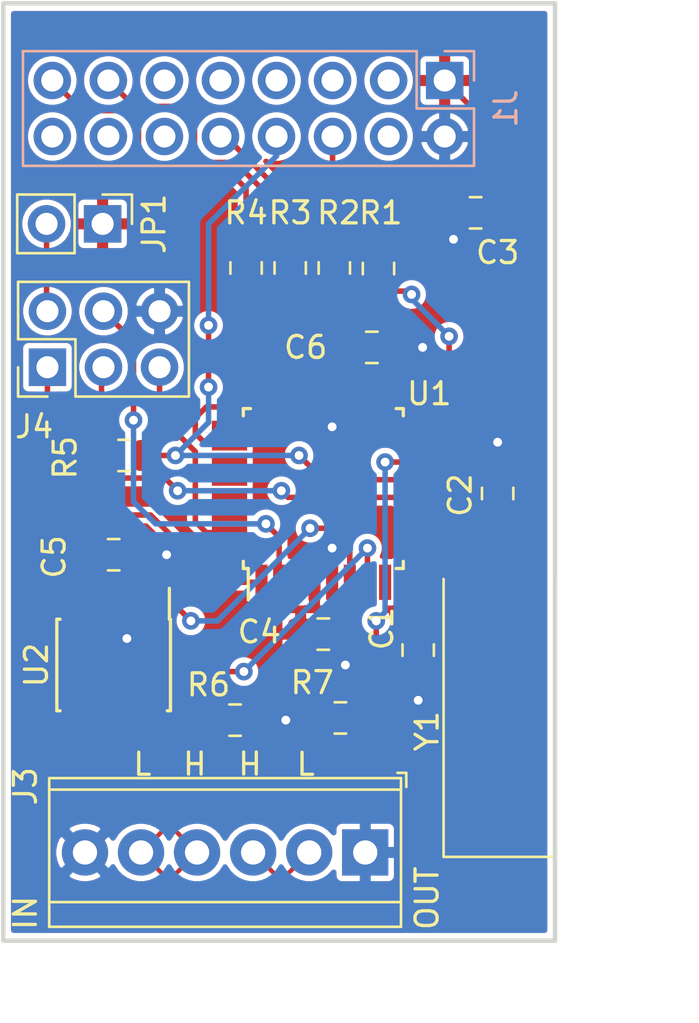
<source format=kicad_pcb>
(kicad_pcb (version 20171130) (host pcbnew 5.1.6+dfsg1-1)

  (general
    (thickness 1.6)
    (drawings 12)
    (tracks 195)
    (zones 0)
    (modules 20)
    (nets 25)
  )

  (page A4)
  (title_block
    (title "Matemat Power Board CAN Interface")
    (date 2020-07-19)
    (rev 3)
    (company "CCC Basel")
  )

  (layers
    (0 F.Cu signal)
    (31 B.Cu signal)
    (32 B.Adhes user)
    (33 F.Adhes user)
    (34 B.Paste user)
    (35 F.Paste user)
    (36 B.SilkS user)
    (37 F.SilkS user)
    (38 B.Mask user)
    (39 F.Mask user)
    (40 Dwgs.User user)
    (41 Cmts.User user)
    (42 Eco1.User user)
    (43 Eco2.User user)
    (44 Edge.Cuts user)
    (45 Margin user)
    (46 B.CrtYd user)
    (47 F.CrtYd user)
    (48 B.Fab user hide)
    (49 F.Fab user hide)
  )

  (setup
    (last_trace_width 0.25)
    (trace_clearance 0.2)
    (zone_clearance 0.508)
    (zone_45_only no)
    (trace_min 0.2)
    (via_size 0.8)
    (via_drill 0.4)
    (via_min_size 0.4)
    (via_min_drill 0.3)
    (uvia_size 0.3)
    (uvia_drill 0.1)
    (uvias_allowed no)
    (uvia_min_size 0.2)
    (uvia_min_drill 0.1)
    (edge_width 0.15)
    (segment_width 0.2)
    (pcb_text_width 0.3)
    (pcb_text_size 1.5 1.5)
    (mod_edge_width 0.15)
    (mod_text_size 1 1)
    (mod_text_width 0.15)
    (pad_size 1.524 1.524)
    (pad_drill 0.762)
    (pad_to_mask_clearance 0.051)
    (solder_mask_min_width 0.25)
    (aux_axis_origin 0 0)
    (visible_elements FFFFFF7F)
    (pcbplotparams
      (layerselection 0x010fc_ffffffff)
      (usegerberextensions false)
      (usegerberattributes false)
      (usegerberadvancedattributes false)
      (creategerberjobfile false)
      (excludeedgelayer true)
      (linewidth 0.100000)
      (plotframeref false)
      (viasonmask false)
      (mode 1)
      (useauxorigin false)
      (hpglpennumber 1)
      (hpglpenspeed 20)
      (hpglpendiameter 15.000000)
      (psnegative false)
      (psa4output false)
      (plotreference true)
      (plotvalue true)
      (plotinvisibletext false)
      (padsonsilk false)
      (subtractmaskfromsilk true)
      (outputformat 1)
      (mirror false)
      (drillshape 0)
      (scaleselection 1)
      (outputdirectory "plot"))
  )

  (net 0 "")
  (net 1 GND)
  (net 2 "Net-(C1-Pad2)")
  (net 3 "Net-(C2-Pad2)")
  (net 4 +5V)
  (net 5 /CLK)
  (net 6 /ZCROSS)
  (net 7 /STROBE)
  (net 8 /DIN)
  (net 9 /DOUT)
  (net 10 /CAN_P)
  (net 11 /CAN_N)
  (net 12 /MISOISP)
  (net 13 "Net-(J4-Pad2)")
  (net 14 /SCKISP)
  (net 15 /MOSIISP)
  (net 16 /~RESET)
  (net 17 "Net-(R1-Pad1)")
  (net 18 "Net-(R2-Pad1)")
  (net 19 "Net-(R3-Pad1)")
  (net 20 "Net-(R4-Pad1)")
  (net 21 "Net-(R6-Pad2)")
  (net 22 /TXCAN)
  (net 23 /RXCAN)
  (net 24 /HISPEED)

  (net_class Default "This is the default net class."
    (clearance 0.2)
    (trace_width 0.25)
    (via_dia 0.8)
    (via_drill 0.4)
    (uvia_dia 0.3)
    (uvia_drill 0.1)
    (add_net +5V)
    (add_net /CLK)
    (add_net /DIN)
    (add_net /DOUT)
    (add_net /HISPEED)
    (add_net /MISOISP)
    (add_net /MOSIISP)
    (add_net /RXCAN)
    (add_net /SCKISP)
    (add_net /STROBE)
    (add_net /TXCAN)
    (add_net /ZCROSS)
    (add_net /~RESET)
    (add_net GND)
    (add_net "Net-(C1-Pad2)")
    (add_net "Net-(C2-Pad2)")
    (add_net "Net-(J4-Pad2)")
    (add_net "Net-(R1-Pad1)")
    (add_net "Net-(R2-Pad1)")
    (add_net "Net-(R3-Pad1)")
    (add_net "Net-(R4-Pad1)")
    (add_net "Net-(R6-Pad2)")
  )

  (net_class CAN ""
    (clearance 0.15)
    (trace_width 0.2)
    (via_dia 0.8)
    (via_drill 0.4)
    (uvia_dia 0.3)
    (uvia_drill 0.1)
    (diff_pair_width 0.2)
    (diff_pair_gap 0.15)
    (add_net /CAN_N)
    (add_net /CAN_P)
  )

  (module TerminalBlock_TE-Connectivity:TerminalBlock_TE_282834-6_1x06_P2.54mm_Horizontal (layer F.Cu) (tedit 5B1EC513) (tstamp 5F021EF8)
    (at 186.4 115 180)
    (descr "Terminal Block TE 282834-6, 6 pins, pitch 2.54mm, size 15.7x6.5mm^2, drill diamater 1.1mm, pad diameter 2.1mm, see http://www.te.com/commerce/DocumentDelivery/DDEController?Action=showdoc&DocId=Customer+Drawing%7F282834%7FC1%7Fpdf%7FEnglish%7FENG_CD_282834_C1.pdf, script-generated using https://github.com/pointhi/kicad-footprint-generator/scripts/TerminalBlock_TE-Connectivity")
    (tags "THT Terminal Block TE 282834-6 pitch 2.54mm size 15.7x6.5mm^2 drill 1.1mm pad 2.1mm")
    (path /5F01B6DF)
    (fp_text reference J3 (at 15.4 3 90) (layer F.SilkS)
      (effects (font (size 1 1) (thickness 0.15)))
    )
    (fp_text value CAN_SHIELD (at 6.35 4.37) (layer F.Fab)
      (effects (font (size 1 1) (thickness 0.15)))
    )
    (fp_line (start 14.7 -3.75) (end -2 -3.75) (layer F.CrtYd) (width 0.05))
    (fp_line (start 14.7 3.75) (end 14.7 -3.75) (layer F.CrtYd) (width 0.05))
    (fp_line (start -2 3.75) (end 14.7 3.75) (layer F.CrtYd) (width 0.05))
    (fp_line (start -2 -3.75) (end -2 3.75) (layer F.CrtYd) (width 0.05))
    (fp_line (start -1.86 3.61) (end -1.46 3.61) (layer F.SilkS) (width 0.12))
    (fp_line (start -1.86 2.97) (end -1.86 3.61) (layer F.SilkS) (width 0.12))
    (fp_line (start 13.401 -0.835) (end 11.866 0.7) (layer F.Fab) (width 0.1))
    (fp_line (start 13.535 -0.7) (end 12 0.835) (layer F.Fab) (width 0.1))
    (fp_line (start 10.861 -0.835) (end 9.326 0.7) (layer F.Fab) (width 0.1))
    (fp_line (start 10.995 -0.7) (end 9.46 0.835) (layer F.Fab) (width 0.1))
    (fp_line (start 8.321 -0.835) (end 6.786 0.7) (layer F.Fab) (width 0.1))
    (fp_line (start 8.455 -0.7) (end 6.92 0.835) (layer F.Fab) (width 0.1))
    (fp_line (start 5.781 -0.835) (end 4.246 0.7) (layer F.Fab) (width 0.1))
    (fp_line (start 5.915 -0.7) (end 4.38 0.835) (layer F.Fab) (width 0.1))
    (fp_line (start 3.241 -0.835) (end 1.706 0.7) (layer F.Fab) (width 0.1))
    (fp_line (start 3.375 -0.7) (end 1.84 0.835) (layer F.Fab) (width 0.1))
    (fp_line (start 0.701 -0.835) (end -0.835 0.7) (layer F.Fab) (width 0.1))
    (fp_line (start 0.835 -0.7) (end -0.701 0.835) (layer F.Fab) (width 0.1))
    (fp_line (start 14.32 -3.37) (end 14.32 3.37) (layer F.SilkS) (width 0.12))
    (fp_line (start -1.62 -3.37) (end -1.62 3.37) (layer F.SilkS) (width 0.12))
    (fp_line (start -1.62 3.37) (end 14.32 3.37) (layer F.SilkS) (width 0.12))
    (fp_line (start -1.62 -3.37) (end 14.32 -3.37) (layer F.SilkS) (width 0.12))
    (fp_line (start -1.62 -2.25) (end 14.32 -2.25) (layer F.SilkS) (width 0.12))
    (fp_line (start -1.5 -2.25) (end 14.2 -2.25) (layer F.Fab) (width 0.1))
    (fp_line (start -1.62 2.85) (end 14.32 2.85) (layer F.SilkS) (width 0.12))
    (fp_line (start -1.5 2.85) (end 14.2 2.85) (layer F.Fab) (width 0.1))
    (fp_line (start -1.5 2.85) (end -1.5 -3.25) (layer F.Fab) (width 0.1))
    (fp_line (start -1.1 3.25) (end -1.5 2.85) (layer F.Fab) (width 0.1))
    (fp_line (start 14.2 3.25) (end -1.1 3.25) (layer F.Fab) (width 0.1))
    (fp_line (start 14.2 -3.25) (end 14.2 3.25) (layer F.Fab) (width 0.1))
    (fp_line (start -1.5 -3.25) (end 14.2 -3.25) (layer F.Fab) (width 0.1))
    (fp_circle (center 12.7 0) (end 13.8 0) (layer F.Fab) (width 0.1))
    (fp_circle (center 10.16 0) (end 11.26 0) (layer F.Fab) (width 0.1))
    (fp_circle (center 7.62 0) (end 8.72 0) (layer F.Fab) (width 0.1))
    (fp_circle (center 5.08 0) (end 6.18 0) (layer F.Fab) (width 0.1))
    (fp_circle (center 2.54 0) (end 3.64 0) (layer F.Fab) (width 0.1))
    (fp_circle (center 0 0) (end 1.1 0) (layer F.Fab) (width 0.1))
    (fp_text user %R (at 6.35 2) (layer F.Fab)
      (effects (font (size 1 1) (thickness 0.15)))
    )
    (pad 6 thru_hole circle (at 12.7 0 180) (size 2.1 2.1) (drill 1.1) (layers *.Cu *.Mask)
      (net 1 GND))
    (pad 5 thru_hole circle (at 10.16 0 180) (size 2.1 2.1) (drill 1.1) (layers *.Cu *.Mask)
      (net 11 /CAN_N))
    (pad 4 thru_hole circle (at 7.62 0 180) (size 2.1 2.1) (drill 1.1) (layers *.Cu *.Mask)
      (net 10 /CAN_P))
    (pad 3 thru_hole circle (at 5.08 0 180) (size 2.1 2.1) (drill 1.1) (layers *.Cu *.Mask)
      (net 10 /CAN_P))
    (pad 2 thru_hole circle (at 2.54 0 180) (size 2.1 2.1) (drill 1.1) (layers *.Cu *.Mask)
      (net 11 /CAN_N))
    (pad 1 thru_hole rect (at 0 0 180) (size 2.1 2.1) (drill 1.1) (layers *.Cu *.Mask)
      (net 1 GND))
    (model ${KISYS3DMOD}/TerminalBlock_TE-Connectivity.3dshapes/TerminalBlock_TE_282834-6_1x06_P2.54mm_Horizontal.wrl
      (at (xyz 0 0 0))
      (scale (xyz 1 1 1))
      (rotate (xyz 0 0 0))
    )
  )

  (module Capacitor_SMD:C_0805_2012Metric_Pad1.15x1.40mm_HandSolder (layer F.Cu) (tedit 5B36C52B) (tstamp 5CB16B4E)
    (at 188.8 105.825 90)
    (descr "Capacitor SMD 0805 (2012 Metric), square (rectangular) end terminal, IPC_7351 nominal with elongated pad for handsoldering. (Body size source: https://docs.google.com/spreadsheets/d/1BsfQQcO9C6DZCsRaXUlFlo91Tg2WpOkGARC1WS5S8t0/edit?usp=sharing), generated with kicad-footprint-generator")
    (tags "capacitor handsolder")
    (path /5CA53C22)
    (attr smd)
    (fp_text reference C1 (at 0.975 -1.65 90) (layer F.SilkS)
      (effects (font (size 1 1) (thickness 0.15)))
    )
    (fp_text value 22p (at 0 1.65 90) (layer F.Fab)
      (effects (font (size 1 1) (thickness 0.15)))
    )
    (fp_line (start -1 0.6) (end -1 -0.6) (layer F.Fab) (width 0.1))
    (fp_line (start -1 -0.6) (end 1 -0.6) (layer F.Fab) (width 0.1))
    (fp_line (start 1 -0.6) (end 1 0.6) (layer F.Fab) (width 0.1))
    (fp_line (start 1 0.6) (end -1 0.6) (layer F.Fab) (width 0.1))
    (fp_line (start -0.261252 -0.71) (end 0.261252 -0.71) (layer F.SilkS) (width 0.12))
    (fp_line (start -0.261252 0.71) (end 0.261252 0.71) (layer F.SilkS) (width 0.12))
    (fp_line (start -1.85 0.95) (end -1.85 -0.95) (layer F.CrtYd) (width 0.05))
    (fp_line (start -1.85 -0.95) (end 1.85 -0.95) (layer F.CrtYd) (width 0.05))
    (fp_line (start 1.85 -0.95) (end 1.85 0.95) (layer F.CrtYd) (width 0.05))
    (fp_line (start 1.85 0.95) (end -1.85 0.95) (layer F.CrtYd) (width 0.05))
    (fp_text user %R (at 0 0 90) (layer F.Fab)
      (effects (font (size 0.5 0.5) (thickness 0.08)))
    )
    (pad 1 smd roundrect (at -1.025 0 90) (size 1.15 1.4) (layers F.Cu F.Paste F.Mask) (roundrect_rratio 0.217391)
      (net 1 GND))
    (pad 2 smd roundrect (at 1.025 0 90) (size 1.15 1.4) (layers F.Cu F.Paste F.Mask) (roundrect_rratio 0.217391)
      (net 2 "Net-(C1-Pad2)"))
    (model ${KISYS3DMOD}/Capacitor_SMD.3dshapes/C_0805_2012Metric.wrl
      (at (xyz 0 0 0))
      (scale (xyz 1 1 1))
      (rotate (xyz 0 0 0))
    )
  )

  (module Capacitor_SMD:C_0805_2012Metric_Pad1.15x1.40mm_HandSolder (layer F.Cu) (tedit 5B36C52B) (tstamp 5CB16B5F)
    (at 192.4 98.725 270)
    (descr "Capacitor SMD 0805 (2012 Metric), square (rectangular) end terminal, IPC_7351 nominal with elongated pad for handsoldering. (Body size source: https://docs.google.com/spreadsheets/d/1BsfQQcO9C6DZCsRaXUlFlo91Tg2WpOkGARC1WS5S8t0/edit?usp=sharing), generated with kicad-footprint-generator")
    (tags "capacitor handsolder")
    (path /5CA53C80)
    (attr smd)
    (fp_text reference C2 (at 0.075 1.7 270) (layer F.SilkS)
      (effects (font (size 1 1) (thickness 0.15)))
    )
    (fp_text value 22p (at 0 1.65 270) (layer F.Fab)
      (effects (font (size 1 1) (thickness 0.15)))
    )
    (fp_line (start 1.85 0.95) (end -1.85 0.95) (layer F.CrtYd) (width 0.05))
    (fp_line (start 1.85 -0.95) (end 1.85 0.95) (layer F.CrtYd) (width 0.05))
    (fp_line (start -1.85 -0.95) (end 1.85 -0.95) (layer F.CrtYd) (width 0.05))
    (fp_line (start -1.85 0.95) (end -1.85 -0.95) (layer F.CrtYd) (width 0.05))
    (fp_line (start -0.261252 0.71) (end 0.261252 0.71) (layer F.SilkS) (width 0.12))
    (fp_line (start -0.261252 -0.71) (end 0.261252 -0.71) (layer F.SilkS) (width 0.12))
    (fp_line (start 1 0.6) (end -1 0.6) (layer F.Fab) (width 0.1))
    (fp_line (start 1 -0.6) (end 1 0.6) (layer F.Fab) (width 0.1))
    (fp_line (start -1 -0.6) (end 1 -0.6) (layer F.Fab) (width 0.1))
    (fp_line (start -1 0.6) (end -1 -0.6) (layer F.Fab) (width 0.1))
    (fp_text user %R (at 0 0 270) (layer F.Fab)
      (effects (font (size 0.5 0.5) (thickness 0.08)))
    )
    (pad 2 smd roundrect (at 1.025 0 270) (size 1.15 1.4) (layers F.Cu F.Paste F.Mask) (roundrect_rratio 0.217391)
      (net 3 "Net-(C2-Pad2)"))
    (pad 1 smd roundrect (at -1.025 0 270) (size 1.15 1.4) (layers F.Cu F.Paste F.Mask) (roundrect_rratio 0.217391)
      (net 1 GND))
    (model ${KISYS3DMOD}/Capacitor_SMD.3dshapes/C_0805_2012Metric.wrl
      (at (xyz 0 0 0))
      (scale (xyz 1 1 1))
      (rotate (xyz 0 0 0))
    )
  )

  (module Capacitor_SMD:C_0805_2012Metric_Pad1.15x1.40mm_HandSolder (layer F.Cu) (tedit 5B36C52B) (tstamp 5CB16BF3)
    (at 184.5 105.1)
    (descr "Capacitor SMD 0805 (2012 Metric), square (rectangular) end terminal, IPC_7351 nominal with elongated pad for handsoldering. (Body size source: https://docs.google.com/spreadsheets/d/1BsfQQcO9C6DZCsRaXUlFlo91Tg2WpOkGARC1WS5S8t0/edit?usp=sharing), generated with kicad-footprint-generator")
    (tags "capacitor handsolder")
    (path /5CA54379)
    (attr smd)
    (fp_text reference C4 (at -2.9 -0.1) (layer F.SilkS)
      (effects (font (size 1 1) (thickness 0.15)))
    )
    (fp_text value 100n (at 0 1.65) (layer F.Fab)
      (effects (font (size 1 1) (thickness 0.15)))
    )
    (fp_line (start -1 0.6) (end -1 -0.6) (layer F.Fab) (width 0.1))
    (fp_line (start -1 -0.6) (end 1 -0.6) (layer F.Fab) (width 0.1))
    (fp_line (start 1 -0.6) (end 1 0.6) (layer F.Fab) (width 0.1))
    (fp_line (start 1 0.6) (end -1 0.6) (layer F.Fab) (width 0.1))
    (fp_line (start -0.261252 -0.71) (end 0.261252 -0.71) (layer F.SilkS) (width 0.12))
    (fp_line (start -0.261252 0.71) (end 0.261252 0.71) (layer F.SilkS) (width 0.12))
    (fp_line (start -1.85 0.95) (end -1.85 -0.95) (layer F.CrtYd) (width 0.05))
    (fp_line (start -1.85 -0.95) (end 1.85 -0.95) (layer F.CrtYd) (width 0.05))
    (fp_line (start 1.85 -0.95) (end 1.85 0.95) (layer F.CrtYd) (width 0.05))
    (fp_line (start 1.85 0.95) (end -1.85 0.95) (layer F.CrtYd) (width 0.05))
    (fp_text user %R (at 0 0) (layer F.Fab)
      (effects (font (size 0.5 0.5) (thickness 0.08)))
    )
    (pad 1 smd roundrect (at -1.025 0) (size 1.15 1.4) (layers F.Cu F.Paste F.Mask) (roundrect_rratio 0.217391)
      (net 4 +5V))
    (pad 2 smd roundrect (at 1.025 0) (size 1.15 1.4) (layers F.Cu F.Paste F.Mask) (roundrect_rratio 0.217391)
      (net 1 GND))
    (model ${KISYS3DMOD}/Capacitor_SMD.3dshapes/C_0805_2012Metric.wrl
      (at (xyz 0 0 0))
      (scale (xyz 1 1 1))
      (rotate (xyz 0 0 0))
    )
  )

  (module Capacitor_SMD:C_0805_2012Metric_Pad1.15x1.40mm_HandSolder (layer F.Cu) (tedit 5B36C52B) (tstamp 5CB16C04)
    (at 175 101.5)
    (descr "Capacitor SMD 0805 (2012 Metric), square (rectangular) end terminal, IPC_7351 nominal with elongated pad for handsoldering. (Body size source: https://docs.google.com/spreadsheets/d/1BsfQQcO9C6DZCsRaXUlFlo91Tg2WpOkGARC1WS5S8t0/edit?usp=sharing), generated with kicad-footprint-generator")
    (tags "capacitor handsolder")
    (path /5CA53911)
    (attr smd)
    (fp_text reference C5 (at -2.7 0.1 90) (layer F.SilkS)
      (effects (font (size 1 1) (thickness 0.15)))
    )
    (fp_text value 100n (at 0 1.65) (layer F.Fab)
      (effects (font (size 1 1) (thickness 0.15)))
    )
    (fp_line (start 1.85 0.95) (end -1.85 0.95) (layer F.CrtYd) (width 0.05))
    (fp_line (start 1.85 -0.95) (end 1.85 0.95) (layer F.CrtYd) (width 0.05))
    (fp_line (start -1.85 -0.95) (end 1.85 -0.95) (layer F.CrtYd) (width 0.05))
    (fp_line (start -1.85 0.95) (end -1.85 -0.95) (layer F.CrtYd) (width 0.05))
    (fp_line (start -0.261252 0.71) (end 0.261252 0.71) (layer F.SilkS) (width 0.12))
    (fp_line (start -0.261252 -0.71) (end 0.261252 -0.71) (layer F.SilkS) (width 0.12))
    (fp_line (start 1 0.6) (end -1 0.6) (layer F.Fab) (width 0.1))
    (fp_line (start 1 -0.6) (end 1 0.6) (layer F.Fab) (width 0.1))
    (fp_line (start -1 -0.6) (end 1 -0.6) (layer F.Fab) (width 0.1))
    (fp_line (start -1 0.6) (end -1 -0.6) (layer F.Fab) (width 0.1))
    (fp_text user %R (at 0 0) (layer F.Fab)
      (effects (font (size 0.5 0.5) (thickness 0.08)))
    )
    (pad 2 smd roundrect (at 1.025 0) (size 1.15 1.4) (layers F.Cu F.Paste F.Mask) (roundrect_rratio 0.217391)
      (net 1 GND))
    (pad 1 smd roundrect (at -1.025 0) (size 1.15 1.4) (layers F.Cu F.Paste F.Mask) (roundrect_rratio 0.217391)
      (net 4 +5V))
    (model ${KISYS3DMOD}/Capacitor_SMD.3dshapes/C_0805_2012Metric.wrl
      (at (xyz 0 0 0))
      (scale (xyz 1 1 1))
      (rotate (xyz 0 0 0))
    )
  )

  (module Connector_PinHeader_2.54mm:PinHeader_2x03_P2.54mm_Vertical (layer F.Cu) (tedit 59FED5CC) (tstamp 5CB16C86)
    (at 172 93 90)
    (descr "Through hole straight pin header, 2x03, 2.54mm pitch, double rows")
    (tags "Through hole pin header THT 2x03 2.54mm double row")
    (path /5CA54E1F)
    (fp_text reference J4 (at -2.7 -0.6 180) (layer F.SilkS)
      (effects (font (size 1 1) (thickness 0.15)))
    )
    (fp_text value AVR-ISP-6 (at 1.27 7.41 90) (layer F.Fab)
      (effects (font (size 1 1) (thickness 0.15)))
    )
    (fp_line (start 0 -1.27) (end 3.81 -1.27) (layer F.Fab) (width 0.1))
    (fp_line (start 3.81 -1.27) (end 3.81 6.35) (layer F.Fab) (width 0.1))
    (fp_line (start 3.81 6.35) (end -1.27 6.35) (layer F.Fab) (width 0.1))
    (fp_line (start -1.27 6.35) (end -1.27 0) (layer F.Fab) (width 0.1))
    (fp_line (start -1.27 0) (end 0 -1.27) (layer F.Fab) (width 0.1))
    (fp_line (start -1.33 6.41) (end 3.87 6.41) (layer F.SilkS) (width 0.12))
    (fp_line (start -1.33 1.27) (end -1.33 6.41) (layer F.SilkS) (width 0.12))
    (fp_line (start 3.87 -1.33) (end 3.87 6.41) (layer F.SilkS) (width 0.12))
    (fp_line (start -1.33 1.27) (end 1.27 1.27) (layer F.SilkS) (width 0.12))
    (fp_line (start 1.27 1.27) (end 1.27 -1.33) (layer F.SilkS) (width 0.12))
    (fp_line (start 1.27 -1.33) (end 3.87 -1.33) (layer F.SilkS) (width 0.12))
    (fp_line (start -1.33 0) (end -1.33 -1.33) (layer F.SilkS) (width 0.12))
    (fp_line (start -1.33 -1.33) (end 0 -1.33) (layer F.SilkS) (width 0.12))
    (fp_line (start -1.8 -1.8) (end -1.8 6.85) (layer F.CrtYd) (width 0.05))
    (fp_line (start -1.8 6.85) (end 4.35 6.85) (layer F.CrtYd) (width 0.05))
    (fp_line (start 4.35 6.85) (end 4.35 -1.8) (layer F.CrtYd) (width 0.05))
    (fp_line (start 4.35 -1.8) (end -1.8 -1.8) (layer F.CrtYd) (width 0.05))
    (fp_text user %R (at 1.27 2.54 180) (layer F.Fab)
      (effects (font (size 1 1) (thickness 0.15)))
    )
    (pad 1 thru_hole rect (at 0 0 90) (size 1.7 1.7) (drill 1) (layers *.Cu *.Mask)
      (net 12 /MISOISP))
    (pad 2 thru_hole oval (at 2.54 0 90) (size 1.7 1.7) (drill 1) (layers *.Cu *.Mask)
      (net 13 "Net-(J4-Pad2)"))
    (pad 3 thru_hole oval (at 0 2.54 90) (size 1.7 1.7) (drill 1) (layers *.Cu *.Mask)
      (net 14 /SCKISP))
    (pad 4 thru_hole oval (at 2.54 2.54 90) (size 1.7 1.7) (drill 1) (layers *.Cu *.Mask)
      (net 15 /MOSIISP))
    (pad 5 thru_hole oval (at 0 5.08 90) (size 1.7 1.7) (drill 1) (layers *.Cu *.Mask)
      (net 16 /~RESET))
    (pad 6 thru_hole oval (at 2.54 5.08 90) (size 1.7 1.7) (drill 1) (layers *.Cu *.Mask)
      (net 1 GND))
    (model ${KISYS3DMOD}/Connector_PinHeader_2.54mm.3dshapes/PinHeader_2x03_P2.54mm_Vertical.wrl
      (at (xyz 0 0 0))
      (scale (xyz 1 1 1))
      (rotate (xyz 0 0 0))
    )
  )

  (module Connector_PinHeader_2.54mm:PinHeader_1x02_P2.54mm_Vertical (layer F.Cu) (tedit 59FED5CC) (tstamp 5CB16C9C)
    (at 174.5 86.5 270)
    (descr "Through hole straight pin header, 1x02, 2.54mm pitch, single row")
    (tags "Through hole pin header THT 1x02 2.54mm single row")
    (path /5CA5515E)
    (fp_text reference JP1 (at 0 -2.33 270) (layer F.SilkS)
      (effects (font (size 1 1) (thickness 0.15)))
    )
    (fp_text value "ISP Power" (at 0 4.87 270) (layer F.Fab)
      (effects (font (size 1 1) (thickness 0.15)))
    )
    (fp_line (start -0.635 -1.27) (end 1.27 -1.27) (layer F.Fab) (width 0.1))
    (fp_line (start 1.27 -1.27) (end 1.27 3.81) (layer F.Fab) (width 0.1))
    (fp_line (start 1.27 3.81) (end -1.27 3.81) (layer F.Fab) (width 0.1))
    (fp_line (start -1.27 3.81) (end -1.27 -0.635) (layer F.Fab) (width 0.1))
    (fp_line (start -1.27 -0.635) (end -0.635 -1.27) (layer F.Fab) (width 0.1))
    (fp_line (start -1.33 3.87) (end 1.33 3.87) (layer F.SilkS) (width 0.12))
    (fp_line (start -1.33 1.27) (end -1.33 3.87) (layer F.SilkS) (width 0.12))
    (fp_line (start 1.33 1.27) (end 1.33 3.87) (layer F.SilkS) (width 0.12))
    (fp_line (start -1.33 1.27) (end 1.33 1.27) (layer F.SilkS) (width 0.12))
    (fp_line (start -1.33 0) (end -1.33 -1.33) (layer F.SilkS) (width 0.12))
    (fp_line (start -1.33 -1.33) (end 0 -1.33) (layer F.SilkS) (width 0.12))
    (fp_line (start -1.8 -1.8) (end -1.8 4.35) (layer F.CrtYd) (width 0.05))
    (fp_line (start -1.8 4.35) (end 1.8 4.35) (layer F.CrtYd) (width 0.05))
    (fp_line (start 1.8 4.35) (end 1.8 -1.8) (layer F.CrtYd) (width 0.05))
    (fp_line (start 1.8 -1.8) (end -1.8 -1.8) (layer F.CrtYd) (width 0.05))
    (fp_text user %R (at 0 1.27) (layer F.Fab)
      (effects (font (size 1 1) (thickness 0.15)))
    )
    (pad 1 thru_hole rect (at 0 0 270) (size 1.7 1.7) (drill 1) (layers *.Cu *.Mask)
      (net 4 +5V))
    (pad 2 thru_hole oval (at 0 2.54 270) (size 1.7 1.7) (drill 1) (layers *.Cu *.Mask)
      (net 13 "Net-(J4-Pad2)"))
    (model ${KISYS3DMOD}/Connector_PinHeader_2.54mm.3dshapes/PinHeader_1x02_P2.54mm_Vertical.wrl
      (at (xyz 0 0 0))
      (scale (xyz 1 1 1))
      (rotate (xyz 0 0 0))
    )
  )

  (module Resistor_SMD:R_0805_2012Metric_Pad1.15x1.40mm_HandSolder (layer F.Cu) (tedit 5B36C52B) (tstamp 5CB16CAD)
    (at 187 88.525 90)
    (descr "Resistor SMD 0805 (2012 Metric), square (rectangular) end terminal, IPC_7351 nominal with elongated pad for handsoldering. (Body size source: https://docs.google.com/spreadsheets/d/1BsfQQcO9C6DZCsRaXUlFlo91Tg2WpOkGARC1WS5S8t0/edit?usp=sharing), generated with kicad-footprint-generator")
    (tags "resistor handsolder")
    (path /5CA57048)
    (attr smd)
    (fp_text reference R1 (at 2.525 0.1 180) (layer F.SilkS)
      (effects (font (size 1 1) (thickness 0.15)))
    )
    (fp_text value 1k (at 0 1.65 90) (layer F.Fab)
      (effects (font (size 1 1) (thickness 0.15)))
    )
    (fp_line (start -1 0.6) (end -1 -0.6) (layer F.Fab) (width 0.1))
    (fp_line (start -1 -0.6) (end 1 -0.6) (layer F.Fab) (width 0.1))
    (fp_line (start 1 -0.6) (end 1 0.6) (layer F.Fab) (width 0.1))
    (fp_line (start 1 0.6) (end -1 0.6) (layer F.Fab) (width 0.1))
    (fp_line (start -0.261252 -0.71) (end 0.261252 -0.71) (layer F.SilkS) (width 0.12))
    (fp_line (start -0.261252 0.71) (end 0.261252 0.71) (layer F.SilkS) (width 0.12))
    (fp_line (start -1.85 0.95) (end -1.85 -0.95) (layer F.CrtYd) (width 0.05))
    (fp_line (start -1.85 -0.95) (end 1.85 -0.95) (layer F.CrtYd) (width 0.05))
    (fp_line (start 1.85 -0.95) (end 1.85 0.95) (layer F.CrtYd) (width 0.05))
    (fp_line (start 1.85 0.95) (end -1.85 0.95) (layer F.CrtYd) (width 0.05))
    (fp_text user %R (at 0 0 90) (layer F.Fab)
      (effects (font (size 0.5 0.5) (thickness 0.08)))
    )
    (pad 1 smd roundrect (at -1.025 0 90) (size 1.15 1.4) (layers F.Cu F.Paste F.Mask) (roundrect_rratio 0.217391)
      (net 17 "Net-(R1-Pad1)"))
    (pad 2 smd roundrect (at 1.025 0 90) (size 1.15 1.4) (layers F.Cu F.Paste F.Mask) (roundrect_rratio 0.217391)
      (net 5 /CLK))
    (model ${KISYS3DMOD}/Resistor_SMD.3dshapes/R_0805_2012Metric.wrl
      (at (xyz 0 0 0))
      (scale (xyz 1 1 1))
      (rotate (xyz 0 0 0))
    )
  )

  (module Resistor_SMD:R_0805_2012Metric_Pad1.15x1.40mm_HandSolder (layer F.Cu) (tedit 5B36C52B) (tstamp 5CB16CBE)
    (at 185 88.5 90)
    (descr "Resistor SMD 0805 (2012 Metric), square (rectangular) end terminal, IPC_7351 nominal with elongated pad for handsoldering. (Body size source: https://docs.google.com/spreadsheets/d/1BsfQQcO9C6DZCsRaXUlFlo91Tg2WpOkGARC1WS5S8t0/edit?usp=sharing), generated with kicad-footprint-generator")
    (tags "resistor handsolder")
    (path /5CA5711A)
    (attr smd)
    (fp_text reference R2 (at 2.5 0.2 180) (layer F.SilkS)
      (effects (font (size 1 1) (thickness 0.15)))
    )
    (fp_text value 1k (at 0 1.65 90) (layer F.Fab)
      (effects (font (size 1 1) (thickness 0.15)))
    )
    (fp_line (start 1.85 0.95) (end -1.85 0.95) (layer F.CrtYd) (width 0.05))
    (fp_line (start 1.85 -0.95) (end 1.85 0.95) (layer F.CrtYd) (width 0.05))
    (fp_line (start -1.85 -0.95) (end 1.85 -0.95) (layer F.CrtYd) (width 0.05))
    (fp_line (start -1.85 0.95) (end -1.85 -0.95) (layer F.CrtYd) (width 0.05))
    (fp_line (start -0.261252 0.71) (end 0.261252 0.71) (layer F.SilkS) (width 0.12))
    (fp_line (start -0.261252 -0.71) (end 0.261252 -0.71) (layer F.SilkS) (width 0.12))
    (fp_line (start 1 0.6) (end -1 0.6) (layer F.Fab) (width 0.1))
    (fp_line (start 1 -0.6) (end 1 0.6) (layer F.Fab) (width 0.1))
    (fp_line (start -1 -0.6) (end 1 -0.6) (layer F.Fab) (width 0.1))
    (fp_line (start -1 0.6) (end -1 -0.6) (layer F.Fab) (width 0.1))
    (fp_text user %R (at 0 0 90) (layer F.Fab)
      (effects (font (size 0.5 0.5) (thickness 0.08)))
    )
    (pad 2 smd roundrect (at 1.025 0 90) (size 1.15 1.4) (layers F.Cu F.Paste F.Mask) (roundrect_rratio 0.217391)
      (net 7 /STROBE))
    (pad 1 smd roundrect (at -1.025 0 90) (size 1.15 1.4) (layers F.Cu F.Paste F.Mask) (roundrect_rratio 0.217391)
      (net 18 "Net-(R2-Pad1)"))
    (model ${KISYS3DMOD}/Resistor_SMD.3dshapes/R_0805_2012Metric.wrl
      (at (xyz 0 0 0))
      (scale (xyz 1 1 1))
      (rotate (xyz 0 0 0))
    )
  )

  (module Resistor_SMD:R_0805_2012Metric_Pad1.15x1.40mm_HandSolder (layer F.Cu) (tedit 5B36C52B) (tstamp 5CB16CCF)
    (at 183 88.5 90)
    (descr "Resistor SMD 0805 (2012 Metric), square (rectangular) end terminal, IPC_7351 nominal with elongated pad for handsoldering. (Body size source: https://docs.google.com/spreadsheets/d/1BsfQQcO9C6DZCsRaXUlFlo91Tg2WpOkGARC1WS5S8t0/edit?usp=sharing), generated with kicad-footprint-generator")
    (tags "resistor handsolder")
    (path /5CA5714C)
    (attr smd)
    (fp_text reference R3 (at 2.5 0 180) (layer F.SilkS)
      (effects (font (size 1 1) (thickness 0.15)))
    )
    (fp_text value 1k (at 0 1.65 90) (layer F.Fab)
      (effects (font (size 1 1) (thickness 0.15)))
    )
    (fp_line (start -1 0.6) (end -1 -0.6) (layer F.Fab) (width 0.1))
    (fp_line (start -1 -0.6) (end 1 -0.6) (layer F.Fab) (width 0.1))
    (fp_line (start 1 -0.6) (end 1 0.6) (layer F.Fab) (width 0.1))
    (fp_line (start 1 0.6) (end -1 0.6) (layer F.Fab) (width 0.1))
    (fp_line (start -0.261252 -0.71) (end 0.261252 -0.71) (layer F.SilkS) (width 0.12))
    (fp_line (start -0.261252 0.71) (end 0.261252 0.71) (layer F.SilkS) (width 0.12))
    (fp_line (start -1.85 0.95) (end -1.85 -0.95) (layer F.CrtYd) (width 0.05))
    (fp_line (start -1.85 -0.95) (end 1.85 -0.95) (layer F.CrtYd) (width 0.05))
    (fp_line (start 1.85 -0.95) (end 1.85 0.95) (layer F.CrtYd) (width 0.05))
    (fp_line (start 1.85 0.95) (end -1.85 0.95) (layer F.CrtYd) (width 0.05))
    (fp_text user %R (at 0 0 90) (layer F.Fab)
      (effects (font (size 0.5 0.5) (thickness 0.08)))
    )
    (pad 1 smd roundrect (at -1.025 0 90) (size 1.15 1.4) (layers F.Cu F.Paste F.Mask) (roundrect_rratio 0.217391)
      (net 19 "Net-(R3-Pad1)"))
    (pad 2 smd roundrect (at 1.025 0 90) (size 1.15 1.4) (layers F.Cu F.Paste F.Mask) (roundrect_rratio 0.217391)
      (net 8 /DIN))
    (model ${KISYS3DMOD}/Resistor_SMD.3dshapes/R_0805_2012Metric.wrl
      (at (xyz 0 0 0))
      (scale (xyz 1 1 1))
      (rotate (xyz 0 0 0))
    )
  )

  (module Resistor_SMD:R_0805_2012Metric_Pad1.15x1.40mm_HandSolder (layer F.Cu) (tedit 5B36C52B) (tstamp 5CB16CE0)
    (at 181 88.5 90)
    (descr "Resistor SMD 0805 (2012 Metric), square (rectangular) end terminal, IPC_7351 nominal with elongated pad for handsoldering. (Body size source: https://docs.google.com/spreadsheets/d/1BsfQQcO9C6DZCsRaXUlFlo91Tg2WpOkGARC1WS5S8t0/edit?usp=sharing), generated with kicad-footprint-generator")
    (tags "resistor handsolder")
    (path /5CA57180)
    (attr smd)
    (fp_text reference R4 (at 2.5 0 180) (layer F.SilkS)
      (effects (font (size 1 1) (thickness 0.15)))
    )
    (fp_text value 1k (at 0 1.65 90) (layer F.Fab)
      (effects (font (size 1 1) (thickness 0.15)))
    )
    (fp_line (start 1.85 0.95) (end -1.85 0.95) (layer F.CrtYd) (width 0.05))
    (fp_line (start 1.85 -0.95) (end 1.85 0.95) (layer F.CrtYd) (width 0.05))
    (fp_line (start -1.85 -0.95) (end 1.85 -0.95) (layer F.CrtYd) (width 0.05))
    (fp_line (start -1.85 0.95) (end -1.85 -0.95) (layer F.CrtYd) (width 0.05))
    (fp_line (start -0.261252 0.71) (end 0.261252 0.71) (layer F.SilkS) (width 0.12))
    (fp_line (start -0.261252 -0.71) (end 0.261252 -0.71) (layer F.SilkS) (width 0.12))
    (fp_line (start 1 0.6) (end -1 0.6) (layer F.Fab) (width 0.1))
    (fp_line (start 1 -0.6) (end 1 0.6) (layer F.Fab) (width 0.1))
    (fp_line (start -1 -0.6) (end 1 -0.6) (layer F.Fab) (width 0.1))
    (fp_line (start -1 0.6) (end -1 -0.6) (layer F.Fab) (width 0.1))
    (fp_text user %R (at 0 0 90) (layer F.Fab)
      (effects (font (size 0.5 0.5) (thickness 0.08)))
    )
    (pad 2 smd roundrect (at 1.025 0 90) (size 1.15 1.4) (layers F.Cu F.Paste F.Mask) (roundrect_rratio 0.217391)
      (net 9 /DOUT))
    (pad 1 smd roundrect (at -1.025 0 90) (size 1.15 1.4) (layers F.Cu F.Paste F.Mask) (roundrect_rratio 0.217391)
      (net 20 "Net-(R4-Pad1)"))
    (model ${KISYS3DMOD}/Resistor_SMD.3dshapes/R_0805_2012Metric.wrl
      (at (xyz 0 0 0))
      (scale (xyz 1 1 1))
      (rotate (xyz 0 0 0))
    )
  )

  (module Resistor_SMD:R_0805_2012Metric_Pad1.15x1.40mm_HandSolder (layer F.Cu) (tedit 5B36C52B) (tstamp 5CB16CF1)
    (at 175.475 97 180)
    (descr "Resistor SMD 0805 (2012 Metric), square (rectangular) end terminal, IPC_7351 nominal with elongated pad for handsoldering. (Body size source: https://docs.google.com/spreadsheets/d/1BsfQQcO9C6DZCsRaXUlFlo91Tg2WpOkGARC1WS5S8t0/edit?usp=sharing), generated with kicad-footprint-generator")
    (tags "resistor handsolder")
    (path /5CA56231)
    (attr smd)
    (fp_text reference R5 (at 2.675 -0.1 270) (layer F.SilkS)
      (effects (font (size 1 1) (thickness 0.15)))
    )
    (fp_text value 0 (at 0 1.65 180) (layer F.Fab)
      (effects (font (size 1 1) (thickness 0.15)))
    )
    (fp_line (start 1.85 0.95) (end -1.85 0.95) (layer F.CrtYd) (width 0.05))
    (fp_line (start 1.85 -0.95) (end 1.85 0.95) (layer F.CrtYd) (width 0.05))
    (fp_line (start -1.85 -0.95) (end 1.85 -0.95) (layer F.CrtYd) (width 0.05))
    (fp_line (start -1.85 0.95) (end -1.85 -0.95) (layer F.CrtYd) (width 0.05))
    (fp_line (start -0.261252 0.71) (end 0.261252 0.71) (layer F.SilkS) (width 0.12))
    (fp_line (start -0.261252 -0.71) (end 0.261252 -0.71) (layer F.SilkS) (width 0.12))
    (fp_line (start 1 0.6) (end -1 0.6) (layer F.Fab) (width 0.1))
    (fp_line (start 1 -0.6) (end 1 0.6) (layer F.Fab) (width 0.1))
    (fp_line (start -1 -0.6) (end 1 -0.6) (layer F.Fab) (width 0.1))
    (fp_line (start -1 0.6) (end -1 -0.6) (layer F.Fab) (width 0.1))
    (fp_text user %R (at 0 0 180) (layer F.Fab)
      (effects (font (size 0.5 0.5) (thickness 0.08)))
    )
    (pad 2 smd roundrect (at 1.025 0 180) (size 1.15 1.4) (layers F.Cu F.Paste F.Mask) (roundrect_rratio 0.217391)
      (net 14 /SCKISP))
    (pad 1 smd roundrect (at -1.025 0 180) (size 1.15 1.4) (layers F.Cu F.Paste F.Mask) (roundrect_rratio 0.217391)
      (net 6 /ZCROSS))
    (model ${KISYS3DMOD}/Resistor_SMD.3dshapes/R_0805_2012Metric.wrl
      (at (xyz 0 0 0))
      (scale (xyz 1 1 1))
      (rotate (xyz 0 0 0))
    )
  )

  (module Resistor_SMD:R_0805_2012Metric_Pad1.15x1.40mm_HandSolder (layer F.Cu) (tedit 5B36C52B) (tstamp 5CB16D02)
    (at 180.5 109 180)
    (descr "Resistor SMD 0805 (2012 Metric), square (rectangular) end terminal, IPC_7351 nominal with elongated pad for handsoldering. (Body size source: https://docs.google.com/spreadsheets/d/1BsfQQcO9C6DZCsRaXUlFlo91Tg2WpOkGARC1WS5S8t0/edit?usp=sharing), generated with kicad-footprint-generator")
    (tags "resistor handsolder")
    (path /5CA54128)
    (attr smd)
    (fp_text reference R6 (at 1.2 1.6 180) (layer F.SilkS)
      (effects (font (size 1 1) (thickness 0.15)))
    )
    (fp_text value 0 (at 0 1.65 180) (layer F.Fab)
      (effects (font (size 1 1) (thickness 0.15)))
    )
    (fp_line (start -1 0.6) (end -1 -0.6) (layer F.Fab) (width 0.1))
    (fp_line (start -1 -0.6) (end 1 -0.6) (layer F.Fab) (width 0.1))
    (fp_line (start 1 -0.6) (end 1 0.6) (layer F.Fab) (width 0.1))
    (fp_line (start 1 0.6) (end -1 0.6) (layer F.Fab) (width 0.1))
    (fp_line (start -0.261252 -0.71) (end 0.261252 -0.71) (layer F.SilkS) (width 0.12))
    (fp_line (start -0.261252 0.71) (end 0.261252 0.71) (layer F.SilkS) (width 0.12))
    (fp_line (start -1.85 0.95) (end -1.85 -0.95) (layer F.CrtYd) (width 0.05))
    (fp_line (start -1.85 -0.95) (end 1.85 -0.95) (layer F.CrtYd) (width 0.05))
    (fp_line (start 1.85 -0.95) (end 1.85 0.95) (layer F.CrtYd) (width 0.05))
    (fp_line (start 1.85 0.95) (end -1.85 0.95) (layer F.CrtYd) (width 0.05))
    (fp_text user %R (at 0 0 180) (layer F.Fab)
      (effects (font (size 0.5 0.5) (thickness 0.08)))
    )
    (pad 1 smd roundrect (at -1.025 0 180) (size 1.15 1.4) (layers F.Cu F.Paste F.Mask) (roundrect_rratio 0.217391)
      (net 1 GND))
    (pad 2 smd roundrect (at 1.025 0 180) (size 1.15 1.4) (layers F.Cu F.Paste F.Mask) (roundrect_rratio 0.217391)
      (net 21 "Net-(R6-Pad2)"))
    (model ${KISYS3DMOD}/Resistor_SMD.3dshapes/R_0805_2012Metric.wrl
      (at (xyz 0 0 0))
      (scale (xyz 1 1 1))
      (rotate (xyz 0 0 0))
    )
  )

  (module Package_QFP:TQFP-32_7x7mm_P0.8mm (layer F.Cu) (tedit 5A02F146) (tstamp 5F021FF9)
    (at 184.5 98.5 90)
    (descr "32-Lead Plastic Thin Quad Flatpack (PT) - 7x7x1.0 mm Body, 2.00 mm [TQFP] (see Microchip Packaging Specification 00000049BS.pdf)")
    (tags "QFP 0.8")
    (path /5CA53A0A)
    (attr smd)
    (fp_text reference U1 (at 4.3 4.8 180) (layer F.SilkS)
      (effects (font (size 1 1) (thickness 0.15)))
    )
    (fp_text value ATmega32M1-AU (at 0 6.05 90) (layer F.Fab)
      (effects (font (size 1 1) (thickness 0.15)))
    )
    (fp_line (start -2.5 -3.5) (end 3.5 -3.5) (layer F.Fab) (width 0.15))
    (fp_line (start 3.5 -3.5) (end 3.5 3.5) (layer F.Fab) (width 0.15))
    (fp_line (start 3.5 3.5) (end -3.5 3.5) (layer F.Fab) (width 0.15))
    (fp_line (start -3.5 3.5) (end -3.5 -2.5) (layer F.Fab) (width 0.15))
    (fp_line (start -3.5 -2.5) (end -2.5 -3.5) (layer F.Fab) (width 0.15))
    (fp_line (start -5.3 -5.3) (end -5.3 5.3) (layer F.CrtYd) (width 0.05))
    (fp_line (start 5.3 -5.3) (end 5.3 5.3) (layer F.CrtYd) (width 0.05))
    (fp_line (start -5.3 -5.3) (end 5.3 -5.3) (layer F.CrtYd) (width 0.05))
    (fp_line (start -5.3 5.3) (end 5.3 5.3) (layer F.CrtYd) (width 0.05))
    (fp_line (start -3.625 -3.625) (end -3.625 -3.4) (layer F.SilkS) (width 0.15))
    (fp_line (start 3.625 -3.625) (end 3.625 -3.3) (layer F.SilkS) (width 0.15))
    (fp_line (start 3.625 3.625) (end 3.625 3.3) (layer F.SilkS) (width 0.15))
    (fp_line (start -3.625 3.625) (end -3.625 3.3) (layer F.SilkS) (width 0.15))
    (fp_line (start -3.625 -3.625) (end -3.3 -3.625) (layer F.SilkS) (width 0.15))
    (fp_line (start -3.625 3.625) (end -3.3 3.625) (layer F.SilkS) (width 0.15))
    (fp_line (start 3.625 3.625) (end 3.3 3.625) (layer F.SilkS) (width 0.15))
    (fp_line (start 3.625 -3.625) (end 3.3 -3.625) (layer F.SilkS) (width 0.15))
    (fp_line (start -3.625 -3.4) (end -5.05 -3.4) (layer F.SilkS) (width 0.15))
    (fp_text user %R (at 0 0 90) (layer F.Fab)
      (effects (font (size 1 1) (thickness 0.15)))
    )
    (pad 1 smd rect (at -4.25 -2.8 90) (size 1.6 0.55) (layers F.Cu F.Paste F.Mask)
      (net 12 /MISOISP))
    (pad 2 smd rect (at -4.25 -2 90) (size 1.6 0.55) (layers F.Cu F.Paste F.Mask)
      (net 15 /MOSIISP))
    (pad 3 smd rect (at -4.25 -1.2 90) (size 1.6 0.55) (layers F.Cu F.Paste F.Mask))
    (pad 4 smd rect (at -4.25 -0.4 90) (size 1.6 0.55) (layers F.Cu F.Paste F.Mask)
      (net 4 +5V))
    (pad 5 smd rect (at -4.25 0.4 90) (size 1.6 0.55) (layers F.Cu F.Paste F.Mask)
      (net 1 GND))
    (pad 6 smd rect (at -4.25 1.2 90) (size 1.6 0.55) (layers F.Cu F.Paste F.Mask)
      (net 22 /TXCAN))
    (pad 7 smd rect (at -4.25 2 90) (size 1.6 0.55) (layers F.Cu F.Paste F.Mask)
      (net 23 /RXCAN))
    (pad 8 smd rect (at -4.25 2.8 90) (size 1.6 0.55) (layers F.Cu F.Paste F.Mask))
    (pad 9 smd rect (at -2.8 4.25 180) (size 1.6 0.55) (layers F.Cu F.Paste F.Mask))
    (pad 10 smd rect (at -2 4.25 180) (size 1.6 0.55) (layers F.Cu F.Paste F.Mask)
      (net 2 "Net-(C1-Pad2)"))
    (pad 11 smd rect (at -1.2 4.25 180) (size 1.6 0.55) (layers F.Cu F.Paste F.Mask)
      (net 3 "Net-(C2-Pad2)"))
    (pad 12 smd rect (at -0.4 4.25 180) (size 1.6 0.55) (layers F.Cu F.Paste F.Mask)
      (net 14 /SCKISP))
    (pad 13 smd rect (at 0.4 4.25 180) (size 1.6 0.55) (layers F.Cu F.Paste F.Mask)
      (net 6 /ZCROSS))
    (pad 14 smd rect (at 1.2 4.25 180) (size 1.6 0.55) (layers F.Cu F.Paste F.Mask)
      (net 24 /HISPEED))
    (pad 15 smd rect (at 2 4.25 180) (size 1.6 0.55) (layers F.Cu F.Paste F.Mask))
    (pad 16 smd rect (at 2.8 4.25 180) (size 1.6 0.55) (layers F.Cu F.Paste F.Mask)
      (net 17 "Net-(R1-Pad1)"))
    (pad 17 smd rect (at 4.25 2.8 90) (size 1.6 0.55) (layers F.Cu F.Paste F.Mask))
    (pad 18 smd rect (at 4.25 2 90) (size 1.6 0.55) (layers F.Cu F.Paste F.Mask))
    (pad 19 smd rect (at 4.25 1.2 90) (size 1.6 0.55) (layers F.Cu F.Paste F.Mask)
      (net 4 +5V))
    (pad 20 smd rect (at 4.25 0.4 90) (size 1.6 0.55) (layers F.Cu F.Paste F.Mask)
      (net 1 GND))
    (pad 21 smd rect (at 4.25 -0.4 90) (size 1.6 0.55) (layers F.Cu F.Paste F.Mask))
    (pad 22 smd rect (at 4.25 -1.2 90) (size 1.6 0.55) (layers F.Cu F.Paste F.Mask))
    (pad 23 smd rect (at 4.25 -2 90) (size 1.6 0.55) (layers F.Cu F.Paste F.Mask)
      (net 18 "Net-(R2-Pad1)"))
    (pad 24 smd rect (at 4.25 -2.8 90) (size 1.6 0.55) (layers F.Cu F.Paste F.Mask)
      (net 19 "Net-(R3-Pad1)"))
    (pad 25 smd rect (at 2.8 -4.25 180) (size 1.6 0.55) (layers F.Cu F.Paste F.Mask))
    (pad 26 smd rect (at 2 -4.25 180) (size 1.6 0.55) (layers F.Cu F.Paste F.Mask)
      (net 20 "Net-(R4-Pad1)"))
    (pad 27 smd rect (at 1.2 -4.25 180) (size 1.6 0.55) (layers F.Cu F.Paste F.Mask))
    (pad 28 smd rect (at 0.4 -4.25 180) (size 1.6 0.55) (layers F.Cu F.Paste F.Mask))
    (pad 29 smd rect (at -0.4 -4.25 180) (size 1.6 0.55) (layers F.Cu F.Paste F.Mask))
    (pad 30 smd rect (at -1.2 -4.25 180) (size 1.6 0.55) (layers F.Cu F.Paste F.Mask))
    (pad 31 smd rect (at -2 -4.25 180) (size 1.6 0.55) (layers F.Cu F.Paste F.Mask)
      (net 16 /~RESET))
    (pad 32 smd rect (at -2.8 -4.25 180) (size 1.6 0.55) (layers F.Cu F.Paste F.Mask))
    (model ${KISYS3DMOD}/Package_QFP.3dshapes/TQFP-32_7x7mm_P0.8mm.wrl
      (at (xyz 0 0 0))
      (scale (xyz 1 1 1))
      (rotate (xyz 0 0 0))
    )
  )

  (module Package_SO:SOIC-8_3.9x4.9mm_P1.27mm (layer F.Cu) (tedit 5A02F2D3) (tstamp 5CB16D56)
    (at 175 106.5 270)
    (descr "8-Lead Plastic Small Outline (SN) - Narrow, 3.90 mm Body [SOIC] (see Microchip Packaging Specification http://ww1.microchip.com/downloads/en/PackagingSpec/00000049BQ.pdf)")
    (tags "SOIC 1.27")
    (path /5CA53F43)
    (attr smd)
    (fp_text reference U2 (at 0 3.5 270) (layer F.SilkS)
      (effects (font (size 1 1) (thickness 0.15)))
    )
    (fp_text value MCP2551-I-SN (at 0 3.5 270) (layer F.Fab)
      (effects (font (size 1 1) (thickness 0.15)))
    )
    (fp_line (start -0.95 -2.45) (end 1.95 -2.45) (layer F.Fab) (width 0.1))
    (fp_line (start 1.95 -2.45) (end 1.95 2.45) (layer F.Fab) (width 0.1))
    (fp_line (start 1.95 2.45) (end -1.95 2.45) (layer F.Fab) (width 0.1))
    (fp_line (start -1.95 2.45) (end -1.95 -1.45) (layer F.Fab) (width 0.1))
    (fp_line (start -1.95 -1.45) (end -0.95 -2.45) (layer F.Fab) (width 0.1))
    (fp_line (start -3.73 -2.7) (end -3.73 2.7) (layer F.CrtYd) (width 0.05))
    (fp_line (start 3.73 -2.7) (end 3.73 2.7) (layer F.CrtYd) (width 0.05))
    (fp_line (start -3.73 -2.7) (end 3.73 -2.7) (layer F.CrtYd) (width 0.05))
    (fp_line (start -3.73 2.7) (end 3.73 2.7) (layer F.CrtYd) (width 0.05))
    (fp_line (start -2.075 -2.575) (end -2.075 -2.525) (layer F.SilkS) (width 0.15))
    (fp_line (start 2.075 -2.575) (end 2.075 -2.43) (layer F.SilkS) (width 0.15))
    (fp_line (start 2.075 2.575) (end 2.075 2.43) (layer F.SilkS) (width 0.15))
    (fp_line (start -2.075 2.575) (end -2.075 2.43) (layer F.SilkS) (width 0.15))
    (fp_line (start -2.075 -2.575) (end 2.075 -2.575) (layer F.SilkS) (width 0.15))
    (fp_line (start -2.075 2.575) (end 2.075 2.575) (layer F.SilkS) (width 0.15))
    (fp_line (start -2.075 -2.525) (end -3.475 -2.525) (layer F.SilkS) (width 0.15))
    (fp_text user %R (at 0 0 270) (layer F.Fab)
      (effects (font (size 1 1) (thickness 0.15)))
    )
    (pad 1 smd rect (at -2.7 -1.905 270) (size 1.55 0.6) (layers F.Cu F.Paste F.Mask)
      (net 22 /TXCAN))
    (pad 2 smd rect (at -2.7 -0.635 270) (size 1.55 0.6) (layers F.Cu F.Paste F.Mask)
      (net 1 GND))
    (pad 3 smd rect (at -2.7 0.635 270) (size 1.55 0.6) (layers F.Cu F.Paste F.Mask)
      (net 4 +5V))
    (pad 4 smd rect (at -2.7 1.905 270) (size 1.55 0.6) (layers F.Cu F.Paste F.Mask)
      (net 23 /RXCAN))
    (pad 5 smd rect (at 2.7 1.905 270) (size 1.55 0.6) (layers F.Cu F.Paste F.Mask))
    (pad 6 smd rect (at 2.7 0.635 270) (size 1.55 0.6) (layers F.Cu F.Paste F.Mask)
      (net 11 /CAN_N))
    (pad 7 smd rect (at 2.7 -0.635 270) (size 1.55 0.6) (layers F.Cu F.Paste F.Mask)
      (net 10 /CAN_P))
    (pad 8 smd rect (at 2.7 -1.905 270) (size 1.55 0.6) (layers F.Cu F.Paste F.Mask)
      (net 21 "Net-(R6-Pad2)"))
    (model ${KISYS3DMOD}/Package_SO.3dshapes/SOIC-8_3.9x4.9mm_P1.27mm.wrl
      (at (xyz 0 0 0))
      (scale (xyz 1 1 1))
      (rotate (xyz 0 0 0))
    )
  )

  (module Connector_PinSocket_2.54mm:PinSocket_2x08_P2.54mm_Vertical (layer B.Cu) (tedit 5A19A42B) (tstamp 5CB171CA)
    (at 190 80 90)
    (descr "Through hole straight socket strip, 2x08, 2.54mm pitch, double cols (from Kicad 4.0.7), script generated")
    (tags "Through hole socket strip THT 2x08 2.54mm double row")
    (path /5CA537CC)
    (fp_text reference J1 (at -1.27 2.77 90) (layer B.SilkS)
      (effects (font (size 1 1) (thickness 0.15)) (justify mirror))
    )
    (fp_text value "Power Board" (at -1.27 -20.55 90) (layer B.Fab)
      (effects (font (size 1 1) (thickness 0.15)) (justify mirror))
    )
    (fp_line (start -3.81 1.27) (end 0.27 1.27) (layer B.Fab) (width 0.1))
    (fp_line (start 0.27 1.27) (end 1.27 0.27) (layer B.Fab) (width 0.1))
    (fp_line (start 1.27 0.27) (end 1.27 -19.05) (layer B.Fab) (width 0.1))
    (fp_line (start 1.27 -19.05) (end -3.81 -19.05) (layer B.Fab) (width 0.1))
    (fp_line (start -3.81 -19.05) (end -3.81 1.27) (layer B.Fab) (width 0.1))
    (fp_line (start -3.87 1.33) (end -1.27 1.33) (layer B.SilkS) (width 0.12))
    (fp_line (start -3.87 1.33) (end -3.87 -19.11) (layer B.SilkS) (width 0.12))
    (fp_line (start -3.87 -19.11) (end 1.33 -19.11) (layer B.SilkS) (width 0.12))
    (fp_line (start 1.33 -1.27) (end 1.33 -19.11) (layer B.SilkS) (width 0.12))
    (fp_line (start -1.27 -1.27) (end 1.33 -1.27) (layer B.SilkS) (width 0.12))
    (fp_line (start -1.27 1.33) (end -1.27 -1.27) (layer B.SilkS) (width 0.12))
    (fp_line (start 1.33 1.33) (end 1.33 0) (layer B.SilkS) (width 0.12))
    (fp_line (start 0 1.33) (end 1.33 1.33) (layer B.SilkS) (width 0.12))
    (fp_line (start -4.34 1.8) (end 1.76 1.8) (layer B.CrtYd) (width 0.05))
    (fp_line (start 1.76 1.8) (end 1.76 -19.55) (layer B.CrtYd) (width 0.05))
    (fp_line (start 1.76 -19.55) (end -4.34 -19.55) (layer B.CrtYd) (width 0.05))
    (fp_line (start -4.34 -19.55) (end -4.34 1.8) (layer B.CrtYd) (width 0.05))
    (fp_text user %R (at -1.27 -8.89) (layer B.Fab)
      (effects (font (size 1 1) (thickness 0.15)) (justify mirror))
    )
    (pad 1 thru_hole rect (at 0 0 90) (size 1.7 1.7) (drill 1) (layers *.Cu *.Mask)
      (net 4 +5V))
    (pad 2 thru_hole oval (at -2.54 0 90) (size 1.7 1.7) (drill 1) (layers *.Cu *.Mask)
      (net 1 GND))
    (pad 3 thru_hole oval (at 0 -2.54 90) (size 1.7 1.7) (drill 1) (layers *.Cu *.Mask))
    (pad 4 thru_hole oval (at -2.54 -2.54 90) (size 1.7 1.7) (drill 1) (layers *.Cu *.Mask))
    (pad 5 thru_hole oval (at 0 -5.08 90) (size 1.7 1.7) (drill 1) (layers *.Cu *.Mask))
    (pad 6 thru_hole oval (at -2.54 -5.08 90) (size 1.7 1.7) (drill 1) (layers *.Cu *.Mask)
      (net 5 /CLK))
    (pad 7 thru_hole oval (at 0 -7.62 90) (size 1.7 1.7) (drill 1) (layers *.Cu *.Mask))
    (pad 8 thru_hole oval (at -2.54 -7.62 90) (size 1.7 1.7) (drill 1) (layers *.Cu *.Mask)
      (net 6 /ZCROSS))
    (pad 9 thru_hole oval (at 0 -10.16 90) (size 1.7 1.7) (drill 1) (layers *.Cu *.Mask))
    (pad 10 thru_hole oval (at -2.54 -10.16 90) (size 1.7 1.7) (drill 1) (layers *.Cu *.Mask)
      (net 7 /STROBE))
    (pad 11 thru_hole oval (at 0 -12.7 90) (size 1.7 1.7) (drill 1) (layers *.Cu *.Mask))
    (pad 12 thru_hole oval (at -2.54 -12.7 90) (size 1.7 1.7) (drill 1) (layers *.Cu *.Mask))
    (pad 13 thru_hole oval (at 0 -15.24 90) (size 1.7 1.7) (drill 1) (layers *.Cu *.Mask)
      (net 8 /DIN))
    (pad 14 thru_hole oval (at -2.54 -15.24 90) (size 1.7 1.7) (drill 1) (layers *.Cu *.Mask))
    (pad 15 thru_hole oval (at 0 -17.78 90) (size 1.7 1.7) (drill 1) (layers *.Cu *.Mask)
      (net 9 /DOUT))
    (pad 16 thru_hole oval (at -2.54 -17.78 90) (size 1.7 1.7) (drill 1) (layers *.Cu *.Mask))
    (model ${KISYS3DMOD}/Connector_PinSocket_2.54mm.3dshapes/PinSocket_2x08_P2.54mm_Vertical.wrl
      (at (xyz 0 0 0))
      (scale (xyz 1 1 1))
      (rotate (xyz 0 0 0))
    )
  )

  (module Capacitor_SMD:C_0805_2012Metric_Pad1.15x1.40mm_HandSolder (layer F.Cu) (tedit 5B36C52B) (tstamp 5CB1B228)
    (at 186.7 92.1)
    (descr "Capacitor SMD 0805 (2012 Metric), square (rectangular) end terminal, IPC_7351 nominal with elongated pad for handsoldering. (Body size source: https://docs.google.com/spreadsheets/d/1BsfQQcO9C6DZCsRaXUlFlo91Tg2WpOkGARC1WS5S8t0/edit?usp=sharing), generated with kicad-footprint-generator")
    (tags "capacitor handsolder")
    (path /5CA57E29)
    (attr smd)
    (fp_text reference C6 (at -3 0) (layer F.SilkS)
      (effects (font (size 1 1) (thickness 0.15)))
    )
    (fp_text value 100n (at 0 1.65) (layer F.Fab)
      (effects (font (size 1 1) (thickness 0.15)))
    )
    (fp_line (start -1 0.6) (end -1 -0.6) (layer F.Fab) (width 0.1))
    (fp_line (start -1 -0.6) (end 1 -0.6) (layer F.Fab) (width 0.1))
    (fp_line (start 1 -0.6) (end 1 0.6) (layer F.Fab) (width 0.1))
    (fp_line (start 1 0.6) (end -1 0.6) (layer F.Fab) (width 0.1))
    (fp_line (start -0.261252 -0.71) (end 0.261252 -0.71) (layer F.SilkS) (width 0.12))
    (fp_line (start -0.261252 0.71) (end 0.261252 0.71) (layer F.SilkS) (width 0.12))
    (fp_line (start -1.85 0.95) (end -1.85 -0.95) (layer F.CrtYd) (width 0.05))
    (fp_line (start -1.85 -0.95) (end 1.85 -0.95) (layer F.CrtYd) (width 0.05))
    (fp_line (start 1.85 -0.95) (end 1.85 0.95) (layer F.CrtYd) (width 0.05))
    (fp_line (start 1.85 0.95) (end -1.85 0.95) (layer F.CrtYd) (width 0.05))
    (fp_text user %R (at 0 0) (layer F.Fab)
      (effects (font (size 0.5 0.5) (thickness 0.08)))
    )
    (pad 1 smd roundrect (at -1.025 0) (size 1.15 1.4) (layers F.Cu F.Paste F.Mask) (roundrect_rratio 0.217391)
      (net 4 +5V))
    (pad 2 smd roundrect (at 1.025 0) (size 1.15 1.4) (layers F.Cu F.Paste F.Mask) (roundrect_rratio 0.217391)
      (net 1 GND))
    (model ${KISYS3DMOD}/Capacitor_SMD.3dshapes/C_0805_2012Metric.wrl
      (at (xyz 0 0 0))
      (scale (xyz 1 1 1))
      (rotate (xyz 0 0 0))
    )
  )

  (module Resistor_SMD:R_0805_2012Metric_Pad1.15x1.40mm_HandSolder (layer F.Cu) (tedit 5B36C52B) (tstamp 5CA5C60F)
    (at 185.275 108.9 180)
    (descr "Resistor SMD 0805 (2012 Metric), square (rectangular) end terminal, IPC_7351 nominal with elongated pad for handsoldering. (Body size source: https://docs.google.com/spreadsheets/d/1BsfQQcO9C6DZCsRaXUlFlo91Tg2WpOkGARC1WS5S8t0/edit?usp=sharing), generated with kicad-footprint-generator")
    (tags "resistor handsolder")
    (path /5CA5C44B)
    (attr smd)
    (fp_text reference R7 (at 1.275 1.6 180) (layer F.SilkS)
      (effects (font (size 1 1) (thickness 0.15)))
    )
    (fp_text value DNP (at 0 1.65 180) (layer F.Fab)
      (effects (font (size 1 1) (thickness 0.15)))
    )
    (fp_line (start -1 0.6) (end -1 -0.6) (layer F.Fab) (width 0.1))
    (fp_line (start -1 -0.6) (end 1 -0.6) (layer F.Fab) (width 0.1))
    (fp_line (start 1 -0.6) (end 1 0.6) (layer F.Fab) (width 0.1))
    (fp_line (start 1 0.6) (end -1 0.6) (layer F.Fab) (width 0.1))
    (fp_line (start -0.261252 -0.71) (end 0.261252 -0.71) (layer F.SilkS) (width 0.12))
    (fp_line (start -0.261252 0.71) (end 0.261252 0.71) (layer F.SilkS) (width 0.12))
    (fp_line (start -1.85 0.95) (end -1.85 -0.95) (layer F.CrtYd) (width 0.05))
    (fp_line (start -1.85 -0.95) (end 1.85 -0.95) (layer F.CrtYd) (width 0.05))
    (fp_line (start 1.85 -0.95) (end 1.85 0.95) (layer F.CrtYd) (width 0.05))
    (fp_line (start 1.85 0.95) (end -1.85 0.95) (layer F.CrtYd) (width 0.05))
    (fp_text user %R (at 0 0 180) (layer F.Fab)
      (effects (font (size 0.5 0.5) (thickness 0.08)))
    )
    (pad 1 smd roundrect (at -1.025 0 180) (size 1.15 1.4) (layers F.Cu F.Paste F.Mask) (roundrect_rratio 0.217391)
      (net 24 /HISPEED))
    (pad 2 smd roundrect (at 1.025 0 180) (size 1.15 1.4) (layers F.Cu F.Paste F.Mask) (roundrect_rratio 0.217391)
      (net 21 "Net-(R6-Pad2)"))
    (model ${KISYS3DMOD}/Resistor_SMD.3dshapes/R_0805_2012Metric.wrl
      (at (xyz 0 0 0))
      (scale (xyz 1 1 1))
      (rotate (xyz 0 0 0))
    )
  )

  (module Crystal:Crystal_SMD_HC49-SD (layer F.Cu) (tedit 5A1AD52C) (tstamp 5CAD71AD)
    (at 192.5 108.5 90)
    (descr "SMD Crystal HC-49-SD http://cdn-reichelt.de/documents/datenblatt/B400/xxx-HC49-SMD.pdf, 11.4x4.7mm^2 package")
    (tags "SMD SMT crystal")
    (path /5CA53BA3)
    (attr smd)
    (fp_text reference Y1 (at -1 -3.3 90) (layer F.SilkS)
      (effects (font (size 1 1) (thickness 0.15)))
    )
    (fp_text value 16MHz (at 0 3.55 90) (layer F.Fab)
      (effects (font (size 1 1) (thickness 0.15)))
    )
    (fp_line (start -5.7 -2.35) (end -5.7 2.35) (layer F.Fab) (width 0.1))
    (fp_line (start -5.7 2.35) (end 5.7 2.35) (layer F.Fab) (width 0.1))
    (fp_line (start 5.7 2.35) (end 5.7 -2.35) (layer F.Fab) (width 0.1))
    (fp_line (start 5.7 -2.35) (end -5.7 -2.35) (layer F.Fab) (width 0.1))
    (fp_line (start -3.015 -2.115) (end 3.015 -2.115) (layer F.Fab) (width 0.1))
    (fp_line (start -3.015 2.115) (end 3.015 2.115) (layer F.Fab) (width 0.1))
    (fp_line (start 5.9 -2.55) (end -6.7 -2.55) (layer F.SilkS) (width 0.12))
    (fp_line (start -6.7 -2.55) (end -6.7 2.55) (layer F.SilkS) (width 0.12))
    (fp_line (start -6.7 2.55) (end 5.9 2.55) (layer F.SilkS) (width 0.12))
    (fp_line (start -6.8 -2.6) (end -6.8 2.6) (layer F.CrtYd) (width 0.05))
    (fp_line (start -6.8 2.6) (end 6.8 2.6) (layer F.CrtYd) (width 0.05))
    (fp_line (start 6.8 2.6) (end 6.8 -2.6) (layer F.CrtYd) (width 0.05))
    (fp_line (start 6.8 -2.6) (end -6.8 -2.6) (layer F.CrtYd) (width 0.05))
    (fp_text user %R (at 0 0 90) (layer F.Fab)
      (effects (font (size 1 1) (thickness 0.15)))
    )
    (fp_arc (start -3.015 0) (end -3.015 -2.115) (angle -180) (layer F.Fab) (width 0.1))
    (fp_arc (start 3.015 0) (end 3.015 -2.115) (angle 180) (layer F.Fab) (width 0.1))
    (pad 1 smd rect (at -4.25 0 90) (size 4.5 2) (layers F.Cu F.Paste F.Mask)
      (net 2 "Net-(C1-Pad2)"))
    (pad 2 smd rect (at 4.25 0 90) (size 4.5 2) (layers F.Cu F.Paste F.Mask)
      (net 3 "Net-(C2-Pad2)"))
    (model ${KISYS3DMOD}/Crystal.3dshapes/Crystal_SMD_HC49-SD.wrl
      (at (xyz 0 0 0))
      (scale (xyz 1 1 1))
      (rotate (xyz 0 0 0))
    )
  )

  (module Capacitor_SMD:C_0805_2012Metric_Pad1.15x1.40mm_HandSolder (layer F.Cu) (tedit 5B36C52B) (tstamp 5E4452D9)
    (at 191.4 86 180)
    (descr "Capacitor SMD 0805 (2012 Metric), square (rectangular) end terminal, IPC_7351 nominal with elongated pad for handsoldering. (Body size source: https://docs.google.com/spreadsheets/d/1BsfQQcO9C6DZCsRaXUlFlo91Tg2WpOkGARC1WS5S8t0/edit?usp=sharing), generated with kicad-footprint-generator")
    (tags "capacitor handsolder")
    (path /5E445A5C)
    (attr smd)
    (fp_text reference C3 (at -1 -1.8) (layer F.SilkS)
      (effects (font (size 1 1) (thickness 0.15)))
    )
    (fp_text value 10u (at 0 1.65) (layer F.Fab)
      (effects (font (size 1 1) (thickness 0.15)))
    )
    (fp_line (start -1 0.6) (end -1 -0.6) (layer F.Fab) (width 0.1))
    (fp_line (start -1 -0.6) (end 1 -0.6) (layer F.Fab) (width 0.1))
    (fp_line (start 1 -0.6) (end 1 0.6) (layer F.Fab) (width 0.1))
    (fp_line (start 1 0.6) (end -1 0.6) (layer F.Fab) (width 0.1))
    (fp_line (start -0.261252 -0.71) (end 0.261252 -0.71) (layer F.SilkS) (width 0.12))
    (fp_line (start -0.261252 0.71) (end 0.261252 0.71) (layer F.SilkS) (width 0.12))
    (fp_line (start -1.85 0.95) (end -1.85 -0.95) (layer F.CrtYd) (width 0.05))
    (fp_line (start -1.85 -0.95) (end 1.85 -0.95) (layer F.CrtYd) (width 0.05))
    (fp_line (start 1.85 -0.95) (end 1.85 0.95) (layer F.CrtYd) (width 0.05))
    (fp_line (start 1.85 0.95) (end -1.85 0.95) (layer F.CrtYd) (width 0.05))
    (fp_text user %R (at 0 0) (layer F.Fab)
      (effects (font (size 0.5 0.5) (thickness 0.08)))
    )
    (pad 1 smd roundrect (at -1.025 0 180) (size 1.15 1.4) (layers F.Cu F.Paste F.Mask) (roundrect_rratio 0.217391)
      (net 4 +5V))
    (pad 2 smd roundrect (at 1.025 0 180) (size 1.15 1.4) (layers F.Cu F.Paste F.Mask) (roundrect_rratio 0.217391)
      (net 1 GND))
    (model ${KISYS3DMOD}/Capacitor_SMD.3dshapes/C_0805_2012Metric.wrl
      (at (xyz 0 0 0))
      (scale (xyz 1 1 1))
      (rotate (xyz 0 0 0))
    )
  )

  (gr_text L (at 183.2 111) (layer F.SilkS) (tstamp 5F02262B)
    (effects (font (size 1 1) (thickness 0.15)) (justify left))
  )
  (gr_text H (at 181.8 110.9 180) (layer F.SilkS) (tstamp 5F022628)
    (effects (font (size 1 1) (thickness 0.15)) (justify left))
  )
  (gr_text L (at 175.8 111) (layer F.SilkS) (tstamp 5CB1BB8F)
    (effects (font (size 1 1) (thickness 0.15)) (justify left))
  )
  (gr_text H (at 179.3 110.9 180) (layer F.SilkS) (tstamp 5CB1BB8F)
    (effects (font (size 1 1) (thickness 0.15)) (justify left))
  )
  (gr_text OUT (at 189.2 118.6 90) (layer F.SilkS) (tstamp 5CB1BAA7)
    (effects (font (size 1 1) (thickness 0.15)) (justify left))
  )
  (gr_text IN (at 171 118.6 90) (layer F.SilkS)
    (effects (font (size 1 1) (thickness 0.15)) (justify left))
  )
  (dimension 25 (width 0.3) (layer Dwgs.User)
    (gr_text "25.000 mm" (at 182.5 124.1) (layer Dwgs.User)
      (effects (font (size 1.5 1.5) (thickness 0.3)))
    )
    (feature1 (pts (xy 195 119) (xy 195 122.586421)))
    (feature2 (pts (xy 170 119) (xy 170 122.586421)))
    (crossbar (pts (xy 170 122) (xy 195 122)))
    (arrow1a (pts (xy 195 122) (xy 193.873496 122.586421)))
    (arrow1b (pts (xy 195 122) (xy 193.873496 121.413579)))
    (arrow2a (pts (xy 170 122) (xy 171.126504 122.586421)))
    (arrow2b (pts (xy 170 122) (xy 171.126504 121.413579)))
  )
  (dimension 42.5 (width 0.3) (layer Dwgs.User)
    (gr_text "42.500 mm" (at 199.6 97.75 270) (layer Dwgs.User)
      (effects (font (size 1.5 1.5) (thickness 0.3)))
    )
    (feature1 (pts (xy 195 119) (xy 198.086421 119)))
    (feature2 (pts (xy 195 76.5) (xy 198.086421 76.5)))
    (crossbar (pts (xy 197.5 76.5) (xy 197.5 119)))
    (arrow1a (pts (xy 197.5 119) (xy 196.913579 117.873496)))
    (arrow1b (pts (xy 197.5 119) (xy 198.086421 117.873496)))
    (arrow2a (pts (xy 197.5 76.5) (xy 196.913579 77.626504)))
    (arrow2b (pts (xy 197.5 76.5) (xy 198.086421 77.626504)))
  )
  (gr_line (start 170 119) (end 195 119) (layer Edge.Cuts) (width 0.2))
  (gr_line (start 170 76.5) (end 170 119) (layer Edge.Cuts) (width 0.2))
  (gr_line (start 195 76.5) (end 170 76.5) (layer Edge.Cuts) (width 0.2))
  (gr_line (start 195 119) (end 195 76.5) (layer Edge.Cuts) (width 0.2))

  (via (at 184.9 95.7) (size 0.8) (drill 0.4) (layers F.Cu B.Cu) (net 1))
  (segment (start 184.9 94.25) (end 184.9 95.7) (width 0.25) (layer F.Cu) (net 1) (status 10))
  (via (at 175.6 105.3) (size 0.8) (drill 0.4) (layers F.Cu B.Cu) (net 1))
  (segment (start 175.635 103.8) (end 175.635 105.265) (width 0.25) (layer F.Cu) (net 1) (status 10))
  (segment (start 175.635 105.265) (end 175.6 105.3) (width 0.25) (layer F.Cu) (net 1))
  (via (at 177.4 101.5) (size 0.8) (drill 0.4) (layers F.Cu B.Cu) (net 1))
  (segment (start 176.025 101.5) (end 177.4 101.5) (width 0.25) (layer F.Cu) (net 1) (status 10))
  (via (at 184.9 101.2) (size 0.8) (drill 0.4) (layers F.Cu B.Cu) (net 1))
  (segment (start 184.9 102.75) (end 184.9 101.2) (width 0.25) (layer F.Cu) (net 1) (status 10))
  (via (at 185.5 106.5) (size 0.8) (drill 0.4) (layers F.Cu B.Cu) (net 1))
  (segment (start 185.525 105.1) (end 185.525 106.475) (width 0.25) (layer F.Cu) (net 1) (status 10))
  (segment (start 185.525 106.375) (end 185.5 106.4) (width 0.25) (layer F.Cu) (net 1))
  (via (at 182.8 109) (size 0.8) (drill 0.4) (layers F.Cu B.Cu) (net 1))
  (segment (start 181.525 109) (end 182.8 109) (width 0.25) (layer F.Cu) (net 1) (status 10))
  (via (at 189 92.1) (size 0.8) (drill 0.4) (layers F.Cu B.Cu) (net 1))
  (segment (start 187.725 92.1) (end 189 92.1) (width 0.25) (layer F.Cu) (net 1) (status 10))
  (segment (start 184.925 103.7) (end 184.9 103.7) (width 0.25) (layer F.Cu) (net 1))
  (segment (start 185.525 105.1) (end 185.525 104.3) (width 0.25) (layer F.Cu) (net 1) (status 10))
  (segment (start 185.525 104.3) (end 184.925 103.7) (width 0.25) (layer F.Cu) (net 1))
  (segment (start 184.9 103.7) (end 184.9 102.75) (width 0.25) (layer F.Cu) (net 1) (status 20))
  (via (at 192.4 96.4) (size 0.8) (drill 0.4) (layers F.Cu B.Cu) (net 1))
  (segment (start 192.4 97.7) (end 192.4 96.4) (width 0.25) (layer F.Cu) (net 1) (status 10))
  (segment (start 190 85.625) (end 190.375 86) (width 0.25) (layer F.Cu) (net 1) (status 30))
  (segment (start 190 82.54) (end 190 85.625) (width 0.25) (layer F.Cu) (net 1) (status 30))
  (via (at 190.4 87.2) (size 0.8) (drill 0.4) (layers F.Cu B.Cu) (net 1))
  (segment (start 190.375 86) (end 190.375 87.175) (width 0.25) (layer F.Cu) (net 1) (status 10))
  (segment (start 190.375 87.175) (end 190.4 87.2) (width 0.25) (layer F.Cu) (net 1))
  (via (at 188.8 108.1) (size 0.8) (drill 0.4) (layers F.Cu B.Cu) (net 1))
  (segment (start 188.8 106.85) (end 188.8 108.1) (width 0.25) (layer F.Cu) (net 1))
  (segment (start 188.8 104.8) (end 190.4 103.2) (width 0.25) (layer F.Cu) (net 2))
  (segment (start 190.4 103.2) (end 190.4 101.1) (width 0.25) (layer F.Cu) (net 2))
  (segment (start 189.8 100.5) (end 188.75 100.5) (width 0.25) (layer F.Cu) (net 2))
  (segment (start 190.4 101.1) (end 189.8 100.5) (width 0.25) (layer F.Cu) (net 2))
  (segment (start 188.8 104.8) (end 190.1 106.1) (width 0.25) (layer F.Cu) (net 2))
  (segment (start 190.1 110.35) (end 192.5 112.75) (width 0.25) (layer F.Cu) (net 2))
  (segment (start 190.1 106.1) (end 190.1 110.35) (width 0.25) (layer F.Cu) (net 2))
  (segment (start 192.5 99.85) (end 192.4 99.75) (width 0.25) (layer F.Cu) (net 3) (status 30))
  (segment (start 192.5 104.25) (end 192.5 99.85) (width 0.25) (layer F.Cu) (net 3) (status 30))
  (segment (start 192.35 99.7) (end 192.4 99.75) (width 0.25) (layer F.Cu) (net 3) (status 30))
  (segment (start 188.75 99.7) (end 192.35 99.7) (width 0.25) (layer F.Cu) (net 3) (status 30))
  (segment (start 192.425 82.425) (end 190 80) (width 0.25) (layer F.Cu) (net 4) (status 20))
  (segment (start 192.425 86) (end 192.425 82.425) (width 0.25) (layer F.Cu) (net 4) (status 10))
  (segment (start 184.92 85.42) (end 185.6 86.1) (width 0.25) (layer F.Cu) (net 5))
  (segment (start 184.92 82.54) (end 184.92 85.42) (width 0.25) (layer F.Cu) (net 5) (status 10))
  (segment (start 185.6 86.1) (end 187 87.5) (width 0.25) (layer F.Cu) (net 5) (status 20))
  (via (at 177.8 97) (size 0.8) (drill 0.4) (layers F.Cu B.Cu) (net 6))
  (segment (start 176.5 97) (end 177.8 97) (width 0.25) (layer F.Cu) (net 6) (status 10))
  (via (at 183.4 97) (size 0.8) (drill 0.4) (layers F.Cu B.Cu) (net 6))
  (segment (start 177.8 97) (end 183.4 97) (width 0.25) (layer B.Cu) (net 6))
  (segment (start 184.5 98.1) (end 188.75 98.1) (width 0.25) (layer F.Cu) (net 6) (status 20))
  (segment (start 183.4 97) (end 184.5 98.1) (width 0.25) (layer F.Cu) (net 6))
  (segment (start 177.8 97) (end 179.3 95.5) (width 0.25) (layer B.Cu) (net 6))
  (via (at 179.3 93.9) (size 0.8) (drill 0.4) (layers F.Cu B.Cu) (net 6))
  (segment (start 179.3 95.5) (end 179.3 93.9) (width 0.25) (layer B.Cu) (net 6))
  (via (at 179.3 91.1) (size 0.8) (drill 0.4) (layers F.Cu B.Cu) (net 6))
  (segment (start 179.3 93.9) (end 179.3 91.1) (width 0.25) (layer F.Cu) (net 6))
  (segment (start 182.38 83.42) (end 182.38 82.54) (width 0.25) (layer B.Cu) (net 6) (status 20))
  (segment (start 179.3 91.1) (end 179.3 86.5) (width 0.25) (layer B.Cu) (net 6))
  (segment (start 179.3 86.5) (end 182.38 83.42) (width 0.25) (layer B.Cu) (net 6))
  (segment (start 180.065 82.54) (end 179.84 82.54) (width 0.25) (layer F.Cu) (net 7) (status 30))
  (segment (start 185 87.475) (end 180.065 82.54) (width 0.25) (layer F.Cu) (net 7) (status 30))
  (segment (start 175.935001 81.175001) (end 174.76 80) (width 0.25) (layer F.Cu) (net 8) (status 20))
  (segment (start 177.674003 81.175001) (end 175.935001 81.175001) (width 0.25) (layer F.Cu) (net 8))
  (segment (start 183 87.475) (end 183 86.2) (width 0.25) (layer F.Cu) (net 8) (status 10))
  (segment (start 183 86.2) (end 180.515001 83.715001) (width 0.25) (layer F.Cu) (net 8))
  (segment (start 180.515001 83.715001) (end 179.18 83.715001) (width 0.25) (layer F.Cu) (net 8))
  (segment (start 178.664999 83.2) (end 178.664999 82.165997) (width 0.25) (layer F.Cu) (net 8))
  (segment (start 179.18 83.715001) (end 178.664999 83.2) (width 0.25) (layer F.Cu) (net 8))
  (segment (start 178.664999 82.165997) (end 177.674003 81.175001) (width 0.25) (layer F.Cu) (net 8))
  (segment (start 173.584999 81.364999) (end 175.324001 81.364999) (width 0.25) (layer F.Cu) (net 9))
  (segment (start 172.22 80) (end 173.584999 81.364999) (width 0.25) (layer F.Cu) (net 9) (status 10))
  (segment (start 175.324001 81.364999) (end 176.124999 82.165997) (width 0.25) (layer F.Cu) (net 9))
  (segment (start 181 87.475) (end 181 84.9) (width 0.25) (layer F.Cu) (net 9) (status 10))
  (segment (start 181 84.9) (end 180.265011 84.165011) (width 0.25) (layer F.Cu) (net 9))
  (segment (start 177.09001 84.165011) (end 176.124999 83.2) (width 0.25) (layer F.Cu) (net 9))
  (segment (start 180.265011 84.165011) (end 177.09001 84.165011) (width 0.25) (layer F.Cu) (net 9))
  (segment (start 176.124999 82.165997) (end 176.124999 83.2) (width 0.25) (layer F.Cu) (net 9))
  (segment (start 175.635 109.675) (end 175.175 110.135) (width 0.2) (layer F.Cu) (net 10))
  (segment (start 175.635 109.2) (end 175.635 109.675) (width 0.2) (layer F.Cu) (net 10))
  (segment (start 178.78 115) (end 177.685 113.905) (width 0.2) (layer F.Cu) (net 10))
  (segment (start 177.685 113.905) (end 177.685 113.137512) (width 0.2) (layer F.Cu) (net 10))
  (segment (start 175.175 110.627512) (end 175.175 110.135) (width 0.2) (layer F.Cu) (net 10))
  (segment (start 177.685 113.137512) (end 175.175 110.627512) (width 0.2) (layer F.Cu) (net 10))
  (segment (start 177.685 116.095) (end 177.685 116.537512) (width 0.2) (layer F.Cu) (net 10))
  (segment (start 178.78 115) (end 177.685 116.095) (width 0.2) (layer F.Cu) (net 10))
  (segment (start 177.685 116.537512) (end 178.072488 116.925) (width 0.2) (layer F.Cu) (net 10))
  (segment (start 178.072488 116.925) (end 182.227512 116.925) (width 0.2) (layer F.Cu) (net 10))
  (segment (start 182.415 116.095) (end 181.32 115) (width 0.2) (layer F.Cu) (net 10))
  (segment (start 182.415 116.737512) (end 182.415 116.095) (width 0.2) (layer F.Cu) (net 10))
  (segment (start 182.227512 116.925) (end 182.415 116.737512) (width 0.2) (layer F.Cu) (net 10))
  (segment (start 174.365 109.675) (end 174.825 110.135) (width 0.2) (layer F.Cu) (net 11))
  (segment (start 174.365 109.2) (end 174.365 109.675) (width 0.2) (layer F.Cu) (net 11))
  (segment (start 176.24 115) (end 177.335 113.905) (width 0.2) (layer F.Cu) (net 11))
  (segment (start 177.335 113.905) (end 177.335 113.282488) (width 0.2) (layer F.Cu) (net 11))
  (segment (start 174.825 110.772488) (end 174.825 110.135) (width 0.2) (layer F.Cu) (net 11))
  (segment (start 177.335 113.282488) (end 174.825 110.772488) (width 0.2) (layer F.Cu) (net 11))
  (segment (start 177.335 116.095) (end 177.335 116.682488) (width 0.2) (layer F.Cu) (net 11))
  (segment (start 176.24 115) (end 177.335 116.095) (width 0.2) (layer F.Cu) (net 11))
  (segment (start 177.335 116.682488) (end 177.927512 117.275) (width 0.2) (layer F.Cu) (net 11))
  (segment (start 177.927512 117.275) (end 182.372488 117.275) (width 0.2) (layer F.Cu) (net 11))
  (segment (start 182.765 116.882488) (end 182.765 116.095) (width 0.2) (layer F.Cu) (net 11))
  (segment (start 182.765 116.095) (end 183.86 115) (width 0.2) (layer F.Cu) (net 11))
  (segment (start 182.372488 117.275) (end 182.765 116.882488) (width 0.2) (layer F.Cu) (net 11))
  (segment (start 172 98) (end 172 93) (width 0.25) (layer F.Cu) (net 12) (status 20))
  (segment (start 181.7 102.75) (end 179.05 102.75) (width 0.25) (layer F.Cu) (net 12) (status 10))
  (segment (start 179.05 102.75) (end 178.3 102) (width 0.25) (layer F.Cu) (net 12))
  (segment (start 178.3 102) (end 178.3 101.326998) (width 0.25) (layer F.Cu) (net 12))
  (segment (start 173.7 99.7) (end 172 98) (width 0.25) (layer F.Cu) (net 12))
  (segment (start 178.3 101.326998) (end 176.673002 99.7) (width 0.25) (layer F.Cu) (net 12))
  (segment (start 176.673002 99.7) (end 173.7 99.7) (width 0.25) (layer F.Cu) (net 12))
  (segment (start 171.96 90.42) (end 172 90.46) (width 0.25) (layer F.Cu) (net 13) (status 30))
  (segment (start 171.96 86.5) (end 171.96 90.42) (width 0.25) (layer F.Cu) (net 13) (status 30))
  (segment (start 174.45 93.09) (end 174.54 93) (width 0.25) (layer F.Cu) (net 14) (status 30))
  (segment (start 174.45 97) (end 174.45 93.09) (width 0.25) (layer F.Cu) (net 14) (status 30))
  (via (at 177.9 98.6) (size 0.8) (drill 0.4) (layers F.Cu B.Cu) (net 14))
  (via (at 182.6 98.6) (size 0.8) (drill 0.4) (layers F.Cu B.Cu) (net 14))
  (segment (start 177.9 98.6) (end 182.6 98.6) (width 0.25) (layer B.Cu) (net 14))
  (segment (start 182.6 98.6) (end 182.9 98.9) (width 0.25) (layer F.Cu) (net 14))
  (segment (start 188.75 98.9) (end 182.9 98.9) (width 0.25) (layer F.Cu) (net 14) (status 10))
  (segment (start 175.47501 98.02501) (end 175.15 97.7) (width 0.25) (layer F.Cu) (net 14))
  (segment (start 177.32501 98.02501) (end 175.47501 98.02501) (width 0.25) (layer F.Cu) (net 14))
  (segment (start 177.9 98.6) (end 177.32501 98.02501) (width 0.25) (layer F.Cu) (net 14))
  (segment (start 174.45 97) (end 175.15 97.7) (width 0.25) (layer F.Cu) (net 14) (status 10))
  (via (at 181.9 100.1) (size 0.8) (drill 0.4) (layers F.Cu B.Cu) (net 15))
  (segment (start 182.5 102.75) (end 182.5 100.7) (width 0.25) (layer F.Cu) (net 15) (status 10))
  (segment (start 182.5 100.7) (end 181.9 100.1) (width 0.25) (layer F.Cu) (net 15))
  (via (at 175.9 95.4) (size 0.8) (drill 0.4) (layers F.Cu B.Cu) (net 15))
  (segment (start 175.9 91.82) (end 174.54 90.46) (width 0.25) (layer F.Cu) (net 15) (status 20))
  (segment (start 175.9 95.4) (end 175.9 91.82) (width 0.25) (layer F.Cu) (net 15))
  (segment (start 175.9 99.1) (end 175.9 98.3) (width 0.25) (layer B.Cu) (net 15))
  (segment (start 175.9 98.3) (end 175.9 95.4) (width 0.25) (layer B.Cu) (net 15))
  (segment (start 181.9 100.1) (end 176.9 100.1) (width 0.25) (layer B.Cu) (net 15))
  (segment (start 176.9 100.1) (end 175.9 99.1) (width 0.25) (layer B.Cu) (net 15))
  (segment (start 179.2 100.5) (end 178.7 100) (width 0.25) (layer F.Cu) (net 16))
  (segment (start 180.25 100.5) (end 179.2 100.5) (width 0.25) (layer F.Cu) (net 16) (status 10))
  (segment (start 177.08 94.202081) (end 177.08 93) (width 0.25) (layer F.Cu) (net 16) (status 20))
  (segment (start 177.08 95.206998) (end 177.08 94.202081) (width 0.25) (layer F.Cu) (net 16))
  (segment (start 178.7 96.826998) (end 177.08 95.206998) (width 0.25) (layer F.Cu) (net 16))
  (segment (start 178.7 100) (end 178.7 96.826998) (width 0.25) (layer F.Cu) (net 16))
  (segment (start 188.75 95.7) (end 188.75 93.75) (width 0.25) (layer F.Cu) (net 17) (status 10))
  (segment (start 188.75 93.75) (end 188.8 93.7) (width 0.25) (layer F.Cu) (net 17))
  (via (at 188.5 89.7) (size 0.8) (drill 0.4) (layers F.Cu B.Cu) (net 17))
  (segment (start 187 89.55) (end 188.35 89.55) (width 0.25) (layer F.Cu) (net 17) (status 10))
  (segment (start 188.35 89.55) (end 188.5 89.7) (width 0.25) (layer F.Cu) (net 17))
  (via (at 190.2 91.6) (size 0.8) (drill 0.4) (layers F.Cu B.Cu) (net 17))
  (segment (start 188.8 93.7) (end 190.2 92.3) (width 0.25) (layer F.Cu) (net 17))
  (segment (start 190.2 92.3) (end 190.2 91.6) (width 0.25) (layer F.Cu) (net 17))
  (segment (start 188.5 89.9) (end 188.5 89.7) (width 0.25) (layer B.Cu) (net 17))
  (segment (start 190.2 91.6) (end 188.5 89.9) (width 0.25) (layer B.Cu) (net 17))
  (segment (start 182.5 93.2) (end 182.5 94.25) (width 0.25) (layer F.Cu) (net 18) (status 20))
  (segment (start 182.5 92.7) (end 182.5 93.2) (width 0.25) (layer F.Cu) (net 18))
  (segment (start 185 90.2) (end 182.5 92.7) (width 0.25) (layer F.Cu) (net 18))
  (segment (start 185 89.525) (end 185 90.2) (width 0.25) (layer F.Cu) (net 18) (status 10))
  (segment (start 183 91.3) (end 181.7 92.6) (width 0.25) (layer F.Cu) (net 19))
  (segment (start 183 89.525) (end 183 91.3) (width 0.25) (layer F.Cu) (net 19) (status 10))
  (segment (start 181.7 92.6) (end 181.7 94.25) (width 0.25) (layer F.Cu) (net 19) (status 20))
  (segment (start 178.7 96) (end 179.2 96.5) (width 0.25) (layer F.Cu) (net 20))
  (segment (start 179.2 96.5) (end 180.25 96.5) (width 0.25) (layer F.Cu) (net 20) (status 20))
  (segment (start 181 89.525) (end 181 94) (width 0.25) (layer F.Cu) (net 20) (status 10))
  (segment (start 181 94) (end 180.2 94.8) (width 0.25) (layer F.Cu) (net 20))
  (segment (start 180.2 94.8) (end 179.2 94.8) (width 0.25) (layer F.Cu) (net 20))
  (segment (start 179.2 94.8) (end 178.7 95.3) (width 0.25) (layer F.Cu) (net 20))
  (segment (start 178.7 95.3) (end 178.7 96) (width 0.25) (layer F.Cu) (net 20))
  (segment (start 179.275 109.2) (end 179.475 109) (width 0.25) (layer F.Cu) (net 21) (status 30))
  (segment (start 176.905 109.2) (end 179.275 109.2) (width 0.25) (layer F.Cu) (net 21) (status 30))
  (segment (start 179.475 109.8) (end 180.075 110.4) (width 0.25) (layer F.Cu) (net 21))
  (segment (start 179.475 109) (end 179.475 109.8) (width 0.25) (layer F.Cu) (net 21) (status 10))
  (segment (start 180.075 110.4) (end 183.6 110.4) (width 0.25) (layer F.Cu) (net 21))
  (segment (start 184.25 109.75) (end 184.25 108.9) (width 0.25) (layer F.Cu) (net 21) (status 20))
  (segment (start 183.6 110.4) (end 184.25 109.75) (width 0.25) (layer F.Cu) (net 21))
  (via (at 183.9 100.3) (size 0.8) (drill 0.4) (layers F.Cu B.Cu) (net 22))
  (segment (start 183.9 100.3) (end 185.1 100.3) (width 0.25) (layer F.Cu) (net 22))
  (segment (start 185.7 100.9) (end 185.7 102.75) (width 0.25) (layer F.Cu) (net 22) (status 20))
  (segment (start 185.1 100.3) (end 185.7 100.9) (width 0.25) (layer F.Cu) (net 22))
  (via (at 178.5 104.5) (size 0.8) (drill 0.4) (layers F.Cu B.Cu) (net 22))
  (segment (start 176.905 103.8) (end 177.8 103.8) (width 0.25) (layer F.Cu) (net 22) (status 10))
  (segment (start 177.8 103.8) (end 178.5 104.5) (width 0.25) (layer F.Cu) (net 22))
  (segment (start 179.7 104.5) (end 183.9 100.3) (width 0.25) (layer B.Cu) (net 22))
  (segment (start 178.5 104.5) (end 179.7 104.5) (width 0.25) (layer B.Cu) (net 22))
  (segment (start 173.095 103.8) (end 173.095 105.295) (width 0.25) (layer F.Cu) (net 23) (status 10))
  (segment (start 186.5 101.2) (end 181.5 106.2) (width 0.25) (layer B.Cu) (net 23))
  (via (at 186.5 101.2) (size 0.8) (drill 0.4) (layers F.Cu B.Cu) (net 23))
  (segment (start 186.5 102.75) (end 186.5 101.2) (width 0.25) (layer F.Cu) (net 23) (status 10))
  (segment (start 173.095 103.8) (end 173.095 105.395) (width 0.25) (layer F.Cu) (net 23) (status 10))
  (via (at 180.9 106.8) (size 0.8) (drill 0.4) (layers F.Cu B.Cu) (net 23))
  (segment (start 173.095 105.395) (end 174.5 106.8) (width 0.25) (layer F.Cu) (net 23))
  (segment (start 174.5 106.8) (end 180.9 106.8) (width 0.25) (layer F.Cu) (net 23))
  (segment (start 180.9 106.8) (end 186.5 101.2) (width 0.25) (layer B.Cu) (net 23))
  (via (at 186.9 104.5) (size 0.8) (drill 0.4) (layers F.Cu B.Cu) (net 24))
  (segment (start 186.9 108.3) (end 186.9 104.5) (width 0.25) (layer F.Cu) (net 24))
  (segment (start 186.3 108.9) (end 186.9 108.3) (width 0.25) (layer F.Cu) (net 24))
  (via (at 187.3 97.3) (size 0.8) (drill 0.4) (layers F.Cu B.Cu) (net 24))
  (segment (start 187.3 104.1) (end 187.3 97.3) (width 0.25) (layer B.Cu) (net 24))
  (segment (start 186.9 104.5) (end 187.3 104.1) (width 0.25) (layer B.Cu) (net 24))
  (segment (start 187.3 97.3) (end 188.75 97.3) (width 0.25) (layer F.Cu) (net 24))

  (zone (net 4) (net_name +5V) (layer F.Cu) (tstamp 5E4595DD) (hatch edge 0.508)
    (connect_pads (clearance 0.25))
    (min_thickness 0.25)
    (fill yes (arc_segments 16) (thermal_gap 0.25) (thermal_bridge_width 0.5))
    (polygon
      (pts
        (xy 170 76.5) (xy 195 76.5) (xy 195 119) (xy 170 119)
      )
    )
    (filled_polygon
      (pts
        (xy 194.525 118.525) (xy 170.475 118.525) (xy 170.475 114.85965) (xy 172.275 114.85965) (xy 172.275 115.14035)
        (xy 172.329762 115.415657) (xy 172.437181 115.674991) (xy 172.59313 115.908385) (xy 172.791615 116.10687) (xy 173.025009 116.262819)
        (xy 173.284343 116.370238) (xy 173.55965 116.425) (xy 173.84035 116.425) (xy 174.115657 116.370238) (xy 174.374991 116.262819)
        (xy 174.608385 116.10687) (xy 174.80687 115.908385) (xy 174.962819 115.674991) (xy 174.97 115.657654) (xy 174.977181 115.674991)
        (xy 175.13313 115.908385) (xy 175.331615 116.10687) (xy 175.565009 116.262819) (xy 175.824343 116.370238) (xy 176.09965 116.425)
        (xy 176.38035 116.425) (xy 176.655657 116.370238) (xy 176.855648 116.2874) (xy 176.86 116.291752) (xy 176.860001 116.659146)
        (xy 176.857702 116.682488) (xy 176.866873 116.775604) (xy 176.891531 116.856889) (xy 176.894035 116.865142) (xy 176.938142 116.947661)
        (xy 176.9975 117.019989) (xy 177.015629 117.034867) (xy 177.575137 117.594377) (xy 177.590011 117.612501) (xy 177.608133 117.627373)
        (xy 177.608134 117.627374) (xy 177.662339 117.671859) (xy 177.744858 117.715966) (xy 177.834396 117.743127) (xy 177.927512 117.752298)
        (xy 177.950844 117.75) (xy 182.349156 117.75) (xy 182.372488 117.752298) (xy 182.39582 117.75) (xy 182.465604 117.743127)
        (xy 182.555142 117.715966) (xy 182.637661 117.671859) (xy 182.709989 117.612501) (xy 182.724871 117.594367) (xy 183.084376 117.234864)
        (xy 183.102501 117.219989) (xy 183.161859 117.147661) (xy 183.191425 117.092346) (xy 183.205966 117.065143) (xy 183.233127 116.975604)
        (xy 183.242298 116.882488) (xy 183.24 116.859156) (xy 183.24 116.29175) (xy 183.244351 116.287399) (xy 183.444343 116.370238)
        (xy 183.71965 116.425) (xy 184.00035 116.425) (xy 184.275657 116.370238) (xy 184.534991 116.262819) (xy 184.768385 116.10687)
        (xy 184.96687 115.908385) (xy 184.973186 115.898932) (xy 184.973186 116.05) (xy 184.980426 116.123513) (xy 185.001869 116.1942)
        (xy 185.036691 116.259347) (xy 185.083552 116.316448) (xy 185.140653 116.363309) (xy 185.2058 116.398131) (xy 185.276487 116.419574)
        (xy 185.35 116.426814) (xy 187.45 116.426814) (xy 187.523513 116.419574) (xy 187.5942 116.398131) (xy 187.659347 116.363309)
        (xy 187.716448 116.316448) (xy 187.763309 116.259347) (xy 187.798131 116.1942) (xy 187.819574 116.123513) (xy 187.826814 116.05)
        (xy 187.826814 113.95) (xy 187.819574 113.876487) (xy 187.798131 113.8058) (xy 187.763309 113.740653) (xy 187.716448 113.683552)
        (xy 187.659347 113.636691) (xy 187.5942 113.601869) (xy 187.523513 113.580426) (xy 187.45 113.573186) (xy 185.35 113.573186)
        (xy 185.276487 113.580426) (xy 185.2058 113.601869) (xy 185.140653 113.636691) (xy 185.083552 113.683552) (xy 185.036691 113.740653)
        (xy 185.001869 113.8058) (xy 184.980426 113.876487) (xy 184.973186 113.95) (xy 184.973186 114.101068) (xy 184.96687 114.091615)
        (xy 184.768385 113.89313) (xy 184.534991 113.737181) (xy 184.275657 113.629762) (xy 184.00035 113.575) (xy 183.71965 113.575)
        (xy 183.444343 113.629762) (xy 183.185009 113.737181) (xy 182.951615 113.89313) (xy 182.75313 114.091615) (xy 182.597181 114.325009)
        (xy 182.59 114.342346) (xy 182.582819 114.325009) (xy 182.42687 114.091615) (xy 182.228385 113.89313) (xy 181.994991 113.737181)
        (xy 181.735657 113.629762) (xy 181.46035 113.575) (xy 181.17965 113.575) (xy 180.904343 113.629762) (xy 180.645009 113.737181)
        (xy 180.411615 113.89313) (xy 180.21313 114.091615) (xy 180.057181 114.325009) (xy 180.05 114.342346) (xy 180.042819 114.325009)
        (xy 179.88687 114.091615) (xy 179.688385 113.89313) (xy 179.454991 113.737181) (xy 179.195657 113.629762) (xy 178.92035 113.575)
        (xy 178.63965 113.575) (xy 178.364343 113.629762) (xy 178.164351 113.712601) (xy 178.16 113.70825) (xy 178.16 113.160844)
        (xy 178.162298 113.137511) (xy 178.153127 113.044395) (xy 178.128469 112.96311) (xy 178.125966 112.954858) (xy 178.081859 112.872339)
        (xy 178.022501 112.800011) (xy 178.004372 112.785133) (xy 175.65 110.430762) (xy 175.65 110.351814) (xy 175.935 110.351814)
        (xy 176.008513 110.344574) (xy 176.0792 110.323131) (xy 176.144347 110.288309) (xy 176.201448 110.241448) (xy 176.248309 110.184347)
        (xy 176.27 110.143766) (xy 176.291691 110.184347) (xy 176.338552 110.241448) (xy 176.395653 110.288309) (xy 176.4608 110.323131)
        (xy 176.531487 110.344574) (xy 176.605 110.351814) (xy 177.205 110.351814) (xy 177.278513 110.344574) (xy 177.3492 110.323131)
        (xy 177.414347 110.288309) (xy 177.471448 110.241448) (xy 177.518309 110.184347) (xy 177.553131 110.1192) (xy 177.574574 110.048513)
        (xy 177.581814 109.975) (xy 177.581814 109.7) (xy 178.576313 109.7) (xy 178.628823 109.79824) (xy 178.706775 109.893225)
        (xy 178.80176 109.971177) (xy 178.910128 110.029101) (xy 179.027714 110.06477) (xy 179.050795 110.067043) (xy 179.057255 110.079129)
        (xy 179.119737 110.155264) (xy 179.138819 110.170924) (xy 179.704075 110.736181) (xy 179.719736 110.755264) (xy 179.795871 110.817746)
        (xy 179.882733 110.864175) (xy 179.976983 110.892765) (xy 180.05044 110.9) (xy 180.050441 110.9) (xy 180.074999 110.902419)
        (xy 180.099557 110.9) (xy 183.57544 110.9) (xy 183.6 110.902419) (xy 183.62456 110.9) (xy 183.698017 110.892765)
        (xy 183.792267 110.864175) (xy 183.879129 110.817746) (xy 183.955264 110.755264) (xy 183.970929 110.736176) (xy 184.586186 110.12092)
        (xy 184.605264 110.105264) (xy 184.667746 110.029129) (xy 184.703087 109.96301) (xy 184.814872 109.929101) (xy 184.92324 109.871177)
        (xy 185.018225 109.793225) (xy 185.096177 109.69824) (xy 185.154101 109.589872) (xy 185.18977 109.472286) (xy 185.201814 109.350001)
        (xy 185.201814 108.449999) (xy 185.18977 108.327714) (xy 185.154101 108.210128) (xy 185.096177 108.10176) (xy 185.018225 108.006775)
        (xy 184.92324 107.928823) (xy 184.814872 107.870899) (xy 184.697286 107.83523) (xy 184.575001 107.823186) (xy 183.924999 107.823186)
        (xy 183.802714 107.83523) (xy 183.685128 107.870899) (xy 183.57676 107.928823) (xy 183.481775 108.006775) (xy 183.403823 108.10176)
        (xy 183.345899 108.210128) (xy 183.31023 108.327714) (xy 183.302474 108.406458) (xy 183.294034 108.398018) (xy 183.1671 108.313204)
        (xy 183.026059 108.254783) (xy 182.876331 108.225) (xy 182.723669 108.225) (xy 182.573941 108.254783) (xy 182.4329 108.313204)
        (xy 182.430517 108.314796) (xy 182.429101 108.310128) (xy 182.371177 108.20176) (xy 182.293225 108.106775) (xy 182.19824 108.028823)
        (xy 182.089872 107.970899) (xy 181.972286 107.93523) (xy 181.850001 107.923186) (xy 181.199999 107.923186) (xy 181.077714 107.93523)
        (xy 180.960128 107.970899) (xy 180.85176 108.028823) (xy 180.756775 108.106775) (xy 180.678823 108.20176) (xy 180.620899 108.310128)
        (xy 180.58523 108.427714) (xy 180.573186 108.549999) (xy 180.573186 109.450001) (xy 180.58523 109.572286) (xy 180.620899 109.689872)
        (xy 180.678823 109.79824) (xy 180.756775 109.893225) (xy 180.76503 109.9) (xy 180.282106 109.9) (xy 180.257697 109.875591)
        (xy 180.321177 109.79824) (xy 180.379101 109.689872) (xy 180.41477 109.572286) (xy 180.426814 109.450001) (xy 180.426814 108.549999)
        (xy 180.41477 108.427714) (xy 180.379101 108.310128) (xy 180.321177 108.20176) (xy 180.243225 108.106775) (xy 180.14824 108.028823)
        (xy 180.039872 107.970899) (xy 179.922286 107.93523) (xy 179.800001 107.923186) (xy 179.149999 107.923186) (xy 179.027714 107.93523)
        (xy 178.910128 107.970899) (xy 178.80176 108.028823) (xy 178.706775 108.106775) (xy 178.628823 108.20176) (xy 178.570899 108.310128)
        (xy 178.53523 108.427714) (xy 178.523186 108.549999) (xy 178.523186 108.7) (xy 177.581814 108.7) (xy 177.581814 108.425)
        (xy 177.574574 108.351487) (xy 177.553131 108.2808) (xy 177.518309 108.215653) (xy 177.471448 108.158552) (xy 177.414347 108.111691)
        (xy 177.3492 108.076869) (xy 177.278513 108.055426) (xy 177.205 108.048186) (xy 176.605 108.048186) (xy 176.531487 108.055426)
        (xy 176.4608 108.076869) (xy 176.395653 108.111691) (xy 176.338552 108.158552) (xy 176.291691 108.215653) (xy 176.27 108.256234)
        (xy 176.248309 108.215653) (xy 176.201448 108.158552) (xy 176.144347 108.111691) (xy 176.0792 108.076869) (xy 176.008513 108.055426)
        (xy 175.935 108.048186) (xy 175.335 108.048186) (xy 175.261487 108.055426) (xy 175.1908 108.076869) (xy 175.125653 108.111691)
        (xy 175.068552 108.158552) (xy 175.021691 108.215653) (xy 175 108.256234) (xy 174.978309 108.215653) (xy 174.931448 108.158552)
        (xy 174.874347 108.111691) (xy 174.8092 108.076869) (xy 174.738513 108.055426) (xy 174.665 108.048186) (xy 174.065 108.048186)
        (xy 173.991487 108.055426) (xy 173.9208 108.076869) (xy 173.855653 108.111691) (xy 173.798552 108.158552) (xy 173.751691 108.215653)
        (xy 173.73 108.256234) (xy 173.708309 108.215653) (xy 173.661448 108.158552) (xy 173.604347 108.111691) (xy 173.5392 108.076869)
        (xy 173.468513 108.055426) (xy 173.395 108.048186) (xy 172.795 108.048186) (xy 172.721487 108.055426) (xy 172.6508 108.076869)
        (xy 172.585653 108.111691) (xy 172.528552 108.158552) (xy 172.481691 108.215653) (xy 172.446869 108.2808) (xy 172.425426 108.351487)
        (xy 172.418186 108.425) (xy 172.418186 109.975) (xy 172.425426 110.048513) (xy 172.446869 110.1192) (xy 172.481691 110.184347)
        (xy 172.528552 110.241448) (xy 172.585653 110.288309) (xy 172.6508 110.323131) (xy 172.721487 110.344574) (xy 172.795 110.351814)
        (xy 173.395 110.351814) (xy 173.468513 110.344574) (xy 173.5392 110.323131) (xy 173.604347 110.288309) (xy 173.661448 110.241448)
        (xy 173.708309 110.184347) (xy 173.73 110.143766) (xy 173.751691 110.184347) (xy 173.798552 110.241448) (xy 173.855653 110.288309)
        (xy 173.9208 110.323131) (xy 173.991487 110.344574) (xy 174.065 110.351814) (xy 174.350001 110.351814) (xy 174.35 110.749155)
        (xy 174.347702 110.772488) (xy 174.356732 110.864174) (xy 174.356873 110.865603) (xy 174.384034 110.955141) (xy 174.428141 111.037661)
        (xy 174.487499 111.109989) (xy 174.505634 111.124872) (xy 176.860001 113.47924) (xy 176.86 113.708248) (xy 176.855648 113.7126)
        (xy 176.655657 113.629762) (xy 176.38035 113.575) (xy 176.09965 113.575) (xy 175.824343 113.629762) (xy 175.565009 113.737181)
        (xy 175.331615 113.89313) (xy 175.13313 114.091615) (xy 174.977181 114.325009) (xy 174.97 114.342346) (xy 174.962819 114.325009)
        (xy 174.80687 114.091615) (xy 174.608385 113.89313) (xy 174.374991 113.737181) (xy 174.115657 113.629762) (xy 173.84035 113.575)
        (xy 173.55965 113.575) (xy 173.284343 113.629762) (xy 173.025009 113.737181) (xy 172.791615 113.89313) (xy 172.59313 114.091615)
        (xy 172.437181 114.325009) (xy 172.329762 114.584343) (xy 172.275 114.85965) (xy 170.475 114.85965) (xy 170.475 103.025)
        (xy 172.418186 103.025) (xy 172.418186 104.575) (xy 172.425426 104.648513) (xy 172.446869 104.7192) (xy 172.481691 104.784347)
        (xy 172.528552 104.841448) (xy 172.585653 104.888309) (xy 172.595001 104.893305) (xy 172.595001 105.37043) (xy 172.592581 105.395)
        (xy 172.602235 105.493017) (xy 172.623821 105.564175) (xy 172.630826 105.587267) (xy 172.677255 105.674129) (xy 172.739737 105.750264)
        (xy 172.758819 105.765924) (xy 174.129075 107.136181) (xy 174.144736 107.155264) (xy 174.220871 107.217746) (xy 174.307733 107.264175)
        (xy 174.401983 107.292765) (xy 174.47544 107.3) (xy 174.475441 107.3) (xy 174.499999 107.302419) (xy 174.524557 107.3)
        (xy 180.303984 107.3) (xy 180.405966 107.401982) (xy 180.5329 107.486796) (xy 180.673941 107.545217) (xy 180.823669 107.575)
        (xy 180.976331 107.575) (xy 181.126059 107.545217) (xy 181.2671 107.486796) (xy 181.394034 107.401982) (xy 181.501982 107.294034)
        (xy 181.586796 107.1671) (xy 181.645217 107.026059) (xy 181.675 106.876331) (xy 181.675 106.723669) (xy 181.645217 106.573941)
        (xy 181.586796 106.4329) (xy 181.501982 106.305966) (xy 181.394034 106.198018) (xy 181.2671 106.113204) (xy 181.126059 106.054783)
        (xy 180.976331 106.025) (xy 180.823669 106.025) (xy 180.673941 106.054783) (xy 180.5329 106.113204) (xy 180.405966 106.198018)
        (xy 180.303984 106.3) (xy 174.707106 106.3) (xy 173.595 105.187895) (xy 173.595 104.893305) (xy 173.604347 104.888309)
        (xy 173.661448 104.841448) (xy 173.708309 104.784347) (xy 173.73 104.743766) (xy 173.751691 104.784347) (xy 173.798552 104.841448)
        (xy 173.855653 104.888309) (xy 173.9208 104.923131) (xy 173.991487 104.944574) (xy 174.065 104.951814) (xy 174.14625 104.95)
        (xy 174.24 104.85625) (xy 174.24 103.925) (xy 174.22 103.925) (xy 174.22 103.675) (xy 174.24 103.675)
        (xy 174.24 102.74375) (xy 174.49 102.74375) (xy 174.49 103.675) (xy 174.51 103.675) (xy 174.51 103.925)
        (xy 174.49 103.925) (xy 174.49 104.85625) (xy 174.58375 104.95) (xy 174.665 104.951814) (xy 174.738513 104.944574)
        (xy 174.8092 104.923131) (xy 174.874347 104.888309) (xy 174.931448 104.841448) (xy 174.978309 104.784347) (xy 175 104.743766)
        (xy 175.020976 104.783008) (xy 174.998018 104.805966) (xy 174.913204 104.9329) (xy 174.854783 105.073941) (xy 174.825 105.223669)
        (xy 174.825 105.376331) (xy 174.854783 105.526059) (xy 174.913204 105.6671) (xy 174.998018 105.794034) (xy 175.105966 105.901982)
        (xy 175.2329 105.986796) (xy 175.373941 106.045217) (xy 175.523669 106.075) (xy 175.676331 106.075) (xy 175.826059 106.045217)
        (xy 175.9671 105.986796) (xy 176.094034 105.901982) (xy 176.196016 105.8) (xy 182.523186 105.8) (xy 182.530426 105.873513)
        (xy 182.551869 105.9442) (xy 182.586691 106.009347) (xy 182.633552 106.066448) (xy 182.690653 106.113309) (xy 182.7558 106.148131)
        (xy 182.826487 106.169574) (xy 182.9 106.176814) (xy 183.25625 106.175) (xy 183.35 106.08125) (xy 183.35 105.225)
        (xy 183.6 105.225) (xy 183.6 106.08125) (xy 183.69375 106.175) (xy 184.05 106.176814) (xy 184.123513 106.169574)
        (xy 184.1942 106.148131) (xy 184.259347 106.113309) (xy 184.316448 106.066448) (xy 184.363309 106.009347) (xy 184.398131 105.9442)
        (xy 184.419574 105.873513) (xy 184.426814 105.8) (xy 184.425 105.31875) (xy 184.33125 105.225) (xy 183.6 105.225)
        (xy 183.35 105.225) (xy 182.61875 105.225) (xy 182.525 105.31875) (xy 182.523186 105.8) (xy 176.196016 105.8)
        (xy 176.201982 105.794034) (xy 176.286796 105.6671) (xy 176.345217 105.526059) (xy 176.375 105.376331) (xy 176.375 105.223669)
        (xy 176.345217 105.073941) (xy 176.286796 104.9329) (xy 176.214811 104.825165) (xy 176.248309 104.784347) (xy 176.27 104.743766)
        (xy 176.291691 104.784347) (xy 176.338552 104.841448) (xy 176.395653 104.888309) (xy 176.4608 104.923131) (xy 176.531487 104.944574)
        (xy 176.605 104.951814) (xy 177.205 104.951814) (xy 177.278513 104.944574) (xy 177.3492 104.923131) (xy 177.414347 104.888309)
        (xy 177.471448 104.841448) (xy 177.518309 104.784347) (xy 177.553131 104.7192) (xy 177.574574 104.648513) (xy 177.581814 104.575)
        (xy 177.581814 104.3) (xy 177.592895 104.3) (xy 177.725 104.432106) (xy 177.725 104.576331) (xy 177.754783 104.726059)
        (xy 177.813204 104.8671) (xy 177.898018 104.994034) (xy 178.005966 105.101982) (xy 178.1329 105.186796) (xy 178.273941 105.245217)
        (xy 178.423669 105.275) (xy 178.576331 105.275) (xy 178.726059 105.245217) (xy 178.8671 105.186796) (xy 178.994034 105.101982)
        (xy 179.101982 104.994034) (xy 179.186796 104.8671) (xy 179.245217 104.726059) (xy 179.275 104.576331) (xy 179.275 104.423669)
        (xy 179.270292 104.4) (xy 182.523186 104.4) (xy 182.525 104.88125) (xy 182.61875 104.975) (xy 183.35 104.975)
        (xy 183.35 104.11875) (xy 183.6 104.11875) (xy 183.6 104.975) (xy 184.33125 104.975) (xy 184.425 104.88125)
        (xy 184.426814 104.4) (xy 184.419574 104.326487) (xy 184.398131 104.2558) (xy 184.363309 104.190653) (xy 184.316448 104.133552)
        (xy 184.259347 104.086691) (xy 184.1942 104.051869) (xy 184.123513 104.030426) (xy 184.05 104.023186) (xy 183.69375 104.025)
        (xy 183.6 104.11875) (xy 183.35 104.11875) (xy 183.25625 104.025) (xy 182.9 104.023186) (xy 182.826487 104.030426)
        (xy 182.7558 104.051869) (xy 182.690653 104.086691) (xy 182.633552 104.133552) (xy 182.586691 104.190653) (xy 182.551869 104.2558)
        (xy 182.530426 104.326487) (xy 182.523186 104.4) (xy 179.270292 104.4) (xy 179.245217 104.273941) (xy 179.186796 104.1329)
        (xy 179.101982 104.005966) (xy 178.994034 103.898018) (xy 178.8671 103.813204) (xy 178.726059 103.754783) (xy 178.576331 103.725)
        (xy 178.432106 103.725) (xy 178.170929 103.463824) (xy 178.155264 103.444736) (xy 178.079129 103.382254) (xy 177.992267 103.335825)
        (xy 177.898017 103.307235) (xy 177.82456 103.3) (xy 177.8 103.297581) (xy 177.77544 103.3) (xy 177.581814 103.3)
        (xy 177.581814 103.025) (xy 177.574574 102.951487) (xy 177.553131 102.8808) (xy 177.518309 102.815653) (xy 177.471448 102.758552)
        (xy 177.414347 102.711691) (xy 177.3492 102.676869) (xy 177.278513 102.655426) (xy 177.205 102.648186) (xy 176.605 102.648186)
        (xy 176.531487 102.655426) (xy 176.4608 102.676869) (xy 176.395653 102.711691) (xy 176.338552 102.758552) (xy 176.291691 102.815653)
        (xy 176.27 102.856234) (xy 176.248309 102.815653) (xy 176.201448 102.758552) (xy 176.144347 102.711691) (xy 176.0792 102.676869)
        (xy 176.008513 102.655426) (xy 175.935 102.648186) (xy 175.335 102.648186) (xy 175.261487 102.655426) (xy 175.1908 102.676869)
        (xy 175.125653 102.711691) (xy 175.068552 102.758552) (xy 175.021691 102.815653) (xy 175 102.856234) (xy 174.978309 102.815653)
        (xy 174.931448 102.758552) (xy 174.874347 102.711691) (xy 174.8092 102.676869) (xy 174.738513 102.655426) (xy 174.665 102.648186)
        (xy 174.58375 102.65) (xy 174.49 102.74375) (xy 174.24 102.74375) (xy 174.14625 102.65) (xy 174.065 102.648186)
        (xy 173.991487 102.655426) (xy 173.9208 102.676869) (xy 173.855653 102.711691) (xy 173.798552 102.758552) (xy 173.751691 102.815653)
        (xy 173.73 102.856234) (xy 173.708309 102.815653) (xy 173.661448 102.758552) (xy 173.604347 102.711691) (xy 173.5392 102.676869)
        (xy 173.468513 102.655426) (xy 173.395 102.648186) (xy 172.795 102.648186) (xy 172.721487 102.655426) (xy 172.6508 102.676869)
        (xy 172.585653 102.711691) (xy 172.528552 102.758552) (xy 172.481691 102.815653) (xy 172.446869 102.8808) (xy 172.425426 102.951487)
        (xy 172.418186 103.025) (xy 170.475 103.025) (xy 170.475 102.2) (xy 173.023186 102.2) (xy 173.030426 102.273513)
        (xy 173.051869 102.3442) (xy 173.086691 102.409347) (xy 173.133552 102.466448) (xy 173.190653 102.513309) (xy 173.2558 102.548131)
        (xy 173.326487 102.569574) (xy 173.4 102.576814) (xy 173.75625 102.575) (xy 173.85 102.48125) (xy 173.85 101.625)
        (xy 174.1 101.625) (xy 174.1 102.48125) (xy 174.19375 102.575) (xy 174.55 102.576814) (xy 174.623513 102.569574)
        (xy 174.6942 102.548131) (xy 174.759347 102.513309) (xy 174.816448 102.466448) (xy 174.863309 102.409347) (xy 174.898131 102.3442)
        (xy 174.919574 102.273513) (xy 174.926814 102.2) (xy 174.925 101.71875) (xy 174.83125 101.625) (xy 174.1 101.625)
        (xy 173.85 101.625) (xy 173.11875 101.625) (xy 173.025 101.71875) (xy 173.023186 102.2) (xy 170.475 102.2)
        (xy 170.475 100.8) (xy 173.023186 100.8) (xy 173.025 101.28125) (xy 173.11875 101.375) (xy 173.85 101.375)
        (xy 173.85 100.51875) (xy 174.1 100.51875) (xy 174.1 101.375) (xy 174.83125 101.375) (xy 174.925 101.28125)
        (xy 174.926814 100.8) (xy 174.919574 100.726487) (xy 174.898131 100.6558) (xy 174.863309 100.590653) (xy 174.816448 100.533552)
        (xy 174.759347 100.486691) (xy 174.6942 100.451869) (xy 174.623513 100.430426) (xy 174.55 100.423186) (xy 174.19375 100.425)
        (xy 174.1 100.51875) (xy 173.85 100.51875) (xy 173.75625 100.425) (xy 173.4 100.423186) (xy 173.326487 100.430426)
        (xy 173.2558 100.451869) (xy 173.190653 100.486691) (xy 173.133552 100.533552) (xy 173.086691 100.590653) (xy 173.051869 100.6558)
        (xy 173.030426 100.726487) (xy 173.023186 100.8) (xy 170.475 100.8) (xy 170.475 92.15) (xy 170.773186 92.15)
        (xy 170.773186 93.85) (xy 170.780426 93.923513) (xy 170.801869 93.9942) (xy 170.836691 94.059347) (xy 170.883552 94.116448)
        (xy 170.940653 94.163309) (xy 171.0058 94.198131) (xy 171.076487 94.219574) (xy 171.15 94.226814) (xy 171.500001 94.226814)
        (xy 171.5 97.97544) (xy 171.497581 98) (xy 171.507235 98.098017) (xy 171.51322 98.117745) (xy 171.535825 98.192266)
        (xy 171.582254 98.279129) (xy 171.644736 98.355264) (xy 171.663824 98.370929) (xy 173.329075 100.036181) (xy 173.344736 100.055264)
        (xy 173.420871 100.117746) (xy 173.507733 100.164175) (xy 173.601983 100.192765) (xy 173.67544 100.2) (xy 173.675441 100.2)
        (xy 173.699999 100.202419) (xy 173.724557 100.2) (xy 176.465897 100.2) (xy 177.065568 100.799672) (xy 177.0329 100.813204)
        (xy 176.94737 100.870353) (xy 176.929101 100.810128) (xy 176.871177 100.70176) (xy 176.793225 100.606775) (xy 176.69824 100.528823)
        (xy 176.589872 100.470899) (xy 176.472286 100.43523) (xy 176.350001 100.423186) (xy 175.699999 100.423186) (xy 175.577714 100.43523)
        (xy 175.460128 100.470899) (xy 175.35176 100.528823) (xy 175.256775 100.606775) (xy 175.178823 100.70176) (xy 175.120899 100.810128)
        (xy 175.08523 100.927714) (xy 175.073186 101.049999) (xy 175.073186 101.950001) (xy 175.08523 102.072286) (xy 175.120899 102.189872)
        (xy 175.178823 102.29824) (xy 175.256775 102.393225) (xy 175.35176 102.471177) (xy 175.460128 102.529101) (xy 175.577714 102.56477)
        (xy 175.699999 102.576814) (xy 176.350001 102.576814) (xy 176.472286 102.56477) (xy 176.589872 102.529101) (xy 176.69824 102.471177)
        (xy 176.793225 102.393225) (xy 176.871177 102.29824) (xy 176.929101 102.189872) (xy 176.94737 102.129647) (xy 177.0329 102.186796)
        (xy 177.173941 102.245217) (xy 177.323669 102.275) (xy 177.476331 102.275) (xy 177.626059 102.245217) (xy 177.7671 102.186796)
        (xy 177.822863 102.149536) (xy 177.835825 102.192266) (xy 177.882254 102.279129) (xy 177.944736 102.355264) (xy 177.963824 102.370929)
        (xy 178.679075 103.086181) (xy 178.694736 103.105264) (xy 178.770871 103.167746) (xy 178.857733 103.214175) (xy 178.951983 103.242765)
        (xy 179.02544 103.25) (xy 179.025441 103.25) (xy 179.049999 103.252419) (xy 179.074557 103.25) (xy 181.048186 103.25)
        (xy 181.048186 103.55) (xy 181.055426 103.623513) (xy 181.076869 103.6942) (xy 181.111691 103.759347) (xy 181.158552 103.816448)
        (xy 181.215653 103.863309) (xy 181.2808 103.898131) (xy 181.351487 103.919574) (xy 181.425 103.926814) (xy 181.975 103.926814)
        (xy 182.048513 103.919574) (xy 182.1 103.903955) (xy 182.151487 103.919574) (xy 182.225 103.926814) (xy 182.775 103.926814)
        (xy 182.848513 103.919574) (xy 182.9 103.903955) (xy 182.951487 103.919574) (xy 183.025 103.926814) (xy 183.575 103.926814)
        (xy 183.648513 103.919574) (xy 183.7 103.903955) (xy 183.751487 103.919574) (xy 183.825 103.926814) (xy 183.88125 103.925)
        (xy 183.975 103.83125) (xy 183.975 102.875) (xy 183.955 102.875) (xy 183.955 102.625) (xy 183.975 102.625)
        (xy 183.975 101.66875) (xy 183.88125 101.575) (xy 183.825 101.573186) (xy 183.751487 101.580426) (xy 183.7 101.596045)
        (xy 183.648513 101.580426) (xy 183.575 101.573186) (xy 183.025 101.573186) (xy 183 101.575648) (xy 183 100.724557)
        (xy 183.002419 100.699999) (xy 183 100.67544) (xy 182.992765 100.601983) (xy 182.964175 100.507733) (xy 182.917746 100.420871)
        (xy 182.855264 100.344736) (xy 182.836181 100.329075) (xy 182.675 100.167894) (xy 182.675 100.023669) (xy 182.645217 99.873941)
        (xy 182.586796 99.7329) (xy 182.501982 99.605966) (xy 182.394034 99.498018) (xy 182.2671 99.413204) (xy 182.126059 99.354783)
        (xy 181.976331 99.325) (xy 181.823669 99.325) (xy 181.673941 99.354783) (xy 181.5329 99.413204) (xy 181.426814 99.484088)
        (xy 181.426814 99.425) (xy 181.419574 99.351487) (xy 181.403955 99.3) (xy 181.419574 99.248513) (xy 181.426814 99.175)
        (xy 181.426814 98.625) (xy 181.419574 98.551487) (xy 181.411136 98.523669) (xy 181.825 98.523669) (xy 181.825 98.676331)
        (xy 181.854783 98.826059) (xy 181.913204 98.9671) (xy 181.998018 99.094034) (xy 182.105966 99.201982) (xy 182.2329 99.286796)
        (xy 182.373941 99.345217) (xy 182.523669 99.375) (xy 182.676331 99.375) (xy 182.716849 99.36694) (xy 182.801983 99.392765)
        (xy 182.87544 99.4) (xy 182.875441 99.4) (xy 182.899999 99.402419) (xy 182.924557 99.4) (xy 187.575648 99.4)
        (xy 187.573186 99.425) (xy 187.573186 99.975) (xy 187.580426 100.048513) (xy 187.596045 100.1) (xy 187.580426 100.151487)
        (xy 187.573186 100.225) (xy 187.573186 100.775) (xy 187.580426 100.848513) (xy 187.596045 100.9) (xy 187.580426 100.951487)
        (xy 187.573186 101.025) (xy 187.573186 101.573186) (xy 187.182729 101.573186) (xy 187.186796 101.5671) (xy 187.245217 101.426059)
        (xy 187.275 101.276331) (xy 187.275 101.123669) (xy 187.245217 100.973941) (xy 187.186796 100.8329) (xy 187.101982 100.705966)
        (xy 186.994034 100.598018) (xy 186.8671 100.513204) (xy 186.726059 100.454783) (xy 186.576331 100.425) (xy 186.423669 100.425)
        (xy 186.273941 100.454783) (xy 186.1329 100.513204) (xy 186.066046 100.557874) (xy 186.055264 100.544736) (xy 186.036181 100.529075)
        (xy 185.470929 99.963824) (xy 185.455264 99.944736) (xy 185.379129 99.882254) (xy 185.292267 99.835825) (xy 185.198017 99.807235)
        (xy 185.12456 99.8) (xy 185.1 99.797581) (xy 185.07544 99.8) (xy 184.496016 99.8) (xy 184.394034 99.698018)
        (xy 184.2671 99.613204) (xy 184.126059 99.554783) (xy 183.976331 99.525) (xy 183.823669 99.525) (xy 183.673941 99.554783)
        (xy 183.5329 99.613204) (xy 183.405966 99.698018) (xy 183.298018 99.805966) (xy 183.213204 99.9329) (xy 183.154783 100.073941)
        (xy 183.125 100.223669) (xy 183.125 100.376331) (xy 183.154783 100.526059) (xy 183.213204 100.6671) (xy 183.298018 100.794034)
        (xy 183.405966 100.901982) (xy 183.5329 100.986796) (xy 183.673941 101.045217) (xy 183.823669 101.075) (xy 183.976331 101.075)
        (xy 184.126059 101.045217) (xy 184.141911 101.038651) (xy 184.125 101.123669) (xy 184.125 101.276331) (xy 184.154783 101.426059)
        (xy 184.213204 101.5671) (xy 184.258644 101.635106) (xy 184.225 101.66875) (xy 184.225 102.625) (xy 184.245 102.625)
        (xy 184.245 102.875) (xy 184.225 102.875) (xy 184.225 103.83125) (xy 184.31875 103.925) (xy 184.375 103.926814)
        (xy 184.448513 103.919574) (xy 184.450155 103.919076) (xy 184.468728 103.953823) (xy 184.482254 103.979129) (xy 184.544736 104.055264)
        (xy 184.620871 104.117746) (xy 184.652601 104.134706) (xy 184.742303 104.224409) (xy 184.678823 104.30176) (xy 184.620899 104.410128)
        (xy 184.58523 104.527714) (xy 184.573186 104.649999) (xy 184.573186 105.550001) (xy 184.58523 105.672286) (xy 184.620899 105.789872)
        (xy 184.678823 105.89824) (xy 184.756775 105.993225) (xy 184.85176 106.071177) (xy 184.853739 106.072235) (xy 184.813204 106.1329)
        (xy 184.754783 106.273941) (xy 184.725 106.423669) (xy 184.725 106.576331) (xy 184.754783 106.726059) (xy 184.813204 106.8671)
        (xy 184.898018 106.994034) (xy 185.005966 107.101982) (xy 185.1329 107.186796) (xy 185.273941 107.245217) (xy 185.423669 107.275)
        (xy 185.576331 107.275) (xy 185.726059 107.245217) (xy 185.8671 107.186796) (xy 185.994034 107.101982) (xy 186.101982 106.994034)
        (xy 186.186796 106.8671) (xy 186.245217 106.726059) (xy 186.275 106.576331) (xy 186.275 106.423669) (xy 186.245217 106.273941)
        (xy 186.186796 106.1329) (xy 186.159419 106.091927) (xy 186.19824 106.071177) (xy 186.293225 105.993225) (xy 186.371177 105.89824)
        (xy 186.400001 105.844315) (xy 186.4 107.823186) (xy 185.974999 107.823186) (xy 185.852714 107.83523) (xy 185.735128 107.870899)
        (xy 185.62676 107.928823) (xy 185.531775 108.006775) (xy 185.453823 108.10176) (xy 185.395899 108.210128) (xy 185.36023 108.327714)
        (xy 185.348186 108.449999) (xy 185.348186 109.350001) (xy 185.36023 109.472286) (xy 185.395899 109.589872) (xy 185.453823 109.69824)
        (xy 185.531775 109.793225) (xy 185.62676 109.871177) (xy 185.735128 109.929101) (xy 185.852714 109.96477) (xy 185.974999 109.976814)
        (xy 186.625001 109.976814) (xy 186.747286 109.96477) (xy 186.864872 109.929101) (xy 186.97324 109.871177) (xy 187.068225 109.793225)
        (xy 187.146177 109.69824) (xy 187.204101 109.589872) (xy 187.23977 109.472286) (xy 187.251814 109.350001) (xy 187.251814 108.658095)
        (xy 187.255264 108.655264) (xy 187.317746 108.579129) (xy 187.364175 108.492267) (xy 187.392765 108.398017) (xy 187.4 108.32456)
        (xy 187.4 108.324559) (xy 187.402419 108.300001) (xy 187.4 108.275443) (xy 187.4 105.096016) (xy 187.501982 104.994034)
        (xy 187.586796 104.8671) (xy 187.645217 104.726059) (xy 187.675 104.576331) (xy 187.675 104.423669) (xy 187.645217 104.273941)
        (xy 187.586796 104.1329) (xy 187.501982 104.005966) (xy 187.42283 103.926814) (xy 187.575 103.926814) (xy 187.648513 103.919574)
        (xy 187.7192 103.898131) (xy 187.784347 103.863309) (xy 187.841448 103.816448) (xy 187.888309 103.759347) (xy 187.923131 103.6942)
        (xy 187.944574 103.623513) (xy 187.951814 103.55) (xy 187.951814 101.951814) (xy 189.55 101.951814) (xy 189.623513 101.944574)
        (xy 189.6942 101.923131) (xy 189.759347 101.888309) (xy 189.816448 101.841448) (xy 189.863309 101.784347) (xy 189.898131 101.7192)
        (xy 189.900001 101.713037) (xy 189.9 102.992893) (xy 189.044708 103.848186) (xy 188.349999 103.848186) (xy 188.227714 103.86023)
        (xy 188.110128 103.895899) (xy 188.00176 103.953823) (xy 187.906775 104.031775) (xy 187.828823 104.12676) (xy 187.770899 104.235128)
        (xy 187.73523 104.352714) (xy 187.723186 104.474999) (xy 187.723186 105.125001) (xy 187.73523 105.247286) (xy 187.770899 105.364872)
        (xy 187.828823 105.47324) (xy 187.906775 105.568225) (xy 188.00176 105.646177) (xy 188.110128 105.704101) (xy 188.227714 105.73977)
        (xy 188.349999 105.751814) (xy 189.044708 105.751814) (xy 189.19108 105.898186) (xy 188.349999 105.898186) (xy 188.227714 105.91023)
        (xy 188.110128 105.945899) (xy 188.00176 106.003823) (xy 187.906775 106.081775) (xy 187.828823 106.17676) (xy 187.770899 106.285128)
        (xy 187.73523 106.402714) (xy 187.723186 106.524999) (xy 187.723186 107.175001) (xy 187.73523 107.297286) (xy 187.770899 107.414872)
        (xy 187.828823 107.52324) (xy 187.906775 107.618225) (xy 188.00176 107.696177) (xy 188.105457 107.751604) (xy 188.054783 107.873941)
        (xy 188.025 108.023669) (xy 188.025 108.176331) (xy 188.054783 108.326059) (xy 188.113204 108.4671) (xy 188.198018 108.594034)
        (xy 188.305966 108.701982) (xy 188.4329 108.786796) (xy 188.573941 108.845217) (xy 188.723669 108.875) (xy 188.876331 108.875)
        (xy 189.026059 108.845217) (xy 189.1671 108.786796) (xy 189.294034 108.701982) (xy 189.401982 108.594034) (xy 189.486796 108.4671)
        (xy 189.545217 108.326059) (xy 189.575 108.176331) (xy 189.575 108.023669) (xy 189.545217 107.873941) (xy 189.494543 107.751604)
        (xy 189.59824 107.696177) (xy 189.6 107.694732) (xy 189.600001 110.32543) (xy 189.597581 110.35) (xy 189.607235 110.448017)
        (xy 189.633438 110.534396) (xy 189.635826 110.542267) (xy 189.682255 110.629129) (xy 189.744737 110.705264) (xy 189.763819 110.720924)
        (xy 191.123186 112.080292) (xy 191.123186 115) (xy 191.130426 115.073513) (xy 191.151869 115.1442) (xy 191.186691 115.209347)
        (xy 191.233552 115.266448) (xy 191.290653 115.313309) (xy 191.3558 115.348131) (xy 191.426487 115.369574) (xy 191.5 115.376814)
        (xy 193.5 115.376814) (xy 193.573513 115.369574) (xy 193.6442 115.348131) (xy 193.709347 115.313309) (xy 193.766448 115.266448)
        (xy 193.813309 115.209347) (xy 193.848131 115.1442) (xy 193.869574 115.073513) (xy 193.876814 115) (xy 193.876814 110.5)
        (xy 193.869574 110.426487) (xy 193.848131 110.3558) (xy 193.813309 110.290653) (xy 193.766448 110.233552) (xy 193.709347 110.186691)
        (xy 193.6442 110.151869) (xy 193.573513 110.130426) (xy 193.5 110.123186) (xy 191.5 110.123186) (xy 191.426487 110.130426)
        (xy 191.3558 110.151869) (xy 191.290653 110.186691) (xy 191.233552 110.233552) (xy 191.186691 110.290653) (xy 191.151869 110.3558)
        (xy 191.130426 110.426487) (xy 191.123186 110.5) (xy 191.123186 110.66608) (xy 190.6 110.142895) (xy 190.6 106.12456)
        (xy 190.602419 106.1) (xy 190.592765 106.001983) (xy 190.564175 105.907734) (xy 190.564175 105.907733) (xy 190.517746 105.820871)
        (xy 190.455264 105.744736) (xy 190.436187 105.72908) (xy 189.872806 105.165699) (xy 189.876814 105.125001) (xy 189.876814 104.474999)
        (xy 189.872806 104.4343) (xy 190.736187 103.57092) (xy 190.755264 103.555264) (xy 190.817746 103.479129) (xy 190.864175 103.392267)
        (xy 190.892765 103.298017) (xy 190.9 103.22456) (xy 190.9 103.224559) (xy 190.902419 103.2) (xy 190.9 103.17544)
        (xy 190.9 101.124557) (xy 190.902419 101.099999) (xy 190.899555 101.070919) (xy 190.892765 101.001983) (xy 190.864175 100.907733)
        (xy 190.817746 100.820871) (xy 190.755264 100.744736) (xy 190.736181 100.729075) (xy 190.207105 100.2) (xy 191.336053 100.2)
        (xy 191.370899 100.314872) (xy 191.428823 100.42324) (xy 191.506775 100.518225) (xy 191.60176 100.596177) (xy 191.710128 100.654101)
        (xy 191.827714 100.68977) (xy 191.949999 100.701814) (xy 192.000001 100.701814) (xy 192.000001 101.623186) (xy 191.5 101.623186)
        (xy 191.426487 101.630426) (xy 191.3558 101.651869) (xy 191.290653 101.686691) (xy 191.233552 101.733552) (xy 191.186691 101.790653)
        (xy 191.151869 101.8558) (xy 191.130426 101.926487) (xy 191.123186 102) (xy 191.123186 106.5) (xy 191.130426 106.573513)
        (xy 191.151869 106.6442) (xy 191.186691 106.709347) (xy 191.233552 106.766448) (xy 191.290653 106.813309) (xy 191.3558 106.848131)
        (xy 191.426487 106.869574) (xy 191.5 106.876814) (xy 193.5 106.876814) (xy 193.573513 106.869574) (xy 193.6442 106.848131)
        (xy 193.709347 106.813309) (xy 193.766448 106.766448) (xy 193.813309 106.709347) (xy 193.848131 106.6442) (xy 193.869574 106.573513)
        (xy 193.876814 106.5) (xy 193.876814 102) (xy 193.869574 101.926487) (xy 193.848131 101.8558) (xy 193.813309 101.790653)
        (xy 193.766448 101.733552) (xy 193.709347 101.686691) (xy 193.6442 101.651869) (xy 193.573513 101.630426) (xy 193.5 101.623186)
        (xy 193 101.623186) (xy 193 100.681363) (xy 193.089872 100.654101) (xy 193.19824 100.596177) (xy 193.293225 100.518225)
        (xy 193.371177 100.42324) (xy 193.429101 100.314872) (xy 193.46477 100.197286) (xy 193.476814 100.075001) (xy 193.476814 99.424999)
        (xy 193.46477 99.302714) (xy 193.429101 99.185128) (xy 193.371177 99.07676) (xy 193.293225 98.981775) (xy 193.19824 98.903823)
        (xy 193.089872 98.845899) (xy 192.972286 98.81023) (xy 192.850001 98.798186) (xy 191.949999 98.798186) (xy 191.827714 98.81023)
        (xy 191.710128 98.845899) (xy 191.60176 98.903823) (xy 191.506775 98.981775) (xy 191.428823 99.07676) (xy 191.370899 99.185128)
        (xy 191.366388 99.2) (xy 189.924352 99.2) (xy 189.926814 99.175) (xy 189.926814 98.625) (xy 189.919574 98.551487)
        (xy 189.903955 98.5) (xy 189.919574 98.448513) (xy 189.926814 98.375) (xy 189.926814 97.825) (xy 189.919574 97.751487)
        (xy 189.903955 97.7) (xy 189.919574 97.648513) (xy 189.926814 97.575) (xy 189.926814 97.374999) (xy 191.323186 97.374999)
        (xy 191.323186 98.025001) (xy 191.33523 98.147286) (xy 191.370899 98.264872) (xy 191.428823 98.37324) (xy 191.506775 98.468225)
        (xy 191.60176 98.546177) (xy 191.710128 98.604101) (xy 191.827714 98.63977) (xy 191.949999 98.651814) (xy 192.850001 98.651814)
        (xy 192.972286 98.63977) (xy 193.089872 98.604101) (xy 193.19824 98.546177) (xy 193.293225 98.468225) (xy 193.371177 98.37324)
        (xy 193.429101 98.264872) (xy 193.46477 98.147286) (xy 193.476814 98.025001) (xy 193.476814 97.374999) (xy 193.46477 97.252714)
        (xy 193.429101 97.135128) (xy 193.371177 97.02676) (xy 193.293225 96.931775) (xy 193.19824 96.853823) (xy 193.089872 96.795899)
        (xy 193.071315 96.79027) (xy 193.086796 96.7671) (xy 193.145217 96.626059) (xy 193.175 96.476331) (xy 193.175 96.323669)
        (xy 193.145217 96.173941) (xy 193.086796 96.0329) (xy 193.001982 95.905966) (xy 192.894034 95.798018) (xy 192.7671 95.713204)
        (xy 192.626059 95.654783) (xy 192.476331 95.625) (xy 192.323669 95.625) (xy 192.173941 95.654783) (xy 192.0329 95.713204)
        (xy 191.905966 95.798018) (xy 191.798018 95.905966) (xy 191.713204 96.0329) (xy 191.654783 96.173941) (xy 191.625 96.323669)
        (xy 191.625 96.476331) (xy 191.654783 96.626059) (xy 191.713204 96.7671) (xy 191.728685 96.79027) (xy 191.710128 96.795899)
        (xy 191.60176 96.853823) (xy 191.506775 96.931775) (xy 191.428823 97.02676) (xy 191.370899 97.135128) (xy 191.33523 97.252714)
        (xy 191.323186 97.374999) (xy 189.926814 97.374999) (xy 189.926814 97.025) (xy 189.919574 96.951487) (xy 189.903955 96.9)
        (xy 189.919574 96.848513) (xy 189.926814 96.775) (xy 189.926814 96.225) (xy 189.919574 96.151487) (xy 189.903955 96.1)
        (xy 189.919574 96.048513) (xy 189.926814 95.975) (xy 189.926814 95.425) (xy 189.919574 95.351487) (xy 189.898131 95.2808)
        (xy 189.863309 95.215653) (xy 189.816448 95.158552) (xy 189.759347 95.111691) (xy 189.6942 95.076869) (xy 189.623513 95.055426)
        (xy 189.55 95.048186) (xy 189.25 95.048186) (xy 189.25 93.957105) (xy 190.536181 92.670925) (xy 190.555264 92.655264)
        (xy 190.617746 92.579129) (xy 190.664175 92.492267) (xy 190.686174 92.419745) (xy 190.692765 92.398018) (xy 190.702419 92.3)
        (xy 190.7 92.27544) (xy 190.7 92.196016) (xy 190.801982 92.094034) (xy 190.886796 91.9671) (xy 190.945217 91.826059)
        (xy 190.975 91.676331) (xy 190.975 91.523669) (xy 190.945217 91.373941) (xy 190.886796 91.2329) (xy 190.801982 91.105966)
        (xy 190.694034 90.998018) (xy 190.5671 90.913204) (xy 190.426059 90.854783) (xy 190.276331 90.825) (xy 190.123669 90.825)
        (xy 189.973941 90.854783) (xy 189.8329 90.913204) (xy 189.705966 90.998018) (xy 189.598018 91.105966) (xy 189.513204 91.2329)
        (xy 189.454783 91.373941) (xy 189.437603 91.460312) (xy 189.3671 91.413204) (xy 189.226059 91.354783) (xy 189.076331 91.325)
        (xy 188.923669 91.325) (xy 188.773941 91.354783) (xy 188.6329 91.413204) (xy 188.630517 91.414796) (xy 188.629101 91.410128)
        (xy 188.571177 91.30176) (xy 188.493225 91.206775) (xy 188.39824 91.128823) (xy 188.289872 91.070899) (xy 188.172286 91.03523)
        (xy 188.050001 91.023186) (xy 187.399999 91.023186) (xy 187.277714 91.03523) (xy 187.160128 91.070899) (xy 187.05176 91.128823)
        (xy 186.956775 91.206775) (xy 186.878823 91.30176) (xy 186.820899 91.410128) (xy 186.78523 91.527714) (xy 186.773186 91.649999)
        (xy 186.773186 92.550001) (xy 186.78523 92.672286) (xy 186.820899 92.789872) (xy 186.878823 92.89824) (xy 186.956775 92.993225)
        (xy 187.05176 93.071177) (xy 187.055519 93.073186) (xy 187.025 93.073186) (xy 186.951487 93.080426) (xy 186.9 93.096045)
        (xy 186.848513 93.080426) (xy 186.775 93.073186) (xy 186.508238 93.073186) (xy 186.516448 93.066448) (xy 186.563309 93.009347)
        (xy 186.598131 92.9442) (xy 186.619574 92.873513) (xy 186.626814 92.8) (xy 186.625 92.31875) (xy 186.53125 92.225)
        (xy 185.8 92.225) (xy 185.8 93.08125) (xy 185.85625 93.1375) (xy 185.825 93.16875) (xy 185.825 94.125)
        (xy 185.845 94.125) (xy 185.845 94.375) (xy 185.825 94.375) (xy 185.825 95.33125) (xy 185.91875 95.425)
        (xy 185.975 95.426814) (xy 186.048513 95.419574) (xy 186.1 95.403955) (xy 186.151487 95.419574) (xy 186.225 95.426814)
        (xy 186.775 95.426814) (xy 186.848513 95.419574) (xy 186.9 95.403955) (xy 186.951487 95.419574) (xy 187.025 95.426814)
        (xy 187.573186 95.426814) (xy 187.573186 95.975) (xy 187.580426 96.048513) (xy 187.596045 96.1) (xy 187.580426 96.151487)
        (xy 187.573186 96.225) (xy 187.573186 96.574304) (xy 187.526059 96.554783) (xy 187.376331 96.525) (xy 187.223669 96.525)
        (xy 187.073941 96.554783) (xy 186.9329 96.613204) (xy 186.805966 96.698018) (xy 186.698018 96.805966) (xy 186.613204 96.9329)
        (xy 186.554783 97.073941) (xy 186.525 97.223669) (xy 186.525 97.376331) (xy 186.554783 97.526059) (xy 186.58541 97.6)
        (xy 184.707106 97.6) (xy 184.175 97.067895) (xy 184.175 96.923669) (xy 184.145217 96.773941) (xy 184.086796 96.6329)
        (xy 184.001982 96.505966) (xy 183.894034 96.398018) (xy 183.7671 96.313204) (xy 183.626059 96.254783) (xy 183.476331 96.225)
        (xy 183.323669 96.225) (xy 183.173941 96.254783) (xy 183.0329 96.313204) (xy 182.905966 96.398018) (xy 182.798018 96.505966)
        (xy 182.713204 96.6329) (xy 182.654783 96.773941) (xy 182.625 96.923669) (xy 182.625 97.076331) (xy 182.654783 97.226059)
        (xy 182.713204 97.3671) (xy 182.798018 97.494034) (xy 182.905966 97.601982) (xy 183.0329 97.686796) (xy 183.173941 97.745217)
        (xy 183.323669 97.775) (xy 183.467895 97.775) (xy 184.092894 98.4) (xy 183.350401 98.4) (xy 183.345217 98.373941)
        (xy 183.286796 98.2329) (xy 183.201982 98.105966) (xy 183.094034 97.998018) (xy 182.9671 97.913204) (xy 182.826059 97.854783)
        (xy 182.676331 97.825) (xy 182.523669 97.825) (xy 182.373941 97.854783) (xy 182.2329 97.913204) (xy 182.105966 97.998018)
        (xy 181.998018 98.105966) (xy 181.913204 98.2329) (xy 181.854783 98.373941) (xy 181.825 98.523669) (xy 181.411136 98.523669)
        (xy 181.403955 98.5) (xy 181.419574 98.448513) (xy 181.426814 98.375) (xy 181.426814 97.825) (xy 181.419574 97.751487)
        (xy 181.403955 97.7) (xy 181.419574 97.648513) (xy 181.426814 97.575) (xy 181.426814 97.025) (xy 181.419574 96.951487)
        (xy 181.403955 96.9) (xy 181.419574 96.848513) (xy 181.426814 96.775) (xy 181.426814 96.225) (xy 181.419574 96.151487)
        (xy 181.403955 96.1) (xy 181.419574 96.048513) (xy 181.426814 95.975) (xy 181.426814 95.426814) (xy 181.975 95.426814)
        (xy 182.048513 95.419574) (xy 182.1 95.403955) (xy 182.151487 95.419574) (xy 182.225 95.426814) (xy 182.775 95.426814)
        (xy 182.848513 95.419574) (xy 182.9 95.403955) (xy 182.951487 95.419574) (xy 183.025 95.426814) (xy 183.575 95.426814)
        (xy 183.648513 95.419574) (xy 183.7 95.403955) (xy 183.751487 95.419574) (xy 183.825 95.426814) (xy 184.174304 95.426814)
        (xy 184.154783 95.473941) (xy 184.125 95.623669) (xy 184.125 95.776331) (xy 184.154783 95.926059) (xy 184.213204 96.0671)
        (xy 184.298018 96.194034) (xy 184.405966 96.301982) (xy 184.5329 96.386796) (xy 184.673941 96.445217) (xy 184.823669 96.475)
        (xy 184.976331 96.475) (xy 185.126059 96.445217) (xy 185.2671 96.386796) (xy 185.394034 96.301982) (xy 185.501982 96.194034)
        (xy 185.586796 96.0671) (xy 185.645217 95.926059) (xy 185.675 95.776331) (xy 185.675 95.623669) (xy 185.645217 95.473941)
        (xy 185.586796 95.3329) (xy 185.575 95.315246) (xy 185.575 94.375) (xy 185.555 94.375) (xy 185.555 94.125)
        (xy 185.575 94.125) (xy 185.575 93.16875) (xy 185.51875 93.1125) (xy 185.55 93.08125) (xy 185.55 92.225)
        (xy 184.81875 92.225) (xy 184.725 92.31875) (xy 184.723186 92.8) (xy 184.730426 92.873513) (xy 184.751869 92.9442)
        (xy 184.786691 93.009347) (xy 184.833552 93.066448) (xy 184.841762 93.073186) (xy 184.625 93.073186) (xy 184.551487 93.080426)
        (xy 184.5 93.096045) (xy 184.448513 93.080426) (xy 184.375 93.073186) (xy 183.825 93.073186) (xy 183.751487 93.080426)
        (xy 183.7 93.096045) (xy 183.648513 93.080426) (xy 183.575 93.073186) (xy 183.025 93.073186) (xy 183 93.075648)
        (xy 183 92.907105) (xy 184.507105 91.4) (xy 184.723186 91.4) (xy 184.725 91.88125) (xy 184.81875 91.975)
        (xy 185.55 91.975) (xy 185.55 91.11875) (xy 185.8 91.11875) (xy 185.8 91.975) (xy 186.53125 91.975)
        (xy 186.625 91.88125) (xy 186.626814 91.4) (xy 186.619574 91.326487) (xy 186.598131 91.2558) (xy 186.563309 91.190653)
        (xy 186.516448 91.133552) (xy 186.459347 91.086691) (xy 186.3942 91.051869) (xy 186.323513 91.030426) (xy 186.25 91.023186)
        (xy 185.89375 91.025) (xy 185.8 91.11875) (xy 185.55 91.11875) (xy 185.45625 91.025) (xy 185.1 91.023186)
        (xy 185.026487 91.030426) (xy 184.9558 91.051869) (xy 184.890653 91.086691) (xy 184.833552 91.133552) (xy 184.786691 91.190653)
        (xy 184.751869 91.2558) (xy 184.730426 91.326487) (xy 184.723186 91.4) (xy 184.507105 91.4) (xy 185.336181 90.570925)
        (xy 185.355264 90.555264) (xy 185.417746 90.479129) (xy 185.418983 90.476814) (xy 185.450001 90.476814) (xy 185.572286 90.46477)
        (xy 185.689872 90.429101) (xy 185.79824 90.371177) (xy 185.893225 90.293225) (xy 185.971177 90.19824) (xy 185.993319 90.156816)
        (xy 186.028823 90.22324) (xy 186.106775 90.318225) (xy 186.20176 90.396177) (xy 186.310128 90.454101) (xy 186.427714 90.48977)
        (xy 186.549999 90.501814) (xy 187.450001 90.501814) (xy 187.572286 90.48977) (xy 187.689872 90.454101) (xy 187.79824 90.396177)
        (xy 187.893225 90.318225) (xy 187.951365 90.247381) (xy 188.005966 90.301982) (xy 188.1329 90.386796) (xy 188.273941 90.445217)
        (xy 188.423669 90.475) (xy 188.576331 90.475) (xy 188.726059 90.445217) (xy 188.8671 90.386796) (xy 188.994034 90.301982)
        (xy 189.101982 90.194034) (xy 189.186796 90.0671) (xy 189.245217 89.926059) (xy 189.275 89.776331) (xy 189.275 89.623669)
        (xy 189.245217 89.473941) (xy 189.186796 89.3329) (xy 189.101982 89.205966) (xy 188.994034 89.098018) (xy 188.8671 89.013204)
        (xy 188.726059 88.954783) (xy 188.576331 88.925) (xy 188.423669 88.925) (xy 188.273941 88.954783) (xy 188.1329 89.013204)
        (xy 188.077831 89.05) (xy 188.04878 89.05) (xy 188.029101 88.985128) (xy 187.971177 88.87676) (xy 187.893225 88.781775)
        (xy 187.79824 88.703823) (xy 187.689872 88.645899) (xy 187.572286 88.61023) (xy 187.450001 88.598186) (xy 186.549999 88.598186)
        (xy 186.427714 88.61023) (xy 186.310128 88.645899) (xy 186.20176 88.703823) (xy 186.106775 88.781775) (xy 186.028823 88.87676)
        (xy 186.006681 88.918184) (xy 185.971177 88.85176) (xy 185.893225 88.756775) (xy 185.79824 88.678823) (xy 185.689872 88.620899)
        (xy 185.572286 88.58523) (xy 185.450001 88.573186) (xy 184.549999 88.573186) (xy 184.427714 88.58523) (xy 184.310128 88.620899)
        (xy 184.20176 88.678823) (xy 184.106775 88.756775) (xy 184.028823 88.85176) (xy 184 88.905684) (xy 183.971177 88.85176)
        (xy 183.893225 88.756775) (xy 183.79824 88.678823) (xy 183.689872 88.620899) (xy 183.572286 88.58523) (xy 183.450001 88.573186)
        (xy 182.549999 88.573186) (xy 182.427714 88.58523) (xy 182.310128 88.620899) (xy 182.20176 88.678823) (xy 182.106775 88.756775)
        (xy 182.028823 88.85176) (xy 182 88.905684) (xy 181.971177 88.85176) (xy 181.893225 88.756775) (xy 181.79824 88.678823)
        (xy 181.689872 88.620899) (xy 181.572286 88.58523) (xy 181.450001 88.573186) (xy 180.549999 88.573186) (xy 180.427714 88.58523)
        (xy 180.310128 88.620899) (xy 180.20176 88.678823) (xy 180.106775 88.756775) (xy 180.028823 88.85176) (xy 179.970899 88.960128)
        (xy 179.93523 89.077714) (xy 179.923186 89.199999) (xy 179.923186 89.850001) (xy 179.93523 89.972286) (xy 179.970899 90.089872)
        (xy 180.028823 90.19824) (xy 180.106775 90.293225) (xy 180.20176 90.371177) (xy 180.310128 90.429101) (xy 180.427714 90.46477)
        (xy 180.5 90.47189) (xy 180.500001 93.792892) (xy 179.992895 94.3) (xy 179.964813 94.3) (xy 179.986796 94.2671)
        (xy 180.045217 94.126059) (xy 180.075 93.976331) (xy 180.075 93.823669) (xy 180.045217 93.673941) (xy 179.986796 93.5329)
        (xy 179.901982 93.405966) (xy 179.8 93.303984) (xy 179.8 91.696016) (xy 179.901982 91.594034) (xy 179.986796 91.4671)
        (xy 180.045217 91.326059) (xy 180.075 91.176331) (xy 180.075 91.023669) (xy 180.045217 90.873941) (xy 179.986796 90.7329)
        (xy 179.901982 90.605966) (xy 179.794034 90.498018) (xy 179.6671 90.413204) (xy 179.526059 90.354783) (xy 179.376331 90.325)
        (xy 179.223669 90.325) (xy 179.073941 90.354783) (xy 178.9329 90.413204) (xy 178.805966 90.498018) (xy 178.698018 90.605966)
        (xy 178.613204 90.7329) (xy 178.554783 90.873941) (xy 178.525 91.023669) (xy 178.525 91.176331) (xy 178.554783 91.326059)
        (xy 178.613204 91.4671) (xy 178.698018 91.594034) (xy 178.800001 91.696017) (xy 178.8 93.303984) (xy 178.698018 93.405966)
        (xy 178.613204 93.5329) (xy 178.554783 93.673941) (xy 178.525 93.823669) (xy 178.525 93.976331) (xy 178.554783 94.126059)
        (xy 178.613204 94.2671) (xy 178.698018 94.394034) (xy 178.798439 94.494455) (xy 178.363823 94.929071) (xy 178.344736 94.944736)
        (xy 178.282254 95.020871) (xy 178.235825 95.107734) (xy 178.221407 95.155264) (xy 178.207235 95.201983) (xy 178.197581 95.3)
        (xy 178.2 95.324561) (xy 178.2 95.619893) (xy 177.58 94.999893) (xy 177.58 94.118824) (xy 177.660255 94.085581)
        (xy 177.860892 93.951519) (xy 178.031519 93.780892) (xy 178.165581 93.580255) (xy 178.257924 93.357319) (xy 178.305 93.120652)
        (xy 178.305 92.879348) (xy 178.257924 92.642681) (xy 178.165581 92.419745) (xy 178.031519 92.219108) (xy 177.860892 92.048481)
        (xy 177.660255 91.914419) (xy 177.437319 91.822076) (xy 177.200652 91.775) (xy 176.959348 91.775) (xy 176.722681 91.822076)
        (xy 176.499745 91.914419) (xy 176.4 91.981067) (xy 176.4 91.844549) (xy 176.402418 91.819999) (xy 176.4 91.795449)
        (xy 176.4 91.79544) (xy 176.392765 91.721983) (xy 176.364175 91.627733) (xy 176.317746 91.540871) (xy 176.255264 91.464736)
        (xy 176.236187 91.44908) (xy 175.684681 90.897575) (xy 175.717924 90.817319) (xy 175.765 90.580652) (xy 175.765 90.339348)
        (xy 175.855 90.339348) (xy 175.855 90.580652) (xy 175.902076 90.817319) (xy 175.994419 91.040255) (xy 176.128481 91.240892)
        (xy 176.299108 91.411519) (xy 176.499745 91.545581) (xy 176.722681 91.637924) (xy 176.959348 91.685) (xy 177.200652 91.685)
        (xy 177.437319 91.637924) (xy 177.660255 91.545581) (xy 177.860892 91.411519) (xy 178.031519 91.240892) (xy 178.165581 91.040255)
        (xy 178.257924 90.817319) (xy 178.305 90.580652) (xy 178.305 90.339348) (xy 178.257924 90.102681) (xy 178.165581 89.879745)
        (xy 178.031519 89.679108) (xy 177.860892 89.508481) (xy 177.660255 89.374419) (xy 177.437319 89.282076) (xy 177.200652 89.235)
        (xy 176.959348 89.235) (xy 176.722681 89.282076) (xy 176.499745 89.374419) (xy 176.299108 89.508481) (xy 176.128481 89.679108)
        (xy 175.994419 89.879745) (xy 175.902076 90.102681) (xy 175.855 90.339348) (xy 175.765 90.339348) (xy 175.717924 90.102681)
        (xy 175.625581 89.879745) (xy 175.491519 89.679108) (xy 175.320892 89.508481) (xy 175.120255 89.374419) (xy 174.897319 89.282076)
        (xy 174.660652 89.235) (xy 174.419348 89.235) (xy 174.182681 89.282076) (xy 173.959745 89.374419) (xy 173.759108 89.508481)
        (xy 173.588481 89.679108) (xy 173.454419 89.879745) (xy 173.362076 90.102681) (xy 173.315 90.339348) (xy 173.315 90.580652)
        (xy 173.362076 90.817319) (xy 173.454419 91.040255) (xy 173.588481 91.240892) (xy 173.759108 91.411519) (xy 173.959745 91.545581)
        (xy 174.182681 91.637924) (xy 174.419348 91.685) (xy 174.660652 91.685) (xy 174.897319 91.637924) (xy 174.977575 91.604681)
        (xy 175.400001 92.027108) (xy 175.400001 92.12759) (xy 175.320892 92.048481) (xy 175.120255 91.914419) (xy 174.897319 91.822076)
        (xy 174.660652 91.775) (xy 174.419348 91.775) (xy 174.182681 91.822076) (xy 173.959745 91.914419) (xy 173.759108 92.048481)
        (xy 173.588481 92.219108) (xy 173.454419 92.419745) (xy 173.362076 92.642681) (xy 173.315 92.879348) (xy 173.315 93.120652)
        (xy 173.362076 93.357319) (xy 173.454419 93.580255) (xy 173.588481 93.780892) (xy 173.759108 93.951519) (xy 173.950001 94.07907)
        (xy 173.95 95.95122) (xy 173.885128 95.970899) (xy 173.77676 96.028823) (xy 173.681775 96.106775) (xy 173.603823 96.20176)
        (xy 173.545899 96.310128) (xy 173.51023 96.427714) (xy 173.498186 96.549999) (xy 173.498186 97.450001) (xy 173.51023 97.572286)
        (xy 173.545899 97.689872) (xy 173.603823 97.79824) (xy 173.681775 97.893225) (xy 173.77676 97.971177) (xy 173.885128 98.029101)
        (xy 174.002714 98.06477) (xy 174.124999 98.076814) (xy 174.775001 98.076814) (xy 174.8157 98.072805) (xy 175.104085 98.361191)
        (xy 175.119746 98.380274) (xy 175.195881 98.442756) (xy 175.282743 98.489185) (xy 175.376897 98.517746) (xy 175.376993 98.517775)
        (xy 175.47501 98.527429) (xy 175.49957 98.52501) (xy 177.117904 98.52501) (xy 177.125 98.532106) (xy 177.125 98.676331)
        (xy 177.154783 98.826059) (xy 177.213204 98.9671) (xy 177.298018 99.094034) (xy 177.405966 99.201982) (xy 177.5329 99.286796)
        (xy 177.673941 99.345217) (xy 177.823669 99.375) (xy 177.976331 99.375) (xy 178.126059 99.345217) (xy 178.2 99.31459)
        (xy 178.2 99.97544) (xy 178.197581 100) (xy 178.207235 100.098017) (xy 178.21322 100.117745) (xy 178.235825 100.192266)
        (xy 178.282254 100.279129) (xy 178.344736 100.355264) (xy 178.363823 100.370929) (xy 178.829079 100.836186) (xy 178.844736 100.855264)
        (xy 178.920871 100.917746) (xy 179.007733 100.964175) (xy 179.077104 100.985218) (xy 179.073186 101.025) (xy 179.073186 101.575)
        (xy 179.080426 101.648513) (xy 179.101869 101.7192) (xy 179.136691 101.784347) (xy 179.183552 101.841448) (xy 179.240653 101.888309)
        (xy 179.3058 101.923131) (xy 179.376487 101.944574) (xy 179.45 101.951814) (xy 181.048186 101.951814) (xy 181.048186 102.25)
        (xy 179.257106 102.25) (xy 178.8 101.792895) (xy 178.8 101.351558) (xy 178.802419 101.326998) (xy 178.792765 101.228981)
        (xy 178.790305 101.220871) (xy 178.764175 101.134731) (xy 178.717746 101.047869) (xy 178.655264 100.971734) (xy 178.636187 100.956078)
        (xy 177.043931 99.363824) (xy 177.028266 99.344736) (xy 176.952131 99.282254) (xy 176.865269 99.235825) (xy 176.771019 99.207235)
        (xy 176.697562 99.2) (xy 176.673002 99.197581) (xy 176.648442 99.2) (xy 173.907106 99.2) (xy 172.5 97.792895)
        (xy 172.5 94.226814) (xy 172.85 94.226814) (xy 172.923513 94.219574) (xy 172.9942 94.198131) (xy 173.059347 94.163309)
        (xy 173.116448 94.116448) (xy 173.163309 94.059347) (xy 173.198131 93.9942) (xy 173.219574 93.923513) (xy 173.226814 93.85)
        (xy 173.226814 92.15) (xy 173.219574 92.076487) (xy 173.198131 92.0058) (xy 173.163309 91.940653) (xy 173.116448 91.883552)
        (xy 173.059347 91.836691) (xy 172.9942 91.801869) (xy 172.923513 91.780426) (xy 172.85 91.773186) (xy 171.15 91.773186)
        (xy 171.076487 91.780426) (xy 171.0058 91.801869) (xy 170.940653 91.836691) (xy 170.883552 91.883552) (xy 170.836691 91.940653)
        (xy 170.801869 92.0058) (xy 170.780426 92.076487) (xy 170.773186 92.15) (xy 170.475 92.15) (xy 170.475 86.379348)
        (xy 170.735 86.379348) (xy 170.735 86.620652) (xy 170.782076 86.857319) (xy 170.874419 87.080255) (xy 171.008481 87.280892)
        (xy 171.179108 87.451519) (xy 171.379745 87.585581) (xy 171.46 87.618824) (xy 171.460001 89.357745) (xy 171.419745 89.374419)
        (xy 171.219108 89.508481) (xy 171.048481 89.679108) (xy 170.914419 89.879745) (xy 170.822076 90.102681) (xy 170.775 90.339348)
        (xy 170.775 90.580652) (xy 170.822076 90.817319) (xy 170.914419 91.040255) (xy 171.048481 91.240892) (xy 171.219108 91.411519)
        (xy 171.419745 91.545581) (xy 171.642681 91.637924) (xy 171.879348 91.685) (xy 172.120652 91.685) (xy 172.357319 91.637924)
        (xy 172.580255 91.545581) (xy 172.780892 91.411519) (xy 172.951519 91.240892) (xy 173.085581 91.040255) (xy 173.177924 90.817319)
        (xy 173.225 90.580652) (xy 173.225 90.339348) (xy 173.177924 90.102681) (xy 173.085581 89.879745) (xy 172.951519 89.679108)
        (xy 172.780892 89.508481) (xy 172.580255 89.374419) (xy 172.46 89.324608) (xy 172.46 87.618824) (xy 172.540255 87.585581)
        (xy 172.740892 87.451519) (xy 172.842411 87.35) (xy 173.273186 87.35) (xy 173.280426 87.423513) (xy 173.301869 87.4942)
        (xy 173.336691 87.559347) (xy 173.383552 87.616448) (xy 173.440653 87.663309) (xy 173.5058 87.698131) (xy 173.576487 87.719574)
        (xy 173.65 87.726814) (xy 174.28125 87.725) (xy 174.375 87.63125) (xy 174.375 86.625) (xy 174.625 86.625)
        (xy 174.625 87.63125) (xy 174.71875 87.725) (xy 175.35 87.726814) (xy 175.423513 87.719574) (xy 175.4942 87.698131)
        (xy 175.559347 87.663309) (xy 175.616448 87.616448) (xy 175.663309 87.559347) (xy 175.698131 87.4942) (xy 175.719574 87.423513)
        (xy 175.726814 87.35) (xy 175.725 86.71875) (xy 175.63125 86.625) (xy 174.625 86.625) (xy 174.375 86.625)
        (xy 173.36875 86.625) (xy 173.275 86.71875) (xy 173.273186 87.35) (xy 172.842411 87.35) (xy 172.911519 87.280892)
        (xy 173.045581 87.080255) (xy 173.137924 86.857319) (xy 173.185 86.620652) (xy 173.185 86.379348) (xy 173.137924 86.142681)
        (xy 173.045581 85.919745) (xy 172.911519 85.719108) (xy 172.842411 85.65) (xy 173.273186 85.65) (xy 173.275 86.28125)
        (xy 173.36875 86.375) (xy 174.375 86.375) (xy 174.375 85.36875) (xy 174.625 85.36875) (xy 174.625 86.375)
        (xy 175.63125 86.375) (xy 175.725 86.28125) (xy 175.726814 85.65) (xy 175.719574 85.576487) (xy 175.698131 85.5058)
        (xy 175.663309 85.440653) (xy 175.616448 85.383552) (xy 175.559347 85.336691) (xy 175.4942 85.301869) (xy 175.423513 85.280426)
        (xy 175.35 85.273186) (xy 174.71875 85.275) (xy 174.625 85.36875) (xy 174.375 85.36875) (xy 174.28125 85.275)
        (xy 173.65 85.273186) (xy 173.576487 85.280426) (xy 173.5058 85.301869) (xy 173.440653 85.336691) (xy 173.383552 85.383552)
        (xy 173.336691 85.440653) (xy 173.301869 85.5058) (xy 173.280426 85.576487) (xy 173.273186 85.65) (xy 172.842411 85.65)
        (xy 172.740892 85.548481) (xy 172.540255 85.414419) (xy 172.317319 85.322076) (xy 172.080652 85.275) (xy 171.839348 85.275)
        (xy 171.602681 85.322076) (xy 171.379745 85.414419) (xy 171.179108 85.548481) (xy 171.008481 85.719108) (xy 170.874419 85.919745)
        (xy 170.782076 86.142681) (xy 170.735 86.379348) (xy 170.475 86.379348) (xy 170.475 82.419348) (xy 170.995 82.419348)
        (xy 170.995 82.660652) (xy 171.042076 82.897319) (xy 171.134419 83.120255) (xy 171.268481 83.320892) (xy 171.439108 83.491519)
        (xy 171.639745 83.625581) (xy 171.862681 83.717924) (xy 172.099348 83.765) (xy 172.340652 83.765) (xy 172.577319 83.717924)
        (xy 172.800255 83.625581) (xy 173.000892 83.491519) (xy 173.171519 83.320892) (xy 173.305581 83.120255) (xy 173.397924 82.897319)
        (xy 173.445 82.660652) (xy 173.445 82.419348) (xy 173.397924 82.182681) (xy 173.305581 81.959745) (xy 173.171519 81.759108)
        (xy 173.000892 81.588481) (xy 172.800255 81.454419) (xy 172.577319 81.362076) (xy 172.340652 81.315) (xy 172.099348 81.315)
        (xy 171.862681 81.362076) (xy 171.639745 81.454419) (xy 171.439108 81.588481) (xy 171.268481 81.759108) (xy 171.134419 81.959745)
        (xy 171.042076 82.182681) (xy 170.995 82.419348) (xy 170.475 82.419348) (xy 170.475 79.879348) (xy 170.995 79.879348)
        (xy 170.995 80.120652) (xy 171.042076 80.357319) (xy 171.134419 80.580255) (xy 171.268481 80.780892) (xy 171.439108 80.951519)
        (xy 171.639745 81.085581) (xy 171.862681 81.177924) (xy 172.099348 81.225) (xy 172.340652 81.225) (xy 172.577319 81.177924)
        (xy 172.657575 81.144681) (xy 173.214074 81.70118) (xy 173.229735 81.720263) (xy 173.30587 81.782745) (xy 173.392732 81.829174)
        (xy 173.486982 81.857764) (xy 173.560439 81.864999) (xy 173.56044 81.864999) (xy 173.584998 81.867418) (xy 173.609556 81.864999)
        (xy 173.737727 81.864999) (xy 173.674419 81.959745) (xy 173.582076 82.182681) (xy 173.535 82.419348) (xy 173.535 82.660652)
        (xy 173.582076 82.897319) (xy 173.674419 83.120255) (xy 173.808481 83.320892) (xy 173.979108 83.491519) (xy 174.179745 83.625581)
        (xy 174.402681 83.717924) (xy 174.639348 83.765) (xy 174.880652 83.765) (xy 175.117319 83.717924) (xy 175.340255 83.625581)
        (xy 175.540892 83.491519) (xy 175.656012 83.376399) (xy 175.656744 83.378813) (xy 175.660825 83.392267) (xy 175.707254 83.479129)
        (xy 175.769736 83.555264) (xy 175.788818 83.570924) (xy 176.719089 84.501197) (xy 176.734746 84.520275) (xy 176.810881 84.582757)
        (xy 176.897743 84.629186) (xy 176.991993 84.657776) (xy 177.09001 84.66743) (xy 177.11457 84.665011) (xy 180.057906 84.665011)
        (xy 180.500001 85.107107) (xy 180.5 86.52811) (xy 180.427714 86.53523) (xy 180.310128 86.570899) (xy 180.20176 86.628823)
        (xy 180.106775 86.706775) (xy 180.028823 86.80176) (xy 179.970899 86.910128) (xy 179.93523 87.027714) (xy 179.923186 87.149999)
        (xy 179.923186 87.800001) (xy 179.93523 87.922286) (xy 179.970899 88.039872) (xy 180.028823 88.14824) (xy 180.106775 88.243225)
        (xy 180.20176 88.321177) (xy 180.310128 88.379101) (xy 180.427714 88.41477) (xy 180.549999 88.426814) (xy 181.450001 88.426814)
        (xy 181.572286 88.41477) (xy 181.689872 88.379101) (xy 181.79824 88.321177) (xy 181.893225 88.243225) (xy 181.971177 88.14824)
        (xy 182 88.094316) (xy 182.028823 88.14824) (xy 182.106775 88.243225) (xy 182.20176 88.321177) (xy 182.310128 88.379101)
        (xy 182.427714 88.41477) (xy 182.549999 88.426814) (xy 183.450001 88.426814) (xy 183.572286 88.41477) (xy 183.689872 88.379101)
        (xy 183.79824 88.321177) (xy 183.893225 88.243225) (xy 183.971177 88.14824) (xy 184 88.094316) (xy 184.028823 88.14824)
        (xy 184.106775 88.243225) (xy 184.20176 88.321177) (xy 184.310128 88.379101) (xy 184.427714 88.41477) (xy 184.549999 88.426814)
        (xy 185.450001 88.426814) (xy 185.572286 88.41477) (xy 185.689872 88.379101) (xy 185.79824 88.321177) (xy 185.893225 88.243225)
        (xy 185.971177 88.14824) (xy 185.993319 88.106816) (xy 186.028823 88.17324) (xy 186.106775 88.268225) (xy 186.20176 88.346177)
        (xy 186.310128 88.404101) (xy 186.427714 88.43977) (xy 186.549999 88.451814) (xy 187.450001 88.451814) (xy 187.572286 88.43977)
        (xy 187.689872 88.404101) (xy 187.79824 88.346177) (xy 187.893225 88.268225) (xy 187.971177 88.17324) (xy 188.029101 88.064872)
        (xy 188.06477 87.947286) (xy 188.076814 87.825001) (xy 188.076814 87.174999) (xy 188.06477 87.052714) (xy 188.029101 86.935128)
        (xy 187.971177 86.82676) (xy 187.893225 86.731775) (xy 187.79824 86.653823) (xy 187.689872 86.595899) (xy 187.572286 86.56023)
        (xy 187.450001 86.548186) (xy 186.755292 86.548186) (xy 185.970928 85.763823) (xy 185.970919 85.763812) (xy 185.42 85.212895)
        (xy 185.42 83.658824) (xy 185.500255 83.625581) (xy 185.700892 83.491519) (xy 185.871519 83.320892) (xy 186.005581 83.120255)
        (xy 186.097924 82.897319) (xy 186.145 82.660652) (xy 186.145 82.419348) (xy 186.235 82.419348) (xy 186.235 82.660652)
        (xy 186.282076 82.897319) (xy 186.374419 83.120255) (xy 186.508481 83.320892) (xy 186.679108 83.491519) (xy 186.879745 83.625581)
        (xy 187.102681 83.717924) (xy 187.339348 83.765) (xy 187.580652 83.765) (xy 187.817319 83.717924) (xy 188.040255 83.625581)
        (xy 188.240892 83.491519) (xy 188.411519 83.320892) (xy 188.545581 83.120255) (xy 188.637924 82.897319) (xy 188.685 82.660652)
        (xy 188.685 82.419348) (xy 188.775 82.419348) (xy 188.775 82.660652) (xy 188.822076 82.897319) (xy 188.914419 83.120255)
        (xy 189.048481 83.320892) (xy 189.219108 83.491519) (xy 189.419745 83.625581) (xy 189.5 83.658824) (xy 189.500001 85.255682)
        (xy 189.470899 85.310128) (xy 189.43523 85.427714) (xy 189.423186 85.549999) (xy 189.423186 86.450001) (xy 189.43523 86.572286)
        (xy 189.470899 86.689872) (xy 189.528823 86.79824) (xy 189.606775 86.893225) (xy 189.667555 86.943106) (xy 189.654783 86.973941)
        (xy 189.625 87.123669) (xy 189.625 87.276331) (xy 189.654783 87.426059) (xy 189.713204 87.5671) (xy 189.798018 87.694034)
        (xy 189.905966 87.801982) (xy 190.0329 87.886796) (xy 190.173941 87.945217) (xy 190.323669 87.975) (xy 190.476331 87.975)
        (xy 190.626059 87.945217) (xy 190.7671 87.886796) (xy 190.894034 87.801982) (xy 191.001982 87.694034) (xy 191.086796 87.5671)
        (xy 191.145217 87.426059) (xy 191.175 87.276331) (xy 191.175 87.123669) (xy 191.145217 86.973941) (xy 191.11976 86.912482)
        (xy 191.143225 86.893225) (xy 191.221177 86.79824) (xy 191.273687 86.7) (xy 191.473186 86.7) (xy 191.480426 86.773513)
        (xy 191.501869 86.8442) (xy 191.536691 86.909347) (xy 191.583552 86.966448) (xy 191.640653 87.013309) (xy 191.7058 87.048131)
        (xy 191.776487 87.069574) (xy 191.85 87.076814) (xy 192.20625 87.075) (xy 192.3 86.98125) (xy 192.3 86.125)
        (xy 192.55 86.125) (xy 192.55 86.98125) (xy 192.64375 87.075) (xy 193 87.076814) (xy 193.073513 87.069574)
        (xy 193.1442 87.048131) (xy 193.209347 87.013309) (xy 193.266448 86.966448) (xy 193.313309 86.909347) (xy 193.348131 86.8442)
        (xy 193.369574 86.773513) (xy 193.376814 86.7) (xy 193.375 86.21875) (xy 193.28125 86.125) (xy 192.55 86.125)
        (xy 192.3 86.125) (xy 191.56875 86.125) (xy 191.475 86.21875) (xy 191.473186 86.7) (xy 191.273687 86.7)
        (xy 191.279101 86.689872) (xy 191.31477 86.572286) (xy 191.326814 86.450001) (xy 191.326814 85.549999) (xy 191.31477 85.427714)
        (xy 191.279101 85.310128) (xy 191.273688 85.3) (xy 191.473186 85.3) (xy 191.475 85.78125) (xy 191.56875 85.875)
        (xy 192.3 85.875) (xy 192.3 85.01875) (xy 192.55 85.01875) (xy 192.55 85.875) (xy 193.28125 85.875)
        (xy 193.375 85.78125) (xy 193.376814 85.3) (xy 193.369574 85.226487) (xy 193.348131 85.1558) (xy 193.313309 85.090653)
        (xy 193.266448 85.033552) (xy 193.209347 84.986691) (xy 193.1442 84.951869) (xy 193.073513 84.930426) (xy 193 84.923186)
        (xy 192.64375 84.925) (xy 192.55 85.01875) (xy 192.3 85.01875) (xy 192.20625 84.925) (xy 191.85 84.923186)
        (xy 191.776487 84.930426) (xy 191.7058 84.951869) (xy 191.640653 84.986691) (xy 191.583552 85.033552) (xy 191.536691 85.090653)
        (xy 191.501869 85.1558) (xy 191.480426 85.226487) (xy 191.473186 85.3) (xy 191.273688 85.3) (xy 191.221177 85.20176)
        (xy 191.143225 85.106775) (xy 191.04824 85.028823) (xy 190.939872 84.970899) (xy 190.822286 84.93523) (xy 190.700001 84.923186)
        (xy 190.5 84.923186) (xy 190.5 83.658824) (xy 190.580255 83.625581) (xy 190.780892 83.491519) (xy 190.951519 83.320892)
        (xy 191.085581 83.120255) (xy 191.177924 82.897319) (xy 191.225 82.660652) (xy 191.225 82.419348) (xy 191.177924 82.182681)
        (xy 191.085581 81.959745) (xy 190.951519 81.759108) (xy 190.780892 81.588481) (xy 190.580255 81.454419) (xy 190.357319 81.362076)
        (xy 190.120652 81.315) (xy 189.879348 81.315) (xy 189.642681 81.362076) (xy 189.419745 81.454419) (xy 189.219108 81.588481)
        (xy 189.048481 81.759108) (xy 188.914419 81.959745) (xy 188.822076 82.182681) (xy 188.775 82.419348) (xy 188.685 82.419348)
        (xy 188.637924 82.182681) (xy 188.545581 81.959745) (xy 188.411519 81.759108) (xy 188.240892 81.588481) (xy 188.040255 81.454419)
        (xy 187.817319 81.362076) (xy 187.580652 81.315) (xy 187.339348 81.315) (xy 187.102681 81.362076) (xy 186.879745 81.454419)
        (xy 186.679108 81.588481) (xy 186.508481 81.759108) (xy 186.374419 81.959745) (xy 186.282076 82.182681) (xy 186.235 82.419348)
        (xy 186.145 82.419348) (xy 186.097924 82.182681) (xy 186.005581 81.959745) (xy 185.871519 81.759108) (xy 185.700892 81.588481)
        (xy 185.500255 81.454419) (xy 185.277319 81.362076) (xy 185.040652 81.315) (xy 184.799348 81.315) (xy 184.562681 81.362076)
        (xy 184.339745 81.454419) (xy 184.139108 81.588481) (xy 183.968481 81.759108) (xy 183.834419 81.959745) (xy 183.742076 82.182681)
        (xy 183.695 82.419348) (xy 183.695 82.660652) (xy 183.742076 82.897319) (xy 183.834419 83.120255) (xy 183.968481 83.320892)
        (xy 184.139108 83.491519) (xy 184.339745 83.625581) (xy 184.42 83.658824) (xy 184.420001 85.39543) (xy 184.417581 85.42)
        (xy 184.427235 85.518017) (xy 184.451371 85.597581) (xy 184.455826 85.612267) (xy 184.502255 85.699129) (xy 184.564737 85.775264)
        (xy 184.583819 85.790924) (xy 185.263812 86.470919) (xy 185.263823 86.470928) (xy 185.316081 86.523186) (xy 184.755292 86.523186)
        (xy 181.898657 83.666552) (xy 182.022681 83.717924) (xy 182.259348 83.765) (xy 182.500652 83.765) (xy 182.737319 83.717924)
        (xy 182.960255 83.625581) (xy 183.160892 83.491519) (xy 183.331519 83.320892) (xy 183.465581 83.120255) (xy 183.557924 82.897319)
        (xy 183.605 82.660652) (xy 183.605 82.419348) (xy 183.557924 82.182681) (xy 183.465581 81.959745) (xy 183.331519 81.759108)
        (xy 183.160892 81.588481) (xy 182.960255 81.454419) (xy 182.737319 81.362076) (xy 182.500652 81.315) (xy 182.259348 81.315)
        (xy 182.022681 81.362076) (xy 181.799745 81.454419) (xy 181.599108 81.588481) (xy 181.428481 81.759108) (xy 181.294419 81.959745)
        (xy 181.202076 82.182681) (xy 181.155 82.419348) (xy 181.155 82.660652) (xy 181.202076 82.897319) (xy 181.253448 83.021343)
        (xy 181.036423 82.804318) (xy 181.065 82.660652) (xy 181.065 82.419348) (xy 181.017924 82.182681) (xy 180.925581 81.959745)
        (xy 180.791519 81.759108) (xy 180.620892 81.588481) (xy 180.420255 81.454419) (xy 180.197319 81.362076) (xy 179.960652 81.315)
        (xy 179.719348 81.315) (xy 179.482681 81.362076) (xy 179.259745 81.454419) (xy 179.059108 81.588481) (xy 178.926848 81.720741)
        (xy 178.119259 80.913152) (xy 178.251519 80.780892) (xy 178.385581 80.580255) (xy 178.477924 80.357319) (xy 178.525 80.120652)
        (xy 178.525 79.879348) (xy 178.615 79.879348) (xy 178.615 80.120652) (xy 178.662076 80.357319) (xy 178.754419 80.580255)
        (xy 178.888481 80.780892) (xy 179.059108 80.951519) (xy 179.259745 81.085581) (xy 179.482681 81.177924) (xy 179.719348 81.225)
        (xy 179.960652 81.225) (xy 180.197319 81.177924) (xy 180.420255 81.085581) (xy 180.620892 80.951519) (xy 180.791519 80.780892)
        (xy 180.925581 80.580255) (xy 181.017924 80.357319) (xy 181.065 80.120652) (xy 181.065 79.879348) (xy 181.155 79.879348)
        (xy 181.155 80.120652) (xy 181.202076 80.357319) (xy 181.294419 80.580255) (xy 181.428481 80.780892) (xy 181.599108 80.951519)
        (xy 181.799745 81.085581) (xy 182.022681 81.177924) (xy 182.259348 81.225) (xy 182.500652 81.225) (xy 182.737319 81.177924)
        (xy 182.960255 81.085581) (xy 183.160892 80.951519) (xy 183.331519 80.780892) (xy 183.465581 80.580255) (xy 183.557924 80.357319)
        (xy 183.605 80.120652) (xy 183.605 79.879348) (xy 183.695 79.879348) (xy 183.695 80.120652) (xy 183.742076 80.357319)
        (xy 183.834419 80.580255) (xy 183.968481 80.780892) (xy 184.139108 80.951519) (xy 184.339745 81.085581) (xy 184.562681 81.177924)
        (xy 184.799348 81.225) (xy 185.040652 81.225) (xy 185.277319 81.177924) (xy 185.500255 81.085581) (xy 185.700892 80.951519)
        (xy 185.871519 80.780892) (xy 186.005581 80.580255) (xy 186.097924 80.357319) (xy 186.145 80.120652) (xy 186.145 79.879348)
        (xy 186.235 79.879348) (xy 186.235 80.120652) (xy 186.282076 80.357319) (xy 186.374419 80.580255) (xy 186.508481 80.780892)
        (xy 186.679108 80.951519) (xy 186.879745 81.085581) (xy 187.102681 81.177924) (xy 187.339348 81.225) (xy 187.580652 81.225)
        (xy 187.817319 81.177924) (xy 188.040255 81.085581) (xy 188.240892 80.951519) (xy 188.342411 80.85) (xy 188.773186 80.85)
        (xy 188.780426 80.923513) (xy 188.801869 80.9942) (xy 188.836691 81.059347) (xy 188.883552 81.116448) (xy 188.940653 81.163309)
        (xy 189.0058 81.198131) (xy 189.076487 81.219574) (xy 189.15 81.226814) (xy 189.78125 81.225) (xy 189.875 81.13125)
        (xy 189.875 80.125) (xy 190.125 80.125) (xy 190.125 81.13125) (xy 190.21875 81.225) (xy 190.85 81.226814)
        (xy 190.923513 81.219574) (xy 190.9942 81.198131) (xy 191.059347 81.163309) (xy 191.116448 81.116448) (xy 191.163309 81.059347)
        (xy 191.198131 80.9942) (xy 191.219574 80.923513) (xy 191.226814 80.85) (xy 191.225 80.21875) (xy 191.13125 80.125)
        (xy 190.125 80.125) (xy 189.875 80.125) (xy 188.86875 80.125) (xy 188.775 80.21875) (xy 188.773186 80.85)
        (xy 188.342411 80.85) (xy 188.411519 80.780892) (xy 188.545581 80.580255) (xy 188.637924 80.357319) (xy 188.685 80.120652)
        (xy 188.685 79.879348) (xy 188.637924 79.642681) (xy 188.545581 79.419745) (xy 188.411519 79.219108) (xy 188.342411 79.15)
        (xy 188.773186 79.15) (xy 188.775 79.78125) (xy 188.86875 79.875) (xy 189.875 79.875) (xy 189.875 78.86875)
        (xy 190.125 78.86875) (xy 190.125 79.875) (xy 191.13125 79.875) (xy 191.225 79.78125) (xy 191.226814 79.15)
        (xy 191.219574 79.076487) (xy 191.198131 79.0058) (xy 191.163309 78.940653) (xy 191.116448 78.883552) (xy 191.059347 78.836691)
        (xy 190.9942 78.801869) (xy 190.923513 78.780426) (xy 190.85 78.773186) (xy 190.21875 78.775) (xy 190.125 78.86875)
        (xy 189.875 78.86875) (xy 189.78125 78.775) (xy 189.15 78.773186) (xy 189.076487 78.780426) (xy 189.0058 78.801869)
        (xy 188.940653 78.836691) (xy 188.883552 78.883552) (xy 188.836691 78.940653) (xy 188.801869 79.0058) (xy 188.780426 79.076487)
        (xy 188.773186 79.15) (xy 188.342411 79.15) (xy 188.240892 79.048481) (xy 188.040255 78.914419) (xy 187.817319 78.822076)
        (xy 187.580652 78.775) (xy 187.339348 78.775) (xy 187.102681 78.822076) (xy 186.879745 78.914419) (xy 186.679108 79.048481)
        (xy 186.508481 79.219108) (xy 186.374419 79.419745) (xy 186.282076 79.642681) (xy 186.235 79.879348) (xy 186.145 79.879348)
        (xy 186.097924 79.642681) (xy 186.005581 79.419745) (xy 185.871519 79.219108) (xy 185.700892 79.048481) (xy 185.500255 78.914419)
        (xy 185.277319 78.822076) (xy 185.040652 78.775) (xy 184.799348 78.775) (xy 184.562681 78.822076) (xy 184.339745 78.914419)
        (xy 184.139108 79.048481) (xy 183.968481 79.219108) (xy 183.834419 79.419745) (xy 183.742076 79.642681) (xy 183.695 79.879348)
        (xy 183.605 79.879348) (xy 183.557924 79.642681) (xy 183.465581 79.419745) (xy 183.331519 79.219108) (xy 183.160892 79.048481)
        (xy 182.960255 78.914419) (xy 182.737319 78.822076) (xy 182.500652 78.775) (xy 182.259348 78.775) (xy 182.022681 78.822076)
        (xy 181.799745 78.914419) (xy 181.599108 79.048481) (xy 181.428481 79.219108) (xy 181.294419 79.419745) (xy 181.202076 79.642681)
        (xy 181.155 79.879348) (xy 181.065 79.879348) (xy 181.017924 79.642681) (xy 180.925581 79.419745) (xy 180.791519 79.219108)
        (xy 180.620892 79.048481) (xy 180.420255 78.914419) (xy 180.197319 78.822076) (xy 179.960652 78.775) (xy 179.719348 78.775)
        (xy 179.482681 78.822076) (xy 179.259745 78.914419) (xy 179.059108 79.048481) (xy 178.888481 79.219108) (xy 178.754419 79.419745)
        (xy 178.662076 79.642681) (xy 178.615 79.879348) (xy 178.525 79.879348) (xy 178.477924 79.642681) (xy 178.385581 79.419745)
        (xy 178.251519 79.219108) (xy 178.080892 79.048481) (xy 177.880255 78.914419) (xy 177.657319 78.822076) (xy 177.420652 78.775)
        (xy 177.179348 78.775) (xy 176.942681 78.822076) (xy 176.719745 78.914419) (xy 176.519108 79.048481) (xy 176.348481 79.219108)
        (xy 176.214419 79.419745) (xy 176.122076 79.642681) (xy 176.075 79.879348) (xy 176.075 80.120652) (xy 176.122076 80.357319)
        (xy 176.214419 80.580255) (xy 176.277727 80.675001) (xy 176.142108 80.675001) (xy 175.904681 80.437575) (xy 175.937924 80.357319)
        (xy 175.985 80.120652) (xy 175.985 79.879348) (xy 175.937924 79.642681) (xy 175.845581 79.419745) (xy 175.711519 79.219108)
        (xy 175.540892 79.048481) (xy 175.340255 78.914419) (xy 175.117319 78.822076) (xy 174.880652 78.775) (xy 174.639348 78.775)
        (xy 174.402681 78.822076) (xy 174.179745 78.914419) (xy 173.979108 79.048481) (xy 173.808481 79.219108) (xy 173.674419 79.419745)
        (xy 173.582076 79.642681) (xy 173.535 79.879348) (xy 173.535 80.120652) (xy 173.582076 80.357319) (xy 173.674419 80.580255)
        (xy 173.808481 80.780892) (xy 173.892588 80.864999) (xy 173.792105 80.864999) (xy 173.364681 80.437575) (xy 173.397924 80.357319)
        (xy 173.445 80.120652) (xy 173.445 79.879348) (xy 173.397924 79.642681) (xy 173.305581 79.419745) (xy 173.171519 79.219108)
        (xy 173.000892 79.048481) (xy 172.800255 78.914419) (xy 172.577319 78.822076) (xy 172.340652 78.775) (xy 172.099348 78.775)
        (xy 171.862681 78.822076) (xy 171.639745 78.914419) (xy 171.439108 79.048481) (xy 171.268481 79.219108) (xy 171.134419 79.419745)
        (xy 171.042076 79.642681) (xy 170.995 79.879348) (xy 170.475 79.879348) (xy 170.475 76.975) (xy 194.525001 76.975)
      )
    )
  )
  (zone (net 1) (net_name GND) (layer B.Cu) (tstamp 5E4595DA) (hatch edge 0.508)
    (connect_pads (clearance 0.25))
    (min_thickness 0.25)
    (fill yes (arc_segments 16) (thermal_gap 0.25) (thermal_bridge_width 0.5))
    (polygon
      (pts
        (xy 170 76.5) (xy 195 76.5) (xy 195 119) (xy 170 119)
      )
    )
    (filled_polygon
      (pts
        (xy 194.525 118.525) (xy 170.475 118.525) (xy 170.475 116.030462) (xy 172.846314 116.030462) (xy 172.962693 116.227479)
        (xy 173.21633 116.347735) (xy 173.488553 116.416198) (xy 173.768903 116.430237) (xy 174.046604 116.389314) (xy 174.310986 116.295)
        (xy 174.437307 116.227479) (xy 174.553686 116.030462) (xy 173.7 115.176777) (xy 172.846314 116.030462) (xy 170.475 116.030462)
        (xy 170.475 115.068903) (xy 172.269763 115.068903) (xy 172.310686 115.346604) (xy 172.405 115.610986) (xy 172.472521 115.737307)
        (xy 172.669538 115.853686) (xy 173.523223 115) (xy 173.876777 115) (xy 174.730462 115.853686) (xy 174.927479 115.737307)
        (xy 174.967783 115.652301) (xy 174.977181 115.674991) (xy 175.13313 115.908385) (xy 175.331615 116.10687) (xy 175.565009 116.262819)
        (xy 175.824343 116.370238) (xy 176.09965 116.425) (xy 176.38035 116.425) (xy 176.655657 116.370238) (xy 176.914991 116.262819)
        (xy 177.148385 116.10687) (xy 177.34687 115.908385) (xy 177.502819 115.674991) (xy 177.51 115.657654) (xy 177.517181 115.674991)
        (xy 177.67313 115.908385) (xy 177.871615 116.10687) (xy 178.105009 116.262819) (xy 178.364343 116.370238) (xy 178.63965 116.425)
        (xy 178.92035 116.425) (xy 179.195657 116.370238) (xy 179.454991 116.262819) (xy 179.688385 116.10687) (xy 179.88687 115.908385)
        (xy 180.042819 115.674991) (xy 180.05 115.657654) (xy 180.057181 115.674991) (xy 180.21313 115.908385) (xy 180.411615 116.10687)
        (xy 180.645009 116.262819) (xy 180.904343 116.370238) (xy 181.17965 116.425) (xy 181.46035 116.425) (xy 181.735657 116.370238)
        (xy 181.994991 116.262819) (xy 182.228385 116.10687) (xy 182.42687 115.908385) (xy 182.582819 115.674991) (xy 182.59 115.657654)
        (xy 182.597181 115.674991) (xy 182.75313 115.908385) (xy 182.951615 116.10687) (xy 183.185009 116.262819) (xy 183.444343 116.370238)
        (xy 183.71965 116.425) (xy 184.00035 116.425) (xy 184.275657 116.370238) (xy 184.534991 116.262819) (xy 184.768385 116.10687)
        (xy 184.96687 115.908385) (xy 184.973517 115.898437) (xy 184.973186 116.05) (xy 184.980426 116.123513) (xy 185.001869 116.1942)
        (xy 185.036691 116.259347) (xy 185.083552 116.316448) (xy 185.140653 116.363309) (xy 185.2058 116.398131) (xy 185.276487 116.419574)
        (xy 185.35 116.426814) (xy 186.18125 116.425) (xy 186.275 116.33125) (xy 186.275 115.125) (xy 186.525 115.125)
        (xy 186.525 116.33125) (xy 186.61875 116.425) (xy 187.45 116.426814) (xy 187.523513 116.419574) (xy 187.5942 116.398131)
        (xy 187.659347 116.363309) (xy 187.716448 116.316448) (xy 187.763309 116.259347) (xy 187.798131 116.1942) (xy 187.819574 116.123513)
        (xy 187.826814 116.05) (xy 187.825 115.21875) (xy 187.73125 115.125) (xy 186.525 115.125) (xy 186.275 115.125)
        (xy 186.255 115.125) (xy 186.255 114.875) (xy 186.275 114.875) (xy 186.275 113.66875) (xy 186.525 113.66875)
        (xy 186.525 114.875) (xy 187.73125 114.875) (xy 187.825 114.78125) (xy 187.826814 113.95) (xy 187.819574 113.876487)
        (xy 187.798131 113.8058) (xy 187.763309 113.740653) (xy 187.716448 113.683552) (xy 187.659347 113.636691) (xy 187.5942 113.601869)
        (xy 187.523513 113.580426) (xy 187.45 113.573186) (xy 186.61875 113.575) (xy 186.525 113.66875) (xy 186.275 113.66875)
        (xy 186.18125 113.575) (xy 185.35 113.573186) (xy 185.276487 113.580426) (xy 185.2058 113.601869) (xy 185.140653 113.636691)
        (xy 185.083552 113.683552) (xy 185.036691 113.740653) (xy 185.001869 113.8058) (xy 184.980426 113.876487) (xy 184.973186 113.95)
        (xy 184.973517 114.101563) (xy 184.96687 114.091615) (xy 184.768385 113.89313) (xy 184.534991 113.737181) (xy 184.275657 113.629762)
        (xy 184.00035 113.575) (xy 183.71965 113.575) (xy 183.444343 113.629762) (xy 183.185009 113.737181) (xy 182.951615 113.89313)
        (xy 182.75313 114.091615) (xy 182.597181 114.325009) (xy 182.59 114.342346) (xy 182.582819 114.325009) (xy 182.42687 114.091615)
        (xy 182.228385 113.89313) (xy 181.994991 113.737181) (xy 181.735657 113.629762) (xy 181.46035 113.575) (xy 181.17965 113.575)
        (xy 180.904343 113.629762) (xy 180.645009 113.737181) (xy 180.411615 113.89313) (xy 180.21313 114.091615) (xy 180.057181 114.325009)
        (xy 180.05 114.342346) (xy 180.042819 114.325009) (xy 179.88687 114.091615) (xy 179.688385 113.89313) (xy 179.454991 113.737181)
        (xy 179.195657 113.629762) (xy 178.92035 113.575) (xy 178.63965 113.575) (xy 178.364343 113.629762) (xy 178.105009 113.737181)
        (xy 177.871615 113.89313) (xy 177.67313 114.091615) (xy 177.517181 114.325009) (xy 177.51 114.342346) (xy 177.502819 114.325009)
        (xy 177.34687 114.091615) (xy 177.148385 113.89313) (xy 176.914991 113.737181) (xy 176.655657 113.629762) (xy 176.38035 113.575)
        (xy 176.09965 113.575) (xy 175.824343 113.629762) (xy 175.565009 113.737181) (xy 175.331615 113.89313) (xy 175.13313 114.091615)
        (xy 174.977181 114.325009) (xy 174.970024 114.342288) (xy 174.927479 114.262693) (xy 174.730462 114.146314) (xy 173.876777 115)
        (xy 173.523223 115) (xy 172.669538 114.146314) (xy 172.472521 114.262693) (xy 172.352265 114.51633) (xy 172.283802 114.788553)
        (xy 172.269763 115.068903) (xy 170.475 115.068903) (xy 170.475 113.969538) (xy 172.846314 113.969538) (xy 173.7 114.823223)
        (xy 174.553686 113.969538) (xy 174.437307 113.772521) (xy 174.18367 113.652265) (xy 173.911447 113.583802) (xy 173.631097 113.569763)
        (xy 173.353396 113.610686) (xy 173.089014 113.705) (xy 172.962693 113.772521) (xy 172.846314 113.969538) (xy 170.475 113.969538)
        (xy 170.475 106.723669) (xy 180.125 106.723669) (xy 180.125 106.876331) (xy 180.154783 107.026059) (xy 180.213204 107.1671)
        (xy 180.298018 107.294034) (xy 180.405966 107.401982) (xy 180.5329 107.486796) (xy 180.673941 107.545217) (xy 180.823669 107.575)
        (xy 180.976331 107.575) (xy 181.126059 107.545217) (xy 181.2671 107.486796) (xy 181.394034 107.401982) (xy 181.501982 107.294034)
        (xy 181.586796 107.1671) (xy 181.645217 107.026059) (xy 181.675 106.876331) (xy 181.675 106.732105) (xy 182.543291 105.863814)
        (xy 186.432107 101.975) (xy 186.576331 101.975) (xy 186.726059 101.945217) (xy 186.8 101.91459) (xy 186.8 103.729708)
        (xy 186.673941 103.754783) (xy 186.5329 103.813204) (xy 186.405966 103.898018) (xy 186.298018 104.005966) (xy 186.213204 104.1329)
        (xy 186.154783 104.273941) (xy 186.125 104.423669) (xy 186.125 104.576331) (xy 186.154783 104.726059) (xy 186.213204 104.8671)
        (xy 186.298018 104.994034) (xy 186.405966 105.101982) (xy 186.5329 105.186796) (xy 186.673941 105.245217) (xy 186.823669 105.275)
        (xy 186.976331 105.275) (xy 187.126059 105.245217) (xy 187.2671 105.186796) (xy 187.394034 105.101982) (xy 187.501982 104.994034)
        (xy 187.586796 104.8671) (xy 187.645217 104.726059) (xy 187.675 104.576331) (xy 187.675 104.431215) (xy 187.717746 104.379129)
        (xy 187.764175 104.292267) (xy 187.792765 104.198017) (xy 187.8 104.12456) (xy 187.8 104.124551) (xy 187.802418 104.100001)
        (xy 187.8 104.075451) (xy 187.8 97.896016) (xy 187.901982 97.794034) (xy 187.986796 97.6671) (xy 188.045217 97.526059)
        (xy 188.075 97.376331) (xy 188.075 97.223669) (xy 188.045217 97.073941) (xy 187.986796 96.9329) (xy 187.901982 96.805966)
        (xy 187.794034 96.698018) (xy 187.6671 96.613204) (xy 187.526059 96.554783) (xy 187.376331 96.525) (xy 187.223669 96.525)
        (xy 187.073941 96.554783) (xy 186.9329 96.613204) (xy 186.805966 96.698018) (xy 186.698018 96.805966) (xy 186.613204 96.9329)
        (xy 186.554783 97.073941) (xy 186.525 97.223669) (xy 186.525 97.376331) (xy 186.554783 97.526059) (xy 186.613204 97.6671)
        (xy 186.698018 97.794034) (xy 186.800001 97.896017) (xy 186.800001 100.485411) (xy 186.726059 100.454783) (xy 186.576331 100.425)
        (xy 186.423669 100.425) (xy 186.273941 100.454783) (xy 186.1329 100.513204) (xy 186.005966 100.598018) (xy 185.898018 100.705966)
        (xy 185.813204 100.8329) (xy 185.754783 100.973941) (xy 185.725 101.123669) (xy 185.725 101.267893) (xy 182.300628 104.692267)
        (xy 180.967895 106.025) (xy 180.823669 106.025) (xy 180.673941 106.054783) (xy 180.5329 106.113204) (xy 180.405966 106.198018)
        (xy 180.298018 106.305966) (xy 180.213204 106.4329) (xy 180.154783 106.573941) (xy 180.125 106.723669) (xy 170.475 106.723669)
        (xy 170.475 104.423669) (xy 177.725 104.423669) (xy 177.725 104.576331) (xy 177.754783 104.726059) (xy 177.813204 104.8671)
        (xy 177.898018 104.994034) (xy 178.005966 105.101982) (xy 178.1329 105.186796) (xy 178.273941 105.245217) (xy 178.423669 105.275)
        (xy 178.576331 105.275) (xy 178.726059 105.245217) (xy 178.8671 105.186796) (xy 178.994034 105.101982) (xy 179.096016 105)
        (xy 179.67544 105) (xy 179.7 105.002419) (xy 179.72456 105) (xy 179.798017 104.992765) (xy 179.892267 104.964175)
        (xy 179.979129 104.917746) (xy 180.055264 104.855264) (xy 180.070929 104.836176) (xy 183.832106 101.075) (xy 183.976331 101.075)
        (xy 184.126059 101.045217) (xy 184.2671 100.986796) (xy 184.394034 100.901982) (xy 184.501982 100.794034) (xy 184.586796 100.6671)
        (xy 184.645217 100.526059) (xy 184.675 100.376331) (xy 184.675 100.223669) (xy 184.645217 100.073941) (xy 184.586796 99.9329)
        (xy 184.501982 99.805966) (xy 184.394034 99.698018) (xy 184.2671 99.613204) (xy 184.126059 99.554783) (xy 183.976331 99.525)
        (xy 183.823669 99.525) (xy 183.673941 99.554783) (xy 183.5329 99.613204) (xy 183.405966 99.698018) (xy 183.298018 99.805966)
        (xy 183.213204 99.9329) (xy 183.154783 100.073941) (xy 183.125 100.223669) (xy 183.125 100.367894) (xy 179.492895 104)
        (xy 179.096016 104) (xy 178.994034 103.898018) (xy 178.8671 103.813204) (xy 178.726059 103.754783) (xy 178.576331 103.725)
        (xy 178.423669 103.725) (xy 178.273941 103.754783) (xy 178.1329 103.813204) (xy 178.005966 103.898018) (xy 177.898018 104.005966)
        (xy 177.813204 104.1329) (xy 177.754783 104.273941) (xy 177.725 104.423669) (xy 170.475 104.423669) (xy 170.475 95.323669)
        (xy 175.125 95.323669) (xy 175.125 95.476331) (xy 175.154783 95.626059) (xy 175.213204 95.7671) (xy 175.298018 95.894034)
        (xy 175.400001 95.996017) (xy 175.4 98.324559) (xy 175.400001 98.324569) (xy 175.4 99.075439) (xy 175.397581 99.1)
        (xy 175.4 99.124559) (xy 175.407235 99.198016) (xy 175.435825 99.292266) (xy 175.482254 99.379129) (xy 175.544736 99.455264)
        (xy 175.563824 99.470929) (xy 176.52908 100.436187) (xy 176.544736 100.455264) (xy 176.620871 100.517746) (xy 176.707733 100.564175)
        (xy 176.801983 100.592765) (xy 176.9 100.602419) (xy 176.92456 100.6) (xy 181.303984 100.6) (xy 181.405966 100.701982)
        (xy 181.5329 100.786796) (xy 181.673941 100.845217) (xy 181.823669 100.875) (xy 181.976331 100.875) (xy 182.126059 100.845217)
        (xy 182.2671 100.786796) (xy 182.394034 100.701982) (xy 182.501982 100.594034) (xy 182.586796 100.4671) (xy 182.645217 100.326059)
        (xy 182.675 100.176331) (xy 182.675 100.023669) (xy 182.645217 99.873941) (xy 182.586796 99.7329) (xy 182.501982 99.605966)
        (xy 182.394034 99.498018) (xy 182.2671 99.413204) (xy 182.126059 99.354783) (xy 181.976331 99.325) (xy 181.823669 99.325)
        (xy 181.673941 99.354783) (xy 181.5329 99.413204) (xy 181.405966 99.498018) (xy 181.303984 99.6) (xy 177.107107 99.6)
        (xy 176.4 98.892895) (xy 176.4 98.523669) (xy 177.125 98.523669) (xy 177.125 98.676331) (xy 177.154783 98.826059)
        (xy 177.213204 98.9671) (xy 177.298018 99.094034) (xy 177.405966 99.201982) (xy 177.5329 99.286796) (xy 177.673941 99.345217)
        (xy 177.823669 99.375) (xy 177.976331 99.375) (xy 178.126059 99.345217) (xy 178.2671 99.286796) (xy 178.394034 99.201982)
        (xy 178.496016 99.1) (xy 182.003984 99.1) (xy 182.105966 99.201982) (xy 182.2329 99.286796) (xy 182.373941 99.345217)
        (xy 182.523669 99.375) (xy 182.676331 99.375) (xy 182.826059 99.345217) (xy 182.9671 99.286796) (xy 183.094034 99.201982)
        (xy 183.201982 99.094034) (xy 183.286796 98.9671) (xy 183.345217 98.826059) (xy 183.375 98.676331) (xy 183.375 98.523669)
        (xy 183.345217 98.373941) (xy 183.286796 98.2329) (xy 183.201982 98.105966) (xy 183.094034 97.998018) (xy 182.9671 97.913204)
        (xy 182.826059 97.854783) (xy 182.676331 97.825) (xy 182.523669 97.825) (xy 182.373941 97.854783) (xy 182.2329 97.913204)
        (xy 182.105966 97.998018) (xy 182.003984 98.1) (xy 178.496016 98.1) (xy 178.394034 97.998018) (xy 178.2671 97.913204)
        (xy 178.126059 97.854783) (xy 177.976331 97.825) (xy 177.823669 97.825) (xy 177.673941 97.854783) (xy 177.5329 97.913204)
        (xy 177.405966 97.998018) (xy 177.298018 98.105966) (xy 177.213204 98.2329) (xy 177.154783 98.373941) (xy 177.125 98.523669)
        (xy 176.4 98.523669) (xy 176.4 96.923669) (xy 177.025 96.923669) (xy 177.025 97.076331) (xy 177.054783 97.226059)
        (xy 177.113204 97.3671) (xy 177.198018 97.494034) (xy 177.305966 97.601982) (xy 177.4329 97.686796) (xy 177.573941 97.745217)
        (xy 177.723669 97.775) (xy 177.876331 97.775) (xy 178.026059 97.745217) (xy 178.1671 97.686796) (xy 178.294034 97.601982)
        (xy 178.396016 97.5) (xy 182.803984 97.5) (xy 182.905966 97.601982) (xy 183.0329 97.686796) (xy 183.173941 97.745217)
        (xy 183.323669 97.775) (xy 183.476331 97.775) (xy 183.626059 97.745217) (xy 183.7671 97.686796) (xy 183.894034 97.601982)
        (xy 184.001982 97.494034) (xy 184.086796 97.3671) (xy 184.145217 97.226059) (xy 184.175 97.076331) (xy 184.175 96.923669)
        (xy 184.145217 96.773941) (xy 184.086796 96.6329) (xy 184.001982 96.505966) (xy 183.894034 96.398018) (xy 183.7671 96.313204)
        (xy 183.626059 96.254783) (xy 183.476331 96.225) (xy 183.323669 96.225) (xy 183.173941 96.254783) (xy 183.0329 96.313204)
        (xy 182.905966 96.398018) (xy 182.803984 96.5) (xy 179.007106 96.5) (xy 179.636187 95.87092) (xy 179.655264 95.855264)
        (xy 179.717746 95.779129) (xy 179.764175 95.692267) (xy 179.792765 95.598017) (xy 179.8 95.52456) (xy 179.8 95.524551)
        (xy 179.802418 95.500001) (xy 179.8 95.475451) (xy 179.8 94.496016) (xy 179.901982 94.394034) (xy 179.986796 94.2671)
        (xy 180.045217 94.126059) (xy 180.075 93.976331) (xy 180.075 93.823669) (xy 180.045217 93.673941) (xy 179.986796 93.5329)
        (xy 179.901982 93.405966) (xy 179.794034 93.298018) (xy 179.6671 93.213204) (xy 179.526059 93.154783) (xy 179.376331 93.125)
        (xy 179.223669 93.125) (xy 179.073941 93.154783) (xy 178.9329 93.213204) (xy 178.805966 93.298018) (xy 178.698018 93.405966)
        (xy 178.613204 93.5329) (xy 178.554783 93.673941) (xy 178.525 93.823669) (xy 178.525 93.976331) (xy 178.554783 94.126059)
        (xy 178.613204 94.2671) (xy 178.698018 94.394034) (xy 178.800001 94.496017) (xy 178.8 95.292893) (xy 177.867894 96.225)
        (xy 177.723669 96.225) (xy 177.573941 96.254783) (xy 177.4329 96.313204) (xy 177.305966 96.398018) (xy 177.198018 96.505966)
        (xy 177.113204 96.6329) (xy 177.054783 96.773941) (xy 177.025 96.923669) (xy 176.4 96.923669) (xy 176.4 95.996016)
        (xy 176.501982 95.894034) (xy 176.586796 95.7671) (xy 176.645217 95.626059) (xy 176.675 95.476331) (xy 176.675 95.323669)
        (xy 176.645217 95.173941) (xy 176.586796 95.0329) (xy 176.501982 94.905966) (xy 176.394034 94.798018) (xy 176.2671 94.713204)
        (xy 176.126059 94.654783) (xy 175.976331 94.625) (xy 175.823669 94.625) (xy 175.673941 94.654783) (xy 175.5329 94.713204)
        (xy 175.405966 94.798018) (xy 175.298018 94.905966) (xy 175.213204 95.0329) (xy 175.154783 95.173941) (xy 175.125 95.323669)
        (xy 170.475 95.323669) (xy 170.475 92.15) (xy 170.773186 92.15) (xy 170.773186 93.85) (xy 170.780426 93.923513)
        (xy 170.801869 93.9942) (xy 170.836691 94.059347) (xy 170.883552 94.116448) (xy 170.940653 94.163309) (xy 171.0058 94.198131)
        (xy 171.076487 94.219574) (xy 171.15 94.226814) (xy 172.85 94.226814) (xy 172.923513 94.219574) (xy 172.9942 94.198131)
        (xy 173.059347 94.163309) (xy 173.116448 94.116448) (xy 173.163309 94.059347) (xy 173.198131 93.9942) (xy 173.219574 93.923513)
        (xy 173.226814 93.85) (xy 173.226814 92.879348) (xy 173.315 92.879348) (xy 173.315 93.120652) (xy 173.362076 93.357319)
        (xy 173.454419 93.580255) (xy 173.588481 93.780892) (xy 173.759108 93.951519) (xy 173.959745 94.085581) (xy 174.182681 94.177924)
        (xy 174.419348 94.225) (xy 174.660652 94.225) (xy 174.897319 94.177924) (xy 175.120255 94.085581) (xy 175.320892 93.951519)
        (xy 175.491519 93.780892) (xy 175.625581 93.580255) (xy 175.717924 93.357319) (xy 175.765 93.120652) (xy 175.765 92.879348)
        (xy 175.855 92.879348) (xy 175.855 93.120652) (xy 175.902076 93.357319) (xy 175.994419 93.580255) (xy 176.128481 93.780892)
        (xy 176.299108 93.951519) (xy 176.499745 94.085581) (xy 176.722681 94.177924) (xy 176.959348 94.225) (xy 177.200652 94.225)
        (xy 177.437319 94.177924) (xy 177.660255 94.085581) (xy 177.860892 93.951519) (xy 178.031519 93.780892) (xy 178.165581 93.580255)
        (xy 178.257924 93.357319) (xy 178.305 93.120652) (xy 178.305 92.879348) (xy 178.257924 92.642681) (xy 178.165581 92.419745)
        (xy 178.031519 92.219108) (xy 177.860892 92.048481) (xy 177.660255 91.914419) (xy 177.437319 91.822076) (xy 177.200652 91.775)
        (xy 176.959348 91.775) (xy 176.722681 91.822076) (xy 176.499745 91.914419) (xy 176.299108 92.048481) (xy 176.128481 92.219108)
        (xy 175.994419 92.419745) (xy 175.902076 92.642681) (xy 175.855 92.879348) (xy 175.765 92.879348) (xy 175.717924 92.642681)
        (xy 175.625581 92.419745) (xy 175.491519 92.219108) (xy 175.320892 92.048481) (xy 175.120255 91.914419) (xy 174.897319 91.822076)
        (xy 174.660652 91.775) (xy 174.419348 91.775) (xy 174.182681 91.822076) (xy 173.959745 91.914419) (xy 173.759108 92.048481)
        (xy 173.588481 92.219108) (xy 173.454419 92.419745) (xy 173.362076 92.642681) (xy 173.315 92.879348) (xy 173.226814 92.879348)
        (xy 173.226814 92.15) (xy 173.219574 92.076487) (xy 173.198131 92.0058) (xy 173.163309 91.940653) (xy 173.116448 91.883552)
        (xy 173.059347 91.836691) (xy 172.9942 91.801869) (xy 172.923513 91.780426) (xy 172.85 91.773186) (xy 171.15 91.773186)
        (xy 171.076487 91.780426) (xy 171.0058 91.801869) (xy 170.940653 91.836691) (xy 170.883552 91.883552) (xy 170.836691 91.940653)
        (xy 170.801869 92.0058) (xy 170.780426 92.076487) (xy 170.773186 92.15) (xy 170.475 92.15) (xy 170.475 90.339348)
        (xy 170.775 90.339348) (xy 170.775 90.580652) (xy 170.822076 90.817319) (xy 170.914419 91.040255) (xy 171.048481 91.240892)
        (xy 171.219108 91.411519) (xy 171.419745 91.545581) (xy 171.642681 91.637924) (xy 171.879348 91.685) (xy 172.120652 91.685)
        (xy 172.357319 91.637924) (xy 172.580255 91.545581) (xy 172.780892 91.411519) (xy 172.951519 91.240892) (xy 173.085581 91.040255)
        (xy 173.177924 90.817319) (xy 173.225 90.580652) (xy 173.225 90.339348) (xy 173.315 90.339348) (xy 173.315 90.580652)
        (xy 173.362076 90.817319) (xy 173.454419 91.040255) (xy 173.588481 91.240892) (xy 173.759108 91.411519) (xy 173.959745 91.545581)
        (xy 174.182681 91.637924) (xy 174.419348 91.685) (xy 174.660652 91.685) (xy 174.897319 91.637924) (xy 175.120255 91.545581)
        (xy 175.320892 91.411519) (xy 175.491519 91.240892) (xy 175.625581 91.040255) (xy 175.717924 90.817319) (xy 175.726521 90.774094)
        (xy 175.895945 90.774094) (xy 175.979973 90.999056) (xy 176.106274 91.203303) (xy 176.269995 91.378985) (xy 176.464844 91.519351)
        (xy 176.683333 91.619007) (xy 176.765907 91.644049) (xy 176.955 91.584323) (xy 176.955 90.585) (xy 177.205 90.585)
        (xy 177.205 91.584323) (xy 177.394093 91.644049) (xy 177.476667 91.619007) (xy 177.695156 91.519351) (xy 177.890005 91.378985)
        (xy 178.053726 91.203303) (xy 178.164806 91.023669) (xy 178.525 91.023669) (xy 178.525 91.176331) (xy 178.554783 91.326059)
        (xy 178.613204 91.4671) (xy 178.698018 91.594034) (xy 178.805966 91.701982) (xy 178.9329 91.786796) (xy 179.073941 91.845217)
        (xy 179.223669 91.875) (xy 179.376331 91.875) (xy 179.526059 91.845217) (xy 179.6671 91.786796) (xy 179.794034 91.701982)
        (xy 179.901982 91.594034) (xy 179.986796 91.4671) (xy 180.045217 91.326059) (xy 180.075 91.176331) (xy 180.075 91.023669)
        (xy 180.045217 90.873941) (xy 179.986796 90.7329) (xy 179.901982 90.605966) (xy 179.8 90.503984) (xy 179.8 89.623669)
        (xy 187.725 89.623669) (xy 187.725 89.776331) (xy 187.754783 89.926059) (xy 187.813204 90.0671) (xy 187.898018 90.194034)
        (xy 188.005966 90.301982) (xy 188.1329 90.386796) (xy 188.273941 90.445217) (xy 188.354046 90.461151) (xy 189.425 91.532106)
        (xy 189.425 91.676331) (xy 189.454783 91.826059) (xy 189.513204 91.9671) (xy 189.598018 92.094034) (xy 189.705966 92.201982)
        (xy 189.8329 92.286796) (xy 189.973941 92.345217) (xy 190.123669 92.375) (xy 190.276331 92.375) (xy 190.426059 92.345217)
        (xy 190.5671 92.286796) (xy 190.694034 92.201982) (xy 190.801982 92.094034) (xy 190.886796 91.9671) (xy 190.945217 91.826059)
        (xy 190.975 91.676331) (xy 190.975 91.523669) (xy 190.945217 91.373941) (xy 190.886796 91.2329) (xy 190.801982 91.105966)
        (xy 190.694034 90.998018) (xy 190.5671 90.913204) (xy 190.426059 90.854783) (xy 190.276331 90.825) (xy 190.132106 90.825)
        (xy 189.241687 89.934582) (xy 189.245217 89.926059) (xy 189.275 89.776331) (xy 189.275 89.623669) (xy 189.245217 89.473941)
        (xy 189.186796 89.3329) (xy 189.101982 89.205966) (xy 188.994034 89.098018) (xy 188.8671 89.013204) (xy 188.726059 88.954783)
        (xy 188.576331 88.925) (xy 188.423669 88.925) (xy 188.273941 88.954783) (xy 188.1329 89.013204) (xy 188.005966 89.098018)
        (xy 187.898018 89.205966) (xy 187.813204 89.3329) (xy 187.754783 89.473941) (xy 187.725 89.623669) (xy 179.8 89.623669)
        (xy 179.8 86.707105) (xy 182.716187 83.79092) (xy 182.735264 83.775264) (xy 182.797746 83.699129) (xy 182.802026 83.691121)
        (xy 182.960255 83.625581) (xy 183.160892 83.491519) (xy 183.331519 83.320892) (xy 183.465581 83.120255) (xy 183.557924 82.897319)
        (xy 183.605 82.660652) (xy 183.605 82.419348) (xy 183.695 82.419348) (xy 183.695 82.660652) (xy 183.742076 82.897319)
        (xy 183.834419 83.120255) (xy 183.968481 83.320892) (xy 184.139108 83.491519) (xy 184.339745 83.625581) (xy 184.562681 83.717924)
        (xy 184.799348 83.765) (xy 185.040652 83.765) (xy 185.277319 83.717924) (xy 185.500255 83.625581) (xy 185.700892 83.491519)
        (xy 185.871519 83.320892) (xy 186.005581 83.120255) (xy 186.097924 82.897319) (xy 186.145 82.660652) (xy 186.145 82.419348)
        (xy 186.235 82.419348) (xy 186.235 82.660652) (xy 186.282076 82.897319) (xy 186.374419 83.120255) (xy 186.508481 83.320892)
        (xy 186.679108 83.491519) (xy 186.879745 83.625581) (xy 187.102681 83.717924) (xy 187.339348 83.765) (xy 187.580652 83.765)
        (xy 187.817319 83.717924) (xy 188.040255 83.625581) (xy 188.240892 83.491519) (xy 188.411519 83.320892) (xy 188.545581 83.120255)
        (xy 188.637924 82.897319) (xy 188.646521 82.854094) (xy 188.815945 82.854094) (xy 188.899973 83.079056) (xy 189.026274 83.283303)
        (xy 189.189995 83.458985) (xy 189.384844 83.599351) (xy 189.603333 83.699007) (xy 189.685907 83.724049) (xy 189.875 83.664323)
        (xy 189.875 82.665) (xy 190.125 82.665) (xy 190.125 83.664323) (xy 190.314093 83.724049) (xy 190.396667 83.699007)
        (xy 190.615156 83.599351) (xy 190.810005 83.458985) (xy 190.973726 83.283303) (xy 191.100027 83.079056) (xy 191.184055 82.854094)
        (xy 191.124862 82.665) (xy 190.125 82.665) (xy 189.875 82.665) (xy 188.875138 82.665) (xy 188.815945 82.854094)
        (xy 188.646521 82.854094) (xy 188.685 82.660652) (xy 188.685 82.419348) (xy 188.646522 82.225906) (xy 188.815945 82.225906)
        (xy 188.875138 82.415) (xy 189.875 82.415) (xy 189.875 81.415677) (xy 190.125 81.415677) (xy 190.125 82.415)
        (xy 191.124862 82.415) (xy 191.184055 82.225906) (xy 191.100027 82.000944) (xy 190.973726 81.796697) (xy 190.810005 81.621015)
        (xy 190.615156 81.480649) (xy 190.396667 81.380993) (xy 190.314093 81.355951) (xy 190.125 81.415677) (xy 189.875 81.415677)
        (xy 189.685907 81.355951) (xy 189.603333 81.380993) (xy 189.384844 81.480649) (xy 189.189995 81.621015) (xy 189.026274 81.796697)
        (xy 188.899973 82.000944) (xy 188.815945 82.225906) (xy 188.646522 82.225906) (xy 188.637924 82.182681) (xy 188.545581 81.959745)
        (xy 188.411519 81.759108) (xy 188.240892 81.588481) (xy 188.040255 81.454419) (xy 187.817319 81.362076) (xy 187.580652 81.315)
        (xy 187.339348 81.315) (xy 187.102681 81.362076) (xy 186.879745 81.454419) (xy 186.679108 81.588481) (xy 186.508481 81.759108)
        (xy 186.374419 81.959745) (xy 186.282076 82.182681) (xy 186.235 82.419348) (xy 186.145 82.419348) (xy 186.097924 82.182681)
        (xy 186.005581 81.959745) (xy 185.871519 81.759108) (xy 185.700892 81.588481) (xy 185.500255 81.454419) (xy 185.277319 81.362076)
        (xy 185.040652 81.315) (xy 184.799348 81.315) (xy 184.562681 81.362076) (xy 184.339745 81.454419) (xy 184.139108 81.588481)
        (xy 183.968481 81.759108) (xy 183.834419 81.959745) (xy 183.742076 82.182681) (xy 183.695 82.419348) (xy 183.605 82.419348)
        (xy 183.557924 82.182681) (xy 183.465581 81.959745) (xy 183.331519 81.759108) (xy 183.160892 81.588481) (xy 182.960255 81.454419)
        (xy 182.737319 81.362076) (xy 182.500652 81.315) (xy 182.259348 81.315) (xy 182.022681 81.362076) (xy 181.799745 81.454419)
        (xy 181.599108 81.588481) (xy 181.428481 81.759108) (xy 181.294419 81.959745) (xy 181.202076 82.182681) (xy 181.155 82.419348)
        (xy 181.155 82.660652) (xy 181.202076 82.897319) (xy 181.294419 83.120255) (xy 181.428481 83.320892) (xy 181.599108 83.491519)
        (xy 181.600467 83.492427) (xy 178.963819 86.129076) (xy 178.944737 86.144736) (xy 178.882255 86.220871) (xy 178.835826 86.307733)
        (xy 178.807235 86.401983) (xy 178.797581 86.5) (xy 178.800001 86.52457) (xy 178.8 90.503984) (xy 178.698018 90.605966)
        (xy 178.613204 90.7329) (xy 178.554783 90.873941) (xy 178.525 91.023669) (xy 178.164806 91.023669) (xy 178.180027 90.999056)
        (xy 178.264055 90.774094) (xy 178.204862 90.585) (xy 177.205 90.585) (xy 176.955 90.585) (xy 175.955138 90.585)
        (xy 175.895945 90.774094) (xy 175.726521 90.774094) (xy 175.765 90.580652) (xy 175.765 90.339348) (xy 175.726522 90.145906)
        (xy 175.895945 90.145906) (xy 175.955138 90.335) (xy 176.955 90.335) (xy 176.955 89.335677) (xy 177.205 89.335677)
        (xy 177.205 90.335) (xy 178.204862 90.335) (xy 178.264055 90.145906) (xy 178.180027 89.920944) (xy 178.053726 89.716697)
        (xy 177.890005 89.541015) (xy 177.695156 89.400649) (xy 177.476667 89.300993) (xy 177.394093 89.275951) (xy 177.205 89.335677)
        (xy 176.955 89.335677) (xy 176.765907 89.275951) (xy 176.683333 89.300993) (xy 176.464844 89.400649) (xy 176.269995 89.541015)
        (xy 176.106274 89.716697) (xy 175.979973 89.920944) (xy 175.895945 90.145906) (xy 175.726522 90.145906) (xy 175.717924 90.102681)
        (xy 175.625581 89.879745) (xy 175.491519 89.679108) (xy 175.320892 89.508481) (xy 175.120255 89.374419) (xy 174.897319 89.282076)
        (xy 174.660652 89.235) (xy 174.419348 89.235) (xy 174.182681 89.282076) (xy 173.959745 89.374419) (xy 173.759108 89.508481)
        (xy 173.588481 89.679108) (xy 173.454419 89.879745) (xy 173.362076 90.102681) (xy 173.315 90.339348) (xy 173.225 90.339348)
        (xy 173.177924 90.102681) (xy 173.085581 89.879745) (xy 172.951519 89.679108) (xy 172.780892 89.508481) (xy 172.580255 89.374419)
        (xy 172.357319 89.282076) (xy 172.120652 89.235) (xy 171.879348 89.235) (xy 171.642681 89.282076) (xy 171.419745 89.374419)
        (xy 171.219108 89.508481) (xy 171.048481 89.679108) (xy 170.914419 89.879745) (xy 170.822076 90.102681) (xy 170.775 90.339348)
        (xy 170.475 90.339348) (xy 170.475 86.379348) (xy 170.735 86.379348) (xy 170.735 86.620652) (xy 170.782076 86.857319)
        (xy 170.874419 87.080255) (xy 171.008481 87.280892) (xy 171.179108 87.451519) (xy 171.379745 87.585581) (xy 171.602681 87.677924)
        (xy 171.839348 87.725) (xy 172.080652 87.725) (xy 172.317319 87.677924) (xy 172.540255 87.585581) (xy 172.740892 87.451519)
        (xy 172.911519 87.280892) (xy 173.045581 87.080255) (xy 173.137924 86.857319) (xy 173.185 86.620652) (xy 173.185 86.379348)
        (xy 173.137924 86.142681) (xy 173.045581 85.919745) (xy 172.911519 85.719108) (xy 172.842411 85.65) (xy 173.273186 85.65)
        (xy 173.273186 87.35) (xy 173.280426 87.423513) (xy 173.301869 87.4942) (xy 173.336691 87.559347) (xy 173.383552 87.616448)
        (xy 173.440653 87.663309) (xy 173.5058 87.698131) (xy 173.576487 87.719574) (xy 173.65 87.726814) (xy 175.35 87.726814)
        (xy 175.423513 87.719574) (xy 175.4942 87.698131) (xy 175.559347 87.663309) (xy 175.616448 87.616448) (xy 175.663309 87.559347)
        (xy 175.698131 87.4942) (xy 175.719574 87.423513) (xy 175.726814 87.35) (xy 175.726814 85.65) (xy 175.719574 85.576487)
        (xy 175.698131 85.5058) (xy 175.663309 85.440653) (xy 175.616448 85.383552) (xy 175.559347 85.336691) (xy 175.4942 85.301869)
        (xy 175.423513 85.280426) (xy 175.35 85.273186) (xy 173.65 85.273186) (xy 173.576487 85.280426) (xy 173.5058 85.301869)
        (xy 173.440653 85.336691) (xy 173.383552 85.383552) (xy 173.336691 85.440653) (xy 173.301869 85.5058) (xy 173.280426 85.576487)
        (xy 173.273186 85.65) (xy 172.842411 85.65) (xy 172.740892 85.548481) (xy 172.540255 85.414419) (xy 172.317319 85.322076)
        (xy 172.080652 85.275) (xy 171.839348 85.275) (xy 171.602681 85.322076) (xy 171.379745 85.414419) (xy 171.179108 85.548481)
        (xy 171.008481 85.719108) (xy 170.874419 85.919745) (xy 170.782076 86.142681) (xy 170.735 86.379348) (xy 170.475 86.379348)
        (xy 170.475 82.419348) (xy 170.995 82.419348) (xy 170.995 82.660652) (xy 171.042076 82.897319) (xy 171.134419 83.120255)
        (xy 171.268481 83.320892) (xy 171.439108 83.491519) (xy 171.639745 83.625581) (xy 171.862681 83.717924) (xy 172.099348 83.765)
        (xy 172.340652 83.765) (xy 172.577319 83.717924) (xy 172.800255 83.625581) (xy 173.000892 83.491519) (xy 173.171519 83.320892)
        (xy 173.305581 83.120255) (xy 173.397924 82.897319) (xy 173.445 82.660652) (xy 173.445 82.419348) (xy 173.535 82.419348)
        (xy 173.535 82.660652) (xy 173.582076 82.897319) (xy 173.674419 83.120255) (xy 173.808481 83.320892) (xy 173.979108 83.491519)
        (xy 174.179745 83.625581) (xy 174.402681 83.717924) (xy 174.639348 83.765) (xy 174.880652 83.765) (xy 175.117319 83.717924)
        (xy 175.340255 83.625581) (xy 175.540892 83.491519) (xy 175.711519 83.320892) (xy 175.845581 83.120255) (xy 175.937924 82.897319)
        (xy 175.985 82.660652) (xy 175.985 82.419348) (xy 176.075 82.419348) (xy 176.075 82.660652) (xy 176.122076 82.897319)
        (xy 176.214419 83.120255) (xy 176.348481 83.320892) (xy 176.519108 83.491519) (xy 176.719745 83.625581) (xy 176.942681 83.717924)
        (xy 177.179348 83.765) (xy 177.420652 83.765) (xy 177.657319 83.717924) (xy 177.880255 83.625581) (xy 178.080892 83.491519)
        (xy 178.251519 83.320892) (xy 178.385581 83.120255) (xy 178.477924 82.897319) (xy 178.525 82.660652) (xy 178.525 82.419348)
        (xy 178.615 82.419348) (xy 178.615 82.660652) (xy 178.662076 82.897319) (xy 178.754419 83.120255) (xy 178.888481 83.320892)
        (xy 179.059108 83.491519) (xy 179.259745 83.625581) (xy 179.482681 83.717924) (xy 179.719348 83.765) (xy 179.960652 83.765)
        (xy 180.197319 83.717924) (xy 180.420255 83.625581) (xy 180.620892 83.491519) (xy 180.791519 83.320892) (xy 180.925581 83.120255)
        (xy 181.017924 82.897319) (xy 181.065 82.660652) (xy 181.065 82.419348) (xy 181.017924 82.182681) (xy 180.925581 81.959745)
        (xy 180.791519 81.759108) (xy 180.620892 81.588481) (xy 180.420255 81.454419) (xy 180.197319 81.362076) (xy 179.960652 81.315)
        (xy 179.719348 81.315) (xy 179.482681 81.362076) (xy 179.259745 81.454419) (xy 179.059108 81.588481) (xy 178.888481 81.759108)
        (xy 178.754419 81.959745) (xy 178.662076 82.182681) (xy 178.615 82.419348) (xy 178.525 82.419348) (xy 178.477924 82.182681)
        (xy 178.385581 81.959745) (xy 178.251519 81.759108) (xy 178.080892 81.588481) (xy 177.880255 81.454419) (xy 177.657319 81.362076)
        (xy 177.420652 81.315) (xy 177.179348 81.315) (xy 176.942681 81.362076) (xy 176.719745 81.454419) (xy 176.519108 81.588481)
        (xy 176.348481 81.759108) (xy 176.214419 81.959745) (xy 176.122076 82.182681) (xy 176.075 82.419348) (xy 175.985 82.419348)
        (xy 175.937924 82.182681) (xy 175.845581 81.959745) (xy 175.711519 81.759108) (xy 175.540892 81.588481) (xy 175.340255 81.454419)
        (xy 175.117319 81.362076) (xy 174.880652 81.315) (xy 174.639348 81.315) (xy 174.402681 81.362076) (xy 174.179745 81.454419)
        (xy 173.979108 81.588481) (xy 173.808481 81.759108) (xy 173.674419 81.959745) (xy 173.582076 82.182681) (xy 173.535 82.419348)
        (xy 173.445 82.419348) (xy 173.397924 82.182681) (xy 173.305581 81.959745) (xy 173.171519 81.759108) (xy 173.000892 81.588481)
        (xy 172.800255 81.454419) (xy 172.577319 81.362076) (xy 172.340652 81.315) (xy 172.099348 81.315) (xy 171.862681 81.362076)
        (xy 171.639745 81.454419) (xy 171.439108 81.588481) (xy 171.268481 81.759108) (xy 171.134419 81.959745) (xy 171.042076 82.182681)
        (xy 170.995 82.419348) (xy 170.475 82.419348) (xy 170.475 79.879348) (xy 170.995 79.879348) (xy 170.995 80.120652)
        (xy 171.042076 80.357319) (xy 171.134419 80.580255) (xy 171.268481 80.780892) (xy 171.439108 80.951519) (xy 171.639745 81.085581)
        (xy 171.862681 81.177924) (xy 172.099348 81.225) (xy 172.340652 81.225) (xy 172.577319 81.177924) (xy 172.800255 81.085581)
        (xy 173.000892 80.951519) (xy 173.171519 80.780892) (xy 173.305581 80.580255) (xy 173.397924 80.357319) (xy 173.445 80.120652)
        (xy 173.445 79.879348) (xy 173.535 79.879348) (xy 173.535 80.120652) (xy 173.582076 80.357319) (xy 173.674419 80.580255)
        (xy 173.808481 80.780892) (xy 173.979108 80.951519) (xy 174.179745 81.085581) (xy 174.402681 81.177924) (xy 174.639348 81.225)
        (xy 174.880652 81.225) (xy 175.117319 81.177924) (xy 175.340255 81.085581) (xy 175.540892 80.951519) (xy 175.711519 80.780892)
        (xy 175.845581 80.580255) (xy 175.937924 80.357319) (xy 175.985 80.120652) (xy 175.985 79.879348) (xy 176.075 79.879348)
        (xy 176.075 80.120652) (xy 176.122076 80.357319) (xy 176.214419 80.580255) (xy 176.348481 80.780892) (xy 176.519108 80.951519)
        (xy 176.719745 81.085581) (xy 176.942681 81.177924) (xy 177.179348 81.225) (xy 177.420652 81.225) (xy 177.657319 81.177924)
        (xy 177.880255 81.085581) (xy 178.080892 80.951519) (xy 178.251519 80.780892) (xy 178.385581 80.580255) (xy 178.477924 80.357319)
        (xy 178.525 80.120652) (xy 178.525 79.879348) (xy 178.615 79.879348) (xy 178.615 80.120652) (xy 178.662076 80.357319)
        (xy 178.754419 80.580255) (xy 178.888481 80.780892) (xy 179.059108 80.951519) (xy 179.259745 81.085581) (xy 179.482681 81.177924)
        (xy 179.719348 81.225) (xy 179.960652 81.225) (xy 180.197319 81.177924) (xy 180.420255 81.085581) (xy 180.620892 80.951519)
        (xy 180.791519 80.780892) (xy 180.925581 80.580255) (xy 181.017924 80.357319) (xy 181.065 80.120652) (xy 181.065 79.879348)
        (xy 181.155 79.879348) (xy 181.155 80.120652) (xy 181.202076 80.357319) (xy 181.294419 80.580255) (xy 181.428481 80.780892)
        (xy 181.599108 80.951519) (xy 181.799745 81.085581) (xy 182.022681 81.177924) (xy 182.259348 81.225) (xy 182.500652 81.225)
        (xy 182.737319 81.177924) (xy 182.960255 81.085581) (xy 183.160892 80.951519) (xy 183.331519 80.780892) (xy 183.465581 80.580255)
        (xy 183.557924 80.357319) (xy 183.605 80.120652) (xy 183.605 79.879348) (xy 183.695 79.879348) (xy 183.695 80.120652)
        (xy 183.742076 80.357319) (xy 183.834419 80.580255) (xy 183.968481 80.780892) (xy 184.139108 80.951519) (xy 184.339745 81.085581)
        (xy 184.562681 81.177924) (xy 184.799348 81.225) (xy 185.040652 81.225) (xy 185.277319 81.177924) (xy 185.500255 81.085581)
        (xy 185.700892 80.951519) (xy 185.871519 80.780892) (xy 186.005581 80.580255) (xy 186.097924 80.357319) (xy 186.145 80.120652)
        (xy 186.145 79.879348) (xy 186.235 79.879348) (xy 186.235 80.120652) (xy 186.282076 80.357319) (xy 186.374419 80.580255)
        (xy 186.508481 80.780892) (xy 186.679108 80.951519) (xy 186.879745 81.085581) (xy 187.102681 81.177924) (xy 187.339348 81.225)
        (xy 187.580652 81.225) (xy 187.817319 81.177924) (xy 188.040255 81.085581) (xy 188.240892 80.951519) (xy 188.411519 80.780892)
        (xy 188.545581 80.580255) (xy 188.637924 80.357319) (xy 188.685 80.120652) (xy 188.685 79.879348) (xy 188.637924 79.642681)
        (xy 188.545581 79.419745) (xy 188.411519 79.219108) (xy 188.342411 79.15) (xy 188.773186 79.15) (xy 188.773186 80.85)
        (xy 188.780426 80.923513) (xy 188.801869 80.9942) (xy 188.836691 81.059347) (xy 188.883552 81.116448) (xy 188.940653 81.163309)
        (xy 189.0058 81.198131) (xy 189.076487 81.219574) (xy 189.15 81.226814) (xy 190.85 81.226814) (xy 190.923513 81.219574)
        (xy 190.9942 81.198131) (xy 191.059347 81.163309) (xy 191.116448 81.116448) (xy 191.163309 81.059347) (xy 191.198131 80.9942)
        (xy 191.219574 80.923513) (xy 191.226814 80.85) (xy 191.226814 79.15) (xy 191.219574 79.076487) (xy 191.198131 79.0058)
        (xy 191.163309 78.940653) (xy 191.116448 78.883552) (xy 191.059347 78.836691) (xy 190.9942 78.801869) (xy 190.923513 78.780426)
        (xy 190.85 78.773186) (xy 189.15 78.773186) (xy 189.076487 78.780426) (xy 189.0058 78.801869) (xy 188.940653 78.836691)
        (xy 188.883552 78.883552) (xy 188.836691 78.940653) (xy 188.801869 79.0058) (xy 188.780426 79.076487) (xy 188.773186 79.15)
        (xy 188.342411 79.15) (xy 188.240892 79.048481) (xy 188.040255 78.914419) (xy 187.817319 78.822076) (xy 187.580652 78.775)
        (xy 187.339348 78.775) (xy 187.102681 78.822076) (xy 186.879745 78.914419) (xy 186.679108 79.048481) (xy 186.508481 79.219108)
        (xy 186.374419 79.419745) (xy 186.282076 79.642681) (xy 186.235 79.879348) (xy 186.145 79.879348) (xy 186.097924 79.642681)
        (xy 186.005581 79.419745) (xy 185.871519 79.219108) (xy 185.700892 79.048481) (xy 185.500255 78.914419) (xy 185.277319 78.822076)
        (xy 185.040652 78.775) (xy 184.799348 78.775) (xy 184.562681 78.822076) (xy 184.339745 78.914419) (xy 184.139108 79.048481)
        (xy 183.968481 79.219108) (xy 183.834419 79.419745) (xy 183.742076 79.642681) (xy 183.695 79.879348) (xy 183.605 79.879348)
        (xy 183.557924 79.642681) (xy 183.465581 79.419745) (xy 183.331519 79.219108) (xy 183.160892 79.048481) (xy 182.960255 78.914419)
        (xy 182.737319 78.822076) (xy 182.500652 78.775) (xy 182.259348 78.775) (xy 182.022681 78.822076) (xy 181.799745 78.914419)
        (xy 181.599108 79.048481) (xy 181.428481 79.219108) (xy 181.294419 79.419745) (xy 181.202076 79.642681) (xy 181.155 79.879348)
        (xy 181.065 79.879348) (xy 181.017924 79.642681) (xy 180.925581 79.419745) (xy 180.791519 79.219108) (xy 180.620892 79.048481)
        (xy 180.420255 78.914419) (xy 180.197319 78.822076) (xy 179.960652 78.775) (xy 179.719348 78.775) (xy 179.482681 78.822076)
        (xy 179.259745 78.914419) (xy 179.059108 79.048481) (xy 178.888481 79.219108) (xy 178.754419 79.419745) (xy 178.662076 79.642681)
        (xy 178.615 79.879348) (xy 178.525 79.879348) (xy 178.477924 79.642681) (xy 178.385581 79.419745) (xy 178.251519 79.219108)
        (xy 178.080892 79.048481) (xy 177.880255 78.914419) (xy 177.657319 78.822076) (xy 177.420652 78.775) (xy 177.179348 78.775)
        (xy 176.942681 78.822076) (xy 176.719745 78.914419) (xy 176.519108 79.048481) (xy 176.348481 79.219108) (xy 176.214419 79.419745)
        (xy 176.122076 79.642681) (xy 176.075 79.879348) (xy 175.985 79.879348) (xy 175.937924 79.642681) (xy 175.845581 79.419745)
        (xy 175.711519 79.219108) (xy 175.540892 79.048481) (xy 175.340255 78.914419) (xy 175.117319 78.822076) (xy 174.880652 78.775)
        (xy 174.639348 78.775) (xy 174.402681 78.822076) (xy 174.179745 78.914419) (xy 173.979108 79.048481) (xy 173.808481 79.219108)
        (xy 173.674419 79.419745) (xy 173.582076 79.642681) (xy 173.535 79.879348) (xy 173.445 79.879348) (xy 173.397924 79.642681)
        (xy 173.305581 79.419745) (xy 173.171519 79.219108) (xy 173.000892 79.048481) (xy 172.800255 78.914419) (xy 172.577319 78.822076)
        (xy 172.340652 78.775) (xy 172.099348 78.775) (xy 171.862681 78.822076) (xy 171.639745 78.914419) (xy 171.439108 79.048481)
        (xy 171.268481 79.219108) (xy 171.134419 79.419745) (xy 171.042076 79.642681) (xy 170.995 79.879348) (xy 170.475 79.879348)
        (xy 170.475 76.975) (xy 194.525001 76.975)
      )
    )
  )
)

</source>
